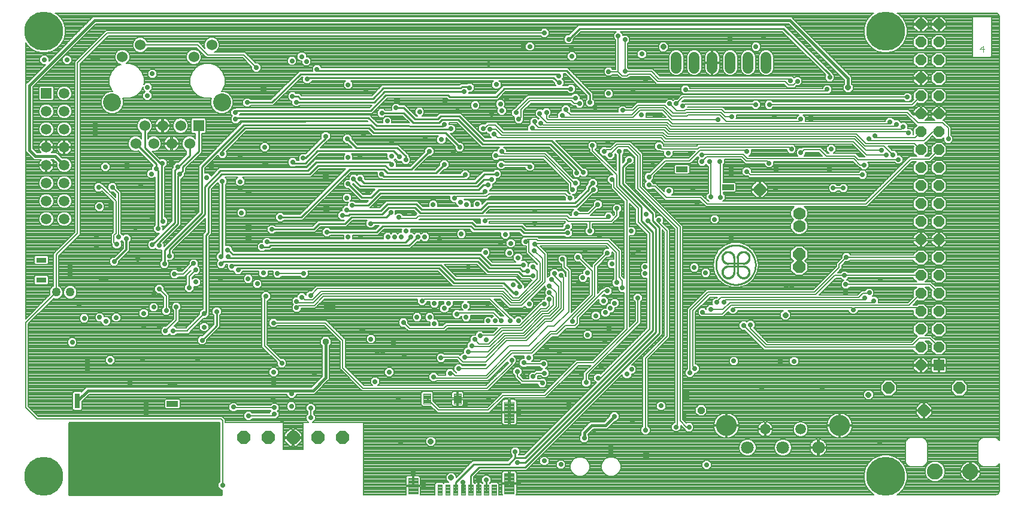
<source format=gbl>
G75*
%MOIN*%
%OFA0B0*%
%FSLAX25Y25*%
%IPPOS*%
%LPD*%
%AMOC8*
5,1,8,0,0,1.08239X$1,22.5*
%
%ADD10C,0.00400*%
%ADD11C,0.01000*%
%ADD12C,0.00100*%
%ADD13OC8,0.06496*%
%ADD14R,0.05906X0.05906*%
%ADD15OC8,0.05906*%
%ADD16C,0.05906*%
%ADD17OC8,0.07087*%
%ADD18C,0.07087*%
%ADD19C,0.11661*%
%ADD20C,0.00413*%
%ADD21C,0.00400*%
%ADD22C,0.00390*%
%ADD23C,0.06000*%
%ADD24R,0.06000X0.06000*%
%ADD25C,0.10000*%
%ADD26C,0.08858*%
%ADD27C,0.05906*%
%ADD28C,0.05000*%
%ADD29C,0.07000*%
%ADD30OC8,0.07000*%
%ADD31C,0.21654*%
%ADD32OC8,0.02781*%
%ADD33R,0.02781X0.02781*%
%ADD34R,0.03175X0.03175*%
%ADD35OC8,0.03175*%
%ADD36C,0.00800*%
%ADD37C,0.01600*%
%ADD38C,0.00600*%
%ADD39OC8,0.03962*%
%ADD40OC8,0.03569*%
%ADD41C,0.01200*%
D10*
X0588749Y0390735D02*
X0591151Y0390735D01*
X0590550Y0388934D02*
X0590550Y0392537D01*
X0588749Y0390735D01*
D11*
X0081628Y0182354D02*
X0081628Y0142551D01*
X0166628Y0142551D01*
X0166628Y0144964D01*
X0166081Y0144964D01*
X0164388Y0146657D01*
X0164388Y0149052D01*
X0165478Y0150142D01*
X0165478Y0182854D01*
X0082128Y0182854D01*
X0081628Y0182354D01*
X0081628Y0181790D02*
X0165478Y0181790D01*
X0165478Y0180792D02*
X0081628Y0180792D01*
X0081628Y0179793D02*
X0165478Y0179793D01*
X0165478Y0178795D02*
X0081628Y0178795D01*
X0081628Y0177796D02*
X0165478Y0177796D01*
X0165478Y0176798D02*
X0081628Y0176798D01*
X0081628Y0175799D02*
X0165478Y0175799D01*
X0165478Y0174801D02*
X0081628Y0174801D01*
X0081628Y0173802D02*
X0165478Y0173802D01*
X0165478Y0172804D02*
X0081628Y0172804D01*
X0081628Y0171805D02*
X0165478Y0171805D01*
X0165478Y0170807D02*
X0081628Y0170807D01*
X0081628Y0169808D02*
X0165478Y0169808D01*
X0165478Y0168810D02*
X0081628Y0168810D01*
X0081628Y0167811D02*
X0165478Y0167811D01*
X0165478Y0166813D02*
X0081628Y0166813D01*
X0081628Y0165814D02*
X0165478Y0165814D01*
X0165478Y0164816D02*
X0081628Y0164816D01*
X0081628Y0163817D02*
X0165478Y0163817D01*
X0165478Y0162819D02*
X0081628Y0162819D01*
X0081628Y0161820D02*
X0165478Y0161820D01*
X0165478Y0160822D02*
X0081628Y0160822D01*
X0081628Y0159823D02*
X0165478Y0159823D01*
X0165478Y0158825D02*
X0081628Y0158825D01*
X0081628Y0157826D02*
X0165478Y0157826D01*
X0165478Y0156828D02*
X0081628Y0156828D01*
X0081628Y0155829D02*
X0165478Y0155829D01*
X0165478Y0154831D02*
X0081628Y0154831D01*
X0081628Y0153832D02*
X0165478Y0153832D01*
X0165478Y0152833D02*
X0081628Y0152833D01*
X0081628Y0151835D02*
X0165478Y0151835D01*
X0165478Y0150836D02*
X0081628Y0150836D01*
X0081628Y0149838D02*
X0165174Y0149838D01*
X0164388Y0148839D02*
X0081628Y0148839D01*
X0081628Y0147841D02*
X0164388Y0147841D01*
X0164388Y0146842D02*
X0081628Y0146842D01*
X0081628Y0145844D02*
X0165201Y0145844D01*
X0166628Y0144845D02*
X0081628Y0144845D01*
X0081628Y0143847D02*
X0166628Y0143847D01*
X0166628Y0142848D02*
X0081628Y0142848D01*
X0082063Y0182789D02*
X0165478Y0182789D01*
X0155828Y0228504D02*
X0164028Y0236704D01*
X0164028Y0244504D01*
X0157878Y0244204D02*
X0157878Y0286954D01*
X0159228Y0288304D01*
X0159228Y0313454D01*
X0166778Y0321004D01*
X0215578Y0321004D01*
X0220278Y0325704D01*
X0257778Y0325704D01*
X0259828Y0323654D01*
X0272278Y0323654D01*
X0282328Y0333704D01*
X0290728Y0326404D02*
X0286078Y0321754D01*
X0259028Y0321754D01*
X0256978Y0323804D01*
X0237828Y0323804D01*
X0211078Y0297054D01*
X0199228Y0297054D01*
X0194728Y0290304D02*
X0217878Y0290304D01*
X0221078Y0293504D01*
X0235428Y0293504D01*
X0238878Y0296954D01*
X0258178Y0296954D01*
X0260878Y0299654D01*
X0259678Y0302454D02*
X0274228Y0302454D01*
X0277228Y0299454D01*
X0311678Y0299454D01*
X0315278Y0303054D01*
X0364128Y0303054D01*
X0373578Y0312504D01*
X0370878Y0312404D02*
X0370878Y0313654D01*
X0373328Y0316104D01*
X0370878Y0312404D02*
X0363378Y0304904D01*
X0314578Y0304904D01*
X0311028Y0301354D01*
X0278028Y0301354D01*
X0275028Y0304354D01*
X0258878Y0304354D01*
X0255278Y0300754D01*
X0236728Y0300754D01*
X0236378Y0301104D01*
X0238078Y0298854D02*
X0256078Y0298854D01*
X0259678Y0302454D01*
X0255078Y0310504D02*
X0248178Y0303604D01*
X0239378Y0303604D01*
X0238078Y0298854D02*
X0237328Y0298104D01*
X0233978Y0298104D01*
X0225278Y0288804D02*
X0252978Y0288804D01*
X0256378Y0292204D01*
X0305228Y0292204D01*
X0307178Y0290254D01*
X0333028Y0290254D01*
X0335028Y0288254D01*
X0359278Y0288254D01*
X0357078Y0290104D02*
X0358828Y0291854D01*
X0359278Y0291854D01*
X0357078Y0290104D02*
X0335778Y0290104D01*
X0333728Y0292154D01*
X0307978Y0292154D01*
X0306028Y0294104D01*
X0250328Y0294104D01*
X0249732Y0293508D01*
X0249878Y0308004D02*
X0244728Y0308004D01*
X0237128Y0315604D01*
X0240128Y0318104D02*
X0240128Y0318404D01*
X0240128Y0318104D02*
X0243928Y0314304D01*
X0308878Y0314304D01*
X0312728Y0318154D01*
X0317078Y0318154D01*
X0315128Y0314954D02*
X0312228Y0314954D01*
X0309678Y0312404D01*
X0254278Y0312404D01*
X0249878Y0308004D01*
X0255078Y0310504D02*
X0312228Y0310504D01*
X0313278Y0311554D01*
X0308028Y0316204D02*
X0246028Y0316204D01*
X0243778Y0318454D01*
X0255778Y0321004D02*
X0256928Y0319854D01*
X0301328Y0319854D01*
X0302228Y0320754D01*
X0308028Y0316204D02*
X0312978Y0321154D01*
X0319878Y0321154D01*
X0299178Y0336104D02*
X0291228Y0344054D01*
X0251328Y0344054D01*
X0248728Y0346654D01*
X0179728Y0346604D01*
X0167078Y0333954D01*
X0167078Y0332304D01*
X0166128Y0322904D02*
X0157378Y0314154D01*
X0157378Y0298754D01*
X0137778Y0279154D01*
X0137778Y0275554D01*
X0134878Y0278804D02*
X0155578Y0299504D01*
X0155578Y0325154D01*
X0178928Y0348504D01*
X0249528Y0348554D01*
X0252078Y0346004D01*
X0293928Y0345954D01*
X0294278Y0346304D01*
X0290628Y0348704D02*
X0289778Y0347854D01*
X0252878Y0347904D01*
X0248378Y0352404D01*
X0175228Y0352354D01*
X0174478Y0351604D01*
X0174278Y0355304D02*
X0175428Y0356454D01*
X0249628Y0356454D01*
X0258128Y0364954D01*
X0292728Y0364954D01*
X0292978Y0364704D01*
X0293028Y0364704D01*
X0293528Y0364204D01*
X0319528Y0364204D01*
X0323928Y0368604D01*
X0360978Y0368604D01*
X0361078Y0368504D01*
X0354678Y0372004D02*
X0354228Y0372004D01*
X0351478Y0374754D01*
X0215228Y0374754D01*
X0214378Y0373904D01*
X0210528Y0376754D02*
X0194728Y0360954D01*
X0181028Y0360954D01*
X0206128Y0364354D02*
X0209178Y0364354D01*
X0210428Y0363104D01*
X0250878Y0363104D01*
X0256728Y0368954D01*
X0299678Y0368954D01*
X0300528Y0369804D01*
X0304178Y0369804D01*
X0304778Y0369204D01*
X0301678Y0367004D02*
X0257478Y0367004D01*
X0251678Y0361204D01*
X0208378Y0361204D01*
X0210528Y0376754D02*
X0353428Y0376754D01*
X0354428Y0375754D01*
X0358528Y0378654D02*
X0371778Y0365404D01*
X0371778Y0360904D01*
X0358528Y0378654D02*
X0220628Y0378654D01*
X0219778Y0379504D01*
X0255828Y0355104D02*
X0268078Y0355104D01*
X0273428Y0349754D01*
X0287728Y0349754D01*
X0289478Y0351504D01*
X0298228Y0351504D01*
X0311928Y0337804D01*
X0349628Y0337804D01*
X0364478Y0322954D01*
X0364478Y0321654D01*
X0368078Y0321904D02*
X0350278Y0339704D01*
X0312578Y0339704D01*
X0301028Y0351254D01*
X0301028Y0351304D01*
X0298928Y0353404D01*
X0288678Y0353404D01*
X0286928Y0351654D01*
X0274228Y0351654D01*
X0267978Y0357904D01*
X0263778Y0357904D01*
X0241628Y0335804D02*
X0236628Y0340804D01*
X0241628Y0335804D02*
X0264428Y0335804D01*
X0269178Y0331054D01*
X0269178Y0329054D01*
X0265628Y0330754D02*
X0262428Y0333954D01*
X0220128Y0333954D01*
X0213328Y0327154D01*
X0206725Y0327154D01*
X0206177Y0327703D01*
X0212078Y0329904D02*
X0213378Y0329904D01*
X0224678Y0341204D01*
X0224678Y0342204D01*
X0219428Y0327604D02*
X0214728Y0322904D01*
X0166128Y0322904D01*
X0167128Y0317154D02*
X0167128Y0275754D01*
X0166378Y0275004D01*
X0167778Y0272454D02*
X0166428Y0271104D01*
X0167778Y0272454D02*
X0309228Y0272454D01*
X0314928Y0266754D01*
X0331878Y0266754D01*
X0334328Y0264304D01*
X0339728Y0264304D01*
X0336878Y0267204D02*
X0334028Y0267204D01*
X0332628Y0268604D01*
X0315678Y0268604D01*
X0309928Y0274354D01*
X0171028Y0274354D01*
X0170228Y0275154D01*
X0173028Y0276254D02*
X0170428Y0278854D01*
X0169978Y0278854D01*
X0173028Y0276254D02*
X0310778Y0276254D01*
X0316628Y0270404D01*
X0334628Y0270404D01*
X0330028Y0262404D02*
X0332628Y0259804D01*
X0332628Y0258254D01*
X0330778Y0254754D02*
X0329428Y0254754D01*
X0323678Y0260504D01*
X0295928Y0260504D01*
X0287778Y0268654D01*
X0176728Y0268654D01*
X0175878Y0267804D01*
X0173278Y0270554D02*
X0172478Y0269754D01*
X0173278Y0270554D02*
X0288578Y0270554D01*
X0296728Y0262404D01*
X0330028Y0262404D01*
X0275828Y0286054D02*
X0271078Y0281304D01*
X0193878Y0281304D01*
X0192928Y0280354D01*
X0189328Y0280354D01*
X0189078Y0280604D01*
X0191928Y0283304D02*
X0192028Y0283204D01*
X0268978Y0283204D01*
X0271828Y0286054D01*
X0261378Y0326454D02*
X0260228Y0327604D01*
X0219428Y0327604D01*
X0153819Y0333894D02*
X0145078Y0325154D01*
X0145078Y0322904D01*
X0143310Y0321136D01*
X0142328Y0320154D01*
X0142328Y0293454D01*
X0131928Y0283054D01*
X0131928Y0281254D01*
X0134878Y0278804D02*
X0134878Y0271054D01*
X0128078Y0281754D02*
X0140528Y0294204D01*
X0140528Y0323204D01*
X0142378Y0325054D01*
X0148819Y0331494D01*
X0148819Y0338037D01*
X0153819Y0333894D02*
X0153819Y0348037D01*
X0133678Y0327204D02*
X0133178Y0326704D01*
X0133178Y0326304D01*
X0133178Y0295654D01*
X0134078Y0294754D01*
X0131328Y0290654D02*
X0131328Y0322854D01*
X0130178Y0324004D01*
X0130178Y0326704D01*
X0118846Y0338037D01*
X0118819Y0338037D01*
X0123828Y0335654D02*
X0123828Y0348027D01*
X0123819Y0348037D01*
X0123828Y0335654D02*
X0133178Y0326304D01*
X0157878Y0244204D02*
X0157028Y0243354D01*
X0273228Y0154154D02*
X0273235Y0154161D01*
X0273235Y0147358D01*
X0296660Y0145154D02*
X0296978Y0145472D01*
X0296978Y0149454D01*
X0307078Y0159554D01*
X0326578Y0159554D01*
X0330128Y0163104D01*
X0330128Y0166504D01*
X0330128Y0163104D02*
X0335728Y0163104D01*
X0406578Y0233954D01*
X0406578Y0288654D01*
X0400228Y0295004D01*
X0400228Y0302854D01*
X0388128Y0314954D01*
X0388128Y0333704D01*
X0393728Y0328854D02*
X0389928Y0325054D01*
X0389928Y0315704D01*
X0406578Y0299054D01*
X0406578Y0295054D01*
X0410278Y0291354D01*
X0410278Y0232454D01*
X0335528Y0157704D01*
X0309828Y0157704D01*
X0305321Y0153197D01*
X0305321Y0145154D01*
X0309652Y0145154D02*
X0309652Y0150478D01*
X0309678Y0150504D01*
X0313928Y0150654D02*
X0313928Y0146389D01*
X0313983Y0145154D01*
X0331228Y0160404D02*
X0335628Y0160404D01*
X0408378Y0233154D01*
X0408378Y0290704D01*
X0403878Y0295204D01*
X0448722Y0271281D02*
X0456990Y0271281D01*
X0456990Y0269706D02*
X0448722Y0269706D01*
X0441856Y0270494D02*
X0441859Y0270764D01*
X0441869Y0271034D01*
X0441886Y0271303D01*
X0441909Y0271572D01*
X0441939Y0271841D01*
X0441975Y0272108D01*
X0442018Y0272375D01*
X0442067Y0272640D01*
X0442123Y0272904D01*
X0442186Y0273167D01*
X0442254Y0273428D01*
X0442330Y0273687D01*
X0442411Y0273944D01*
X0442499Y0274200D01*
X0442593Y0274453D01*
X0442693Y0274704D01*
X0442800Y0274952D01*
X0442912Y0275197D01*
X0443031Y0275440D01*
X0443155Y0275679D01*
X0443285Y0275916D01*
X0443421Y0276149D01*
X0443563Y0276379D01*
X0443710Y0276605D01*
X0443863Y0276828D01*
X0444021Y0277047D01*
X0444184Y0277262D01*
X0444353Y0277472D01*
X0444527Y0277679D01*
X0444706Y0277881D01*
X0444889Y0278079D01*
X0445078Y0278272D01*
X0445271Y0278461D01*
X0445469Y0278644D01*
X0445671Y0278823D01*
X0445878Y0278997D01*
X0446088Y0279166D01*
X0446303Y0279329D01*
X0446522Y0279487D01*
X0446745Y0279640D01*
X0446971Y0279787D01*
X0447201Y0279929D01*
X0447434Y0280065D01*
X0447671Y0280195D01*
X0447910Y0280319D01*
X0448153Y0280438D01*
X0448398Y0280550D01*
X0448646Y0280657D01*
X0448897Y0280757D01*
X0449150Y0280851D01*
X0449406Y0280939D01*
X0449663Y0281020D01*
X0449922Y0281096D01*
X0450183Y0281164D01*
X0450446Y0281227D01*
X0450710Y0281283D01*
X0450975Y0281332D01*
X0451242Y0281375D01*
X0451509Y0281411D01*
X0451778Y0281441D01*
X0452047Y0281464D01*
X0452316Y0281481D01*
X0452586Y0281491D01*
X0452856Y0281494D01*
X0453126Y0281491D01*
X0453396Y0281481D01*
X0453665Y0281464D01*
X0453934Y0281441D01*
X0454203Y0281411D01*
X0454470Y0281375D01*
X0454737Y0281332D01*
X0455002Y0281283D01*
X0455266Y0281227D01*
X0455529Y0281164D01*
X0455790Y0281096D01*
X0456049Y0281020D01*
X0456306Y0280939D01*
X0456562Y0280851D01*
X0456815Y0280757D01*
X0457066Y0280657D01*
X0457314Y0280550D01*
X0457559Y0280438D01*
X0457802Y0280319D01*
X0458041Y0280195D01*
X0458278Y0280065D01*
X0458511Y0279929D01*
X0458741Y0279787D01*
X0458967Y0279640D01*
X0459190Y0279487D01*
X0459409Y0279329D01*
X0459624Y0279166D01*
X0459834Y0278997D01*
X0460041Y0278823D01*
X0460243Y0278644D01*
X0460441Y0278461D01*
X0460634Y0278272D01*
X0460823Y0278079D01*
X0461006Y0277881D01*
X0461185Y0277679D01*
X0461359Y0277472D01*
X0461528Y0277262D01*
X0461691Y0277047D01*
X0461849Y0276828D01*
X0462002Y0276605D01*
X0462149Y0276379D01*
X0462291Y0276149D01*
X0462427Y0275916D01*
X0462557Y0275679D01*
X0462681Y0275440D01*
X0462800Y0275197D01*
X0462912Y0274952D01*
X0463019Y0274704D01*
X0463119Y0274453D01*
X0463213Y0274200D01*
X0463301Y0273944D01*
X0463382Y0273687D01*
X0463458Y0273428D01*
X0463526Y0273167D01*
X0463589Y0272904D01*
X0463645Y0272640D01*
X0463694Y0272375D01*
X0463737Y0272108D01*
X0463773Y0271841D01*
X0463803Y0271572D01*
X0463826Y0271303D01*
X0463843Y0271034D01*
X0463853Y0270764D01*
X0463856Y0270494D01*
X0463853Y0270224D01*
X0463843Y0269954D01*
X0463826Y0269685D01*
X0463803Y0269416D01*
X0463773Y0269147D01*
X0463737Y0268880D01*
X0463694Y0268613D01*
X0463645Y0268348D01*
X0463589Y0268084D01*
X0463526Y0267821D01*
X0463458Y0267560D01*
X0463382Y0267301D01*
X0463301Y0267044D01*
X0463213Y0266788D01*
X0463119Y0266535D01*
X0463019Y0266284D01*
X0462912Y0266036D01*
X0462800Y0265791D01*
X0462681Y0265548D01*
X0462557Y0265309D01*
X0462427Y0265072D01*
X0462291Y0264839D01*
X0462149Y0264609D01*
X0462002Y0264383D01*
X0461849Y0264160D01*
X0461691Y0263941D01*
X0461528Y0263726D01*
X0461359Y0263516D01*
X0461185Y0263309D01*
X0461006Y0263107D01*
X0460823Y0262909D01*
X0460634Y0262716D01*
X0460441Y0262527D01*
X0460243Y0262344D01*
X0460041Y0262165D01*
X0459834Y0261991D01*
X0459624Y0261822D01*
X0459409Y0261659D01*
X0459190Y0261501D01*
X0458967Y0261348D01*
X0458741Y0261201D01*
X0458511Y0261059D01*
X0458278Y0260923D01*
X0458041Y0260793D01*
X0457802Y0260669D01*
X0457559Y0260550D01*
X0457314Y0260438D01*
X0457066Y0260331D01*
X0456815Y0260231D01*
X0456562Y0260137D01*
X0456306Y0260049D01*
X0456049Y0259968D01*
X0455790Y0259892D01*
X0455529Y0259824D01*
X0455266Y0259761D01*
X0455002Y0259705D01*
X0454737Y0259656D01*
X0454470Y0259613D01*
X0454203Y0259577D01*
X0453934Y0259547D01*
X0453665Y0259524D01*
X0453396Y0259507D01*
X0453126Y0259497D01*
X0452856Y0259494D01*
X0452586Y0259497D01*
X0452316Y0259507D01*
X0452047Y0259524D01*
X0451778Y0259547D01*
X0451509Y0259577D01*
X0451242Y0259613D01*
X0450975Y0259656D01*
X0450710Y0259705D01*
X0450446Y0259761D01*
X0450183Y0259824D01*
X0449922Y0259892D01*
X0449663Y0259968D01*
X0449406Y0260049D01*
X0449150Y0260137D01*
X0448897Y0260231D01*
X0448646Y0260331D01*
X0448398Y0260438D01*
X0448153Y0260550D01*
X0447910Y0260669D01*
X0447671Y0260793D01*
X0447434Y0260923D01*
X0447201Y0261059D01*
X0446971Y0261201D01*
X0446745Y0261348D01*
X0446522Y0261501D01*
X0446303Y0261659D01*
X0446088Y0261822D01*
X0445878Y0261991D01*
X0445671Y0262165D01*
X0445469Y0262344D01*
X0445271Y0262527D01*
X0445078Y0262716D01*
X0444889Y0262909D01*
X0444706Y0263107D01*
X0444527Y0263309D01*
X0444353Y0263516D01*
X0444184Y0263726D01*
X0444021Y0263941D01*
X0443863Y0264160D01*
X0443710Y0264383D01*
X0443563Y0264609D01*
X0443421Y0264839D01*
X0443285Y0265072D01*
X0443155Y0265309D01*
X0443031Y0265548D01*
X0442912Y0265791D01*
X0442800Y0266036D01*
X0442693Y0266284D01*
X0442593Y0266535D01*
X0442499Y0266788D01*
X0442411Y0267044D01*
X0442330Y0267301D01*
X0442254Y0267560D01*
X0442186Y0267821D01*
X0442123Y0268084D01*
X0442067Y0268348D01*
X0442018Y0268613D01*
X0441975Y0268880D01*
X0441939Y0269147D01*
X0441909Y0269416D01*
X0441886Y0269685D01*
X0441869Y0269954D01*
X0441859Y0270224D01*
X0441856Y0270494D01*
X0451872Y0266557D02*
X0451872Y0274431D01*
X0453840Y0274431D02*
X0453840Y0266557D01*
X0505178Y0375054D02*
X0505178Y0376454D01*
X0479428Y0402204D01*
X0365878Y0402204D01*
X0359828Y0396154D01*
X0362028Y0398354D01*
D12*
X0452323Y0274467D02*
X0451423Y0274495D01*
X0451424Y0274494D02*
X0451423Y0274599D01*
X0451418Y0274705D01*
X0451410Y0274810D01*
X0451397Y0274914D01*
X0451381Y0275018D01*
X0451361Y0275121D01*
X0451336Y0275224D01*
X0451308Y0275325D01*
X0451277Y0275426D01*
X0451241Y0275525D01*
X0451202Y0275622D01*
X0451159Y0275718D01*
X0451112Y0275813D01*
X0451062Y0275905D01*
X0451009Y0275996D01*
X0450952Y0276085D01*
X0450892Y0276171D01*
X0450829Y0276255D01*
X0450762Y0276337D01*
X0450693Y0276416D01*
X0450620Y0276492D01*
X0450545Y0276566D01*
X0450467Y0276637D01*
X0450387Y0276705D01*
X0450304Y0276769D01*
X0450218Y0276831D01*
X0450130Y0276889D01*
X0450041Y0276944D01*
X0449949Y0276996D01*
X0449855Y0277044D01*
X0449760Y0277088D01*
X0449663Y0277129D01*
X0449564Y0277166D01*
X0449465Y0277200D01*
X0449364Y0277230D01*
X0449262Y0277255D01*
X0449159Y0277277D01*
X0449055Y0277296D01*
X0448951Y0277310D01*
X0448846Y0277320D01*
X0448741Y0277327D01*
X0448636Y0277329D01*
X0448530Y0277327D01*
X0448425Y0277322D01*
X0448320Y0277312D01*
X0448216Y0277299D01*
X0448112Y0277282D01*
X0448009Y0277261D01*
X0447907Y0277236D01*
X0447806Y0277207D01*
X0447705Y0277174D01*
X0447607Y0277138D01*
X0447509Y0277098D01*
X0447414Y0277054D01*
X0447320Y0277007D01*
X0447227Y0276956D01*
X0447137Y0276902D01*
X0447049Y0276844D01*
X0446963Y0276783D01*
X0446880Y0276719D01*
X0446798Y0276652D01*
X0446720Y0276582D01*
X0446644Y0276509D01*
X0446571Y0276433D01*
X0446501Y0276355D01*
X0446434Y0276273D01*
X0446370Y0276190D01*
X0446309Y0276104D01*
X0446251Y0276016D01*
X0446197Y0275926D01*
X0446146Y0275833D01*
X0446099Y0275739D01*
X0446055Y0275644D01*
X0446015Y0275546D01*
X0445979Y0275448D01*
X0445946Y0275347D01*
X0445917Y0275246D01*
X0445892Y0275144D01*
X0445871Y0275041D01*
X0445854Y0274937D01*
X0445841Y0274833D01*
X0445831Y0274728D01*
X0445826Y0274623D01*
X0445824Y0274517D01*
X0445826Y0274412D01*
X0445833Y0274307D01*
X0445843Y0274202D01*
X0445857Y0274098D01*
X0445876Y0273994D01*
X0445898Y0273891D01*
X0445923Y0273789D01*
X0445953Y0273688D01*
X0445987Y0273589D01*
X0446024Y0273490D01*
X0446065Y0273393D01*
X0446109Y0273298D01*
X0446157Y0273204D01*
X0446209Y0273112D01*
X0446264Y0273023D01*
X0446322Y0272935D01*
X0446384Y0272849D01*
X0446448Y0272766D01*
X0446516Y0272686D01*
X0446587Y0272608D01*
X0446661Y0272533D01*
X0446737Y0272460D01*
X0446816Y0272391D01*
X0446898Y0272324D01*
X0446982Y0272261D01*
X0447068Y0272201D01*
X0447157Y0272144D01*
X0447248Y0272091D01*
X0447340Y0272041D01*
X0447435Y0271994D01*
X0447531Y0271951D01*
X0447628Y0271912D01*
X0447727Y0271876D01*
X0447828Y0271845D01*
X0447929Y0271817D01*
X0448032Y0271792D01*
X0448135Y0271772D01*
X0448239Y0271756D01*
X0448343Y0271743D01*
X0448448Y0271735D01*
X0448554Y0271730D01*
X0448659Y0271729D01*
X0448686Y0270830D01*
X0448566Y0270829D01*
X0448446Y0270833D01*
X0448326Y0270841D01*
X0448206Y0270853D01*
X0448087Y0270868D01*
X0447968Y0270888D01*
X0447850Y0270911D01*
X0447733Y0270938D01*
X0447616Y0270969D01*
X0447501Y0271003D01*
X0447387Y0271042D01*
X0447275Y0271084D01*
X0447163Y0271129D01*
X0447054Y0271179D01*
X0446946Y0271232D01*
X0446839Y0271288D01*
X0446735Y0271348D01*
X0446633Y0271411D01*
X0446532Y0271477D01*
X0446434Y0271547D01*
X0446338Y0271619D01*
X0446245Y0271695D01*
X0446154Y0271774D01*
X0446066Y0271856D01*
X0445980Y0271940D01*
X0445898Y0272028D01*
X0445818Y0272117D01*
X0445741Y0272210D01*
X0445667Y0272305D01*
X0445596Y0272402D01*
X0445529Y0272502D01*
X0445465Y0272603D01*
X0445404Y0272707D01*
X0445346Y0272813D01*
X0445292Y0272920D01*
X0445242Y0273029D01*
X0445195Y0273140D01*
X0445151Y0273252D01*
X0445112Y0273366D01*
X0445076Y0273481D01*
X0445043Y0273596D01*
X0445015Y0273713D01*
X0444990Y0273831D01*
X0444970Y0273949D01*
X0444953Y0274069D01*
X0444940Y0274188D01*
X0444931Y0274308D01*
X0444925Y0274428D01*
X0444924Y0274548D01*
X0444927Y0274669D01*
X0444933Y0274789D01*
X0444944Y0274909D01*
X0444958Y0275028D01*
X0444976Y0275147D01*
X0444998Y0275265D01*
X0445024Y0275383D01*
X0445053Y0275499D01*
X0445087Y0275615D01*
X0445124Y0275729D01*
X0445165Y0275842D01*
X0445209Y0275954D01*
X0445257Y0276064D01*
X0445309Y0276173D01*
X0445364Y0276280D01*
X0445423Y0276385D01*
X0445485Y0276488D01*
X0445550Y0276589D01*
X0445619Y0276687D01*
X0445691Y0276784D01*
X0445765Y0276878D01*
X0445843Y0276970D01*
X0445924Y0277059D01*
X0446008Y0277145D01*
X0446094Y0277229D01*
X0446183Y0277310D01*
X0446275Y0277388D01*
X0446369Y0277462D01*
X0446466Y0277534D01*
X0446564Y0277603D01*
X0446665Y0277668D01*
X0446768Y0277730D01*
X0446873Y0277789D01*
X0446980Y0277844D01*
X0447089Y0277896D01*
X0447199Y0277944D01*
X0447311Y0277988D01*
X0447424Y0278029D01*
X0447538Y0278066D01*
X0447654Y0278100D01*
X0447770Y0278129D01*
X0447888Y0278155D01*
X0448006Y0278177D01*
X0448125Y0278195D01*
X0448244Y0278209D01*
X0448364Y0278220D01*
X0448484Y0278226D01*
X0448605Y0278229D01*
X0448725Y0278228D01*
X0448845Y0278222D01*
X0448965Y0278213D01*
X0449084Y0278200D01*
X0449204Y0278183D01*
X0449322Y0278163D01*
X0449440Y0278138D01*
X0449557Y0278110D01*
X0449672Y0278077D01*
X0449787Y0278041D01*
X0449901Y0278002D01*
X0450013Y0277958D01*
X0450124Y0277911D01*
X0450233Y0277861D01*
X0450340Y0277807D01*
X0450446Y0277749D01*
X0450550Y0277688D01*
X0450651Y0277624D01*
X0450751Y0277557D01*
X0450848Y0277486D01*
X0450943Y0277412D01*
X0451036Y0277335D01*
X0451125Y0277255D01*
X0451213Y0277173D01*
X0451297Y0277087D01*
X0451379Y0276999D01*
X0451458Y0276908D01*
X0451534Y0276815D01*
X0451606Y0276719D01*
X0451676Y0276621D01*
X0451742Y0276520D01*
X0451805Y0276418D01*
X0451865Y0276314D01*
X0451921Y0276207D01*
X0451974Y0276099D01*
X0452024Y0275990D01*
X0452069Y0275878D01*
X0452111Y0275766D01*
X0452150Y0275652D01*
X0452184Y0275537D01*
X0452215Y0275420D01*
X0452242Y0275303D01*
X0452265Y0275185D01*
X0452285Y0275066D01*
X0452300Y0274947D01*
X0452312Y0274827D01*
X0452320Y0274707D01*
X0452324Y0274587D01*
X0452323Y0274467D01*
X0452230Y0274470D01*
X0452229Y0274589D01*
X0452226Y0274709D01*
X0452218Y0274828D01*
X0452206Y0274947D01*
X0452190Y0275066D01*
X0452170Y0275184D01*
X0452146Y0275301D01*
X0452119Y0275418D01*
X0452087Y0275533D01*
X0452052Y0275648D01*
X0452013Y0275761D01*
X0451970Y0275872D01*
X0451924Y0275983D01*
X0451874Y0276091D01*
X0451820Y0276198D01*
X0451763Y0276304D01*
X0451703Y0276407D01*
X0451639Y0276508D01*
X0451571Y0276607D01*
X0451501Y0276703D01*
X0451427Y0276798D01*
X0451350Y0276889D01*
X0451270Y0276979D01*
X0451188Y0277065D01*
X0451102Y0277149D01*
X0451014Y0277229D01*
X0450923Y0277307D01*
X0450829Y0277382D01*
X0450734Y0277454D01*
X0450635Y0277522D01*
X0450535Y0277587D01*
X0450432Y0277649D01*
X0450328Y0277707D01*
X0450222Y0277762D01*
X0450113Y0277813D01*
X0450004Y0277861D01*
X0449892Y0277905D01*
X0449780Y0277945D01*
X0449666Y0277981D01*
X0449551Y0278014D01*
X0449434Y0278043D01*
X0449317Y0278068D01*
X0449200Y0278089D01*
X0449081Y0278106D01*
X0448962Y0278119D01*
X0448843Y0278128D01*
X0448724Y0278134D01*
X0448604Y0278135D01*
X0448484Y0278132D01*
X0448365Y0278126D01*
X0448246Y0278115D01*
X0448127Y0278101D01*
X0448009Y0278082D01*
X0447891Y0278060D01*
X0447774Y0278033D01*
X0447659Y0278003D01*
X0447544Y0277969D01*
X0447430Y0277932D01*
X0447318Y0277890D01*
X0447207Y0277845D01*
X0447098Y0277796D01*
X0446990Y0277744D01*
X0446885Y0277688D01*
X0446781Y0277628D01*
X0446679Y0277565D01*
X0446579Y0277499D01*
X0446482Y0277430D01*
X0446387Y0277357D01*
X0446294Y0277281D01*
X0446204Y0277203D01*
X0446117Y0277121D01*
X0446032Y0277036D01*
X0445950Y0276949D01*
X0445872Y0276859D01*
X0445796Y0276766D01*
X0445723Y0276671D01*
X0445654Y0276574D01*
X0445588Y0276474D01*
X0445525Y0276372D01*
X0445465Y0276268D01*
X0445409Y0276163D01*
X0445357Y0276055D01*
X0445308Y0275946D01*
X0445263Y0275835D01*
X0445221Y0275723D01*
X0445184Y0275609D01*
X0445150Y0275494D01*
X0445120Y0275379D01*
X0445093Y0275262D01*
X0445071Y0275144D01*
X0445052Y0275026D01*
X0445038Y0274907D01*
X0445027Y0274788D01*
X0445021Y0274669D01*
X0445018Y0274549D01*
X0445019Y0274429D01*
X0445025Y0274310D01*
X0445034Y0274191D01*
X0445047Y0274072D01*
X0445064Y0273953D01*
X0445085Y0273836D01*
X0445110Y0273719D01*
X0445139Y0273602D01*
X0445172Y0273487D01*
X0445208Y0273373D01*
X0445248Y0273261D01*
X0445292Y0273149D01*
X0445340Y0273040D01*
X0445391Y0272931D01*
X0445446Y0272825D01*
X0445504Y0272721D01*
X0445566Y0272618D01*
X0445631Y0272518D01*
X0445699Y0272419D01*
X0445771Y0272324D01*
X0445846Y0272230D01*
X0445924Y0272139D01*
X0446004Y0272051D01*
X0446088Y0271965D01*
X0446174Y0271883D01*
X0446264Y0271803D01*
X0446355Y0271726D01*
X0446450Y0271652D01*
X0446546Y0271582D01*
X0446645Y0271514D01*
X0446746Y0271450D01*
X0446849Y0271390D01*
X0446955Y0271333D01*
X0447062Y0271279D01*
X0447170Y0271229D01*
X0447281Y0271183D01*
X0447392Y0271140D01*
X0447505Y0271101D01*
X0447620Y0271066D01*
X0447735Y0271034D01*
X0447852Y0271007D01*
X0447969Y0270983D01*
X0448087Y0270963D01*
X0448206Y0270947D01*
X0448325Y0270935D01*
X0448444Y0270927D01*
X0448564Y0270924D01*
X0448683Y0270923D01*
X0448680Y0271017D01*
X0448563Y0271018D01*
X0448446Y0271022D01*
X0448329Y0271029D01*
X0448212Y0271041D01*
X0448096Y0271057D01*
X0447980Y0271077D01*
X0447865Y0271100D01*
X0447751Y0271127D01*
X0447638Y0271158D01*
X0447526Y0271193D01*
X0447415Y0271232D01*
X0447305Y0271274D01*
X0447197Y0271320D01*
X0447091Y0271369D01*
X0446986Y0271422D01*
X0446883Y0271479D01*
X0446782Y0271539D01*
X0446684Y0271602D01*
X0446587Y0271668D01*
X0446492Y0271738D01*
X0446400Y0271811D01*
X0446311Y0271886D01*
X0446224Y0271965D01*
X0446140Y0272047D01*
X0446058Y0272131D01*
X0445979Y0272218D01*
X0445904Y0272308D01*
X0445831Y0272400D01*
X0445761Y0272494D01*
X0445695Y0272591D01*
X0445632Y0272690D01*
X0445572Y0272791D01*
X0445516Y0272894D01*
X0445463Y0272999D01*
X0445414Y0273105D01*
X0445368Y0273213D01*
X0445326Y0273323D01*
X0445287Y0273434D01*
X0445252Y0273546D01*
X0445222Y0273659D01*
X0445194Y0273773D01*
X0445171Y0273888D01*
X0445152Y0274004D01*
X0445136Y0274120D01*
X0445124Y0274237D01*
X0445116Y0274354D01*
X0445112Y0274471D01*
X0445113Y0274588D01*
X0445116Y0274706D01*
X0445124Y0274823D01*
X0445136Y0274940D01*
X0445152Y0275056D01*
X0445171Y0275172D01*
X0445195Y0275286D01*
X0445222Y0275401D01*
X0445253Y0275514D01*
X0445288Y0275626D01*
X0445326Y0275737D01*
X0445368Y0275846D01*
X0445414Y0275954D01*
X0445464Y0276061D01*
X0445517Y0276165D01*
X0445573Y0276268D01*
X0445633Y0276369D01*
X0445696Y0276468D01*
X0445762Y0276565D01*
X0445832Y0276659D01*
X0445905Y0276751D01*
X0445980Y0276841D01*
X0446059Y0276928D01*
X0446141Y0277012D01*
X0446225Y0277094D01*
X0446312Y0277173D01*
X0446402Y0277248D01*
X0446494Y0277321D01*
X0446588Y0277391D01*
X0446685Y0277457D01*
X0446784Y0277520D01*
X0446885Y0277580D01*
X0446988Y0277636D01*
X0447092Y0277689D01*
X0447199Y0277739D01*
X0447307Y0277785D01*
X0447416Y0277827D01*
X0447527Y0277865D01*
X0447639Y0277900D01*
X0447752Y0277931D01*
X0447867Y0277958D01*
X0447981Y0277982D01*
X0448097Y0278001D01*
X0448213Y0278017D01*
X0448330Y0278029D01*
X0448447Y0278037D01*
X0448565Y0278040D01*
X0448682Y0278041D01*
X0448799Y0278037D01*
X0448916Y0278029D01*
X0449033Y0278017D01*
X0449149Y0278001D01*
X0449265Y0277982D01*
X0449380Y0277959D01*
X0449494Y0277931D01*
X0449607Y0277901D01*
X0449719Y0277866D01*
X0449830Y0277827D01*
X0449940Y0277785D01*
X0450048Y0277739D01*
X0450154Y0277690D01*
X0450259Y0277637D01*
X0450362Y0277581D01*
X0450463Y0277521D01*
X0450562Y0277458D01*
X0450659Y0277392D01*
X0450753Y0277322D01*
X0450845Y0277249D01*
X0450935Y0277174D01*
X0451022Y0277095D01*
X0451106Y0277013D01*
X0451188Y0276929D01*
X0451267Y0276842D01*
X0451342Y0276753D01*
X0451415Y0276661D01*
X0451485Y0276566D01*
X0451551Y0276469D01*
X0451614Y0276371D01*
X0451674Y0276270D01*
X0451731Y0276167D01*
X0451784Y0276062D01*
X0451833Y0275956D01*
X0451879Y0275848D01*
X0451921Y0275738D01*
X0451960Y0275627D01*
X0451995Y0275515D01*
X0452026Y0275402D01*
X0452053Y0275288D01*
X0452076Y0275173D01*
X0452096Y0275057D01*
X0452112Y0274941D01*
X0452124Y0274824D01*
X0452131Y0274707D01*
X0452135Y0274590D01*
X0452136Y0274473D01*
X0452042Y0274475D01*
X0452041Y0274592D01*
X0452037Y0274709D01*
X0452029Y0274825D01*
X0452017Y0274941D01*
X0452001Y0275057D01*
X0451981Y0275172D01*
X0451957Y0275286D01*
X0451929Y0275399D01*
X0451898Y0275511D01*
X0451862Y0275622D01*
X0451823Y0275732D01*
X0451780Y0275841D01*
X0451734Y0275948D01*
X0451683Y0276053D01*
X0451630Y0276156D01*
X0451572Y0276258D01*
X0451512Y0276358D01*
X0451448Y0276455D01*
X0451380Y0276550D01*
X0451310Y0276643D01*
X0451236Y0276734D01*
X0451159Y0276821D01*
X0451080Y0276907D01*
X0450997Y0276989D01*
X0450912Y0277069D01*
X0450824Y0277145D01*
X0450733Y0277219D01*
X0450640Y0277289D01*
X0450545Y0277356D01*
X0450447Y0277420D01*
X0450348Y0277481D01*
X0450246Y0277538D01*
X0450142Y0277591D01*
X0450037Y0277641D01*
X0449930Y0277688D01*
X0449821Y0277730D01*
X0449711Y0277769D01*
X0449600Y0277805D01*
X0449488Y0277836D01*
X0449374Y0277864D01*
X0449260Y0277887D01*
X0449145Y0277907D01*
X0449030Y0277923D01*
X0448914Y0277935D01*
X0448797Y0277943D01*
X0448681Y0277947D01*
X0448564Y0277946D01*
X0448448Y0277942D01*
X0448331Y0277934D01*
X0448215Y0277922D01*
X0448100Y0277907D01*
X0447985Y0277887D01*
X0447870Y0277863D01*
X0447757Y0277835D01*
X0447645Y0277804D01*
X0447534Y0277768D01*
X0447424Y0277729D01*
X0447315Y0277687D01*
X0447208Y0277640D01*
X0447103Y0277590D01*
X0446999Y0277536D01*
X0446898Y0277479D01*
X0446798Y0277418D01*
X0446701Y0277354D01*
X0446605Y0277287D01*
X0446512Y0277217D01*
X0446422Y0277143D01*
X0446334Y0277066D01*
X0446249Y0276987D01*
X0446166Y0276904D01*
X0446087Y0276819D01*
X0446010Y0276731D01*
X0445936Y0276641D01*
X0445866Y0276548D01*
X0445799Y0276452D01*
X0445735Y0276355D01*
X0445674Y0276255D01*
X0445617Y0276154D01*
X0445563Y0276050D01*
X0445513Y0275945D01*
X0445466Y0275838D01*
X0445424Y0275729D01*
X0445385Y0275619D01*
X0445349Y0275508D01*
X0445318Y0275396D01*
X0445290Y0275283D01*
X0445266Y0275168D01*
X0445246Y0275053D01*
X0445231Y0274938D01*
X0445219Y0274822D01*
X0445211Y0274705D01*
X0445207Y0274589D01*
X0445206Y0274472D01*
X0445210Y0274356D01*
X0445218Y0274239D01*
X0445230Y0274123D01*
X0445246Y0274008D01*
X0445266Y0273893D01*
X0445289Y0273779D01*
X0445317Y0273665D01*
X0445348Y0273553D01*
X0445384Y0273442D01*
X0445423Y0273332D01*
X0445465Y0273223D01*
X0445512Y0273116D01*
X0445562Y0273011D01*
X0445615Y0272907D01*
X0445672Y0272805D01*
X0445733Y0272706D01*
X0445797Y0272608D01*
X0445864Y0272513D01*
X0445934Y0272420D01*
X0446008Y0272329D01*
X0446084Y0272241D01*
X0446164Y0272156D01*
X0446246Y0272073D01*
X0446332Y0271994D01*
X0446419Y0271917D01*
X0446510Y0271843D01*
X0446603Y0271773D01*
X0446698Y0271705D01*
X0446795Y0271641D01*
X0446895Y0271581D01*
X0446997Y0271523D01*
X0447100Y0271470D01*
X0447205Y0271419D01*
X0447312Y0271373D01*
X0447421Y0271330D01*
X0447531Y0271291D01*
X0447642Y0271255D01*
X0447754Y0271224D01*
X0447867Y0271196D01*
X0447981Y0271172D01*
X0448096Y0271152D01*
X0448212Y0271136D01*
X0448328Y0271124D01*
X0448444Y0271116D01*
X0448561Y0271112D01*
X0448678Y0271111D01*
X0448675Y0271205D01*
X0448560Y0271206D01*
X0448446Y0271210D01*
X0448332Y0271218D01*
X0448219Y0271230D01*
X0448106Y0271246D01*
X0447993Y0271265D01*
X0447881Y0271289D01*
X0447770Y0271316D01*
X0447661Y0271348D01*
X0447552Y0271383D01*
X0447444Y0271421D01*
X0447338Y0271464D01*
X0447234Y0271510D01*
X0447131Y0271559D01*
X0447030Y0271612D01*
X0446930Y0271669D01*
X0446833Y0271729D01*
X0446738Y0271792D01*
X0446645Y0271858D01*
X0446554Y0271928D01*
X0446466Y0272001D01*
X0446381Y0272076D01*
X0446298Y0272155D01*
X0446217Y0272236D01*
X0446140Y0272320D01*
X0446066Y0272407D01*
X0445994Y0272496D01*
X0445926Y0272588D01*
X0445861Y0272681D01*
X0445799Y0272777D01*
X0445740Y0272876D01*
X0445685Y0272976D01*
X0445634Y0273078D01*
X0445586Y0273181D01*
X0445541Y0273286D01*
X0445500Y0273393D01*
X0445463Y0273501D01*
X0445429Y0273610D01*
X0445400Y0273721D01*
X0445374Y0273832D01*
X0445352Y0273944D01*
X0445334Y0274057D01*
X0445319Y0274170D01*
X0445309Y0274284D01*
X0445303Y0274398D01*
X0445300Y0274512D01*
X0445301Y0274626D01*
X0445307Y0274740D01*
X0445316Y0274854D01*
X0445329Y0274968D01*
X0445346Y0275081D01*
X0445367Y0275193D01*
X0445392Y0275305D01*
X0445420Y0275415D01*
X0445453Y0275525D01*
X0445489Y0275633D01*
X0445529Y0275740D01*
X0445572Y0275846D01*
X0445619Y0275950D01*
X0445670Y0276052D01*
X0445724Y0276153D01*
X0445781Y0276252D01*
X0445842Y0276348D01*
X0445906Y0276443D01*
X0445974Y0276535D01*
X0446044Y0276625D01*
X0446118Y0276712D01*
X0446194Y0276797D01*
X0446274Y0276879D01*
X0446356Y0276959D01*
X0446441Y0277035D01*
X0446528Y0277109D01*
X0446618Y0277179D01*
X0446710Y0277247D01*
X0446805Y0277311D01*
X0446901Y0277372D01*
X0447000Y0277429D01*
X0447101Y0277483D01*
X0447203Y0277534D01*
X0447307Y0277581D01*
X0447413Y0277624D01*
X0447520Y0277664D01*
X0447628Y0277700D01*
X0447738Y0277733D01*
X0447848Y0277761D01*
X0447960Y0277786D01*
X0448072Y0277807D01*
X0448185Y0277824D01*
X0448299Y0277837D01*
X0448413Y0277846D01*
X0448527Y0277852D01*
X0448641Y0277853D01*
X0448755Y0277850D01*
X0448869Y0277844D01*
X0448983Y0277834D01*
X0449096Y0277819D01*
X0449209Y0277801D01*
X0449321Y0277779D01*
X0449432Y0277753D01*
X0449543Y0277724D01*
X0449652Y0277690D01*
X0449760Y0277653D01*
X0449867Y0277612D01*
X0449972Y0277567D01*
X0450075Y0277519D01*
X0450177Y0277468D01*
X0450277Y0277413D01*
X0450376Y0277354D01*
X0450472Y0277292D01*
X0450565Y0277227D01*
X0450657Y0277159D01*
X0450746Y0277087D01*
X0450833Y0277013D01*
X0450917Y0276936D01*
X0450998Y0276855D01*
X0451077Y0276772D01*
X0451152Y0276687D01*
X0451225Y0276599D01*
X0451295Y0276508D01*
X0451361Y0276415D01*
X0451424Y0276320D01*
X0451484Y0276223D01*
X0451541Y0276123D01*
X0451594Y0276022D01*
X0451643Y0275919D01*
X0451689Y0275815D01*
X0451732Y0275709D01*
X0451770Y0275601D01*
X0451805Y0275492D01*
X0451837Y0275383D01*
X0451864Y0275272D01*
X0451888Y0275160D01*
X0451907Y0275047D01*
X0451923Y0274934D01*
X0451935Y0274821D01*
X0451943Y0274707D01*
X0451947Y0274593D01*
X0451948Y0274478D01*
X0451854Y0274481D01*
X0451853Y0274594D01*
X0451849Y0274706D01*
X0451841Y0274819D01*
X0451829Y0274931D01*
X0451813Y0275042D01*
X0451793Y0275153D01*
X0451769Y0275263D01*
X0451742Y0275372D01*
X0451711Y0275480D01*
X0451676Y0275587D01*
X0451637Y0275693D01*
X0451594Y0275798D01*
X0451548Y0275900D01*
X0451499Y0276001D01*
X0451446Y0276101D01*
X0451389Y0276198D01*
X0451329Y0276294D01*
X0451266Y0276387D01*
X0451200Y0276478D01*
X0451130Y0276566D01*
X0451058Y0276653D01*
X0450982Y0276736D01*
X0450904Y0276817D01*
X0450823Y0276895D01*
X0450739Y0276970D01*
X0450653Y0277042D01*
X0450564Y0277112D01*
X0450473Y0277178D01*
X0450379Y0277241D01*
X0450283Y0277300D01*
X0450186Y0277356D01*
X0450086Y0277409D01*
X0449985Y0277458D01*
X0449882Y0277504D01*
X0449778Y0277546D01*
X0449672Y0277584D01*
X0449565Y0277619D01*
X0449456Y0277650D01*
X0449347Y0277677D01*
X0449237Y0277700D01*
X0449126Y0277720D01*
X0449014Y0277735D01*
X0448902Y0277747D01*
X0448790Y0277755D01*
X0448677Y0277759D01*
X0448565Y0277758D01*
X0448452Y0277754D01*
X0448340Y0277746D01*
X0448228Y0277735D01*
X0448116Y0277719D01*
X0448006Y0277699D01*
X0447895Y0277676D01*
X0447786Y0277648D01*
X0447678Y0277617D01*
X0447571Y0277582D01*
X0447465Y0277544D01*
X0447361Y0277502D01*
X0447258Y0277456D01*
X0447157Y0277406D01*
X0447057Y0277354D01*
X0446960Y0277297D01*
X0446864Y0277237D01*
X0446771Y0277175D01*
X0446680Y0277108D01*
X0446591Y0277039D01*
X0446505Y0276967D01*
X0446421Y0276891D01*
X0446340Y0276813D01*
X0446262Y0276732D01*
X0446186Y0276648D01*
X0446114Y0276562D01*
X0446045Y0276473D01*
X0445978Y0276382D01*
X0445916Y0276289D01*
X0445856Y0276193D01*
X0445799Y0276096D01*
X0445747Y0275996D01*
X0445697Y0275895D01*
X0445651Y0275792D01*
X0445609Y0275688D01*
X0445571Y0275582D01*
X0445536Y0275475D01*
X0445505Y0275367D01*
X0445477Y0275258D01*
X0445454Y0275147D01*
X0445434Y0275037D01*
X0445418Y0274925D01*
X0445407Y0274813D01*
X0445399Y0274701D01*
X0445395Y0274588D01*
X0445394Y0274476D01*
X0445398Y0274363D01*
X0445406Y0274251D01*
X0445418Y0274139D01*
X0445433Y0274027D01*
X0445453Y0273916D01*
X0445476Y0273806D01*
X0445503Y0273697D01*
X0445534Y0273588D01*
X0445569Y0273481D01*
X0445607Y0273375D01*
X0445649Y0273271D01*
X0445695Y0273168D01*
X0445744Y0273067D01*
X0445797Y0272967D01*
X0445853Y0272870D01*
X0445912Y0272774D01*
X0445975Y0272680D01*
X0446041Y0272589D01*
X0446111Y0272500D01*
X0446183Y0272414D01*
X0446258Y0272330D01*
X0446336Y0272249D01*
X0446417Y0272171D01*
X0446500Y0272095D01*
X0446587Y0272023D01*
X0446675Y0271953D01*
X0446766Y0271887D01*
X0446859Y0271824D01*
X0446955Y0271764D01*
X0447052Y0271707D01*
X0447152Y0271654D01*
X0447253Y0271605D01*
X0447355Y0271559D01*
X0447460Y0271516D01*
X0447566Y0271477D01*
X0447673Y0271442D01*
X0447781Y0271411D01*
X0447890Y0271384D01*
X0448000Y0271360D01*
X0448111Y0271340D01*
X0448222Y0271324D01*
X0448334Y0271312D01*
X0448447Y0271304D01*
X0448559Y0271300D01*
X0448672Y0271299D01*
X0448669Y0271393D01*
X0448557Y0271394D01*
X0448446Y0271398D01*
X0448334Y0271406D01*
X0448223Y0271419D01*
X0448112Y0271435D01*
X0448002Y0271455D01*
X0447893Y0271479D01*
X0447785Y0271507D01*
X0447678Y0271539D01*
X0447572Y0271575D01*
X0447467Y0271614D01*
X0447364Y0271657D01*
X0447263Y0271704D01*
X0447163Y0271754D01*
X0447065Y0271808D01*
X0446969Y0271865D01*
X0446875Y0271926D01*
X0446783Y0271990D01*
X0446694Y0272057D01*
X0446607Y0272128D01*
X0446523Y0272201D01*
X0446441Y0272277D01*
X0446362Y0272357D01*
X0446286Y0272439D01*
X0446213Y0272523D01*
X0446143Y0272610D01*
X0446077Y0272700D01*
X0446013Y0272792D01*
X0445953Y0272886D01*
X0445896Y0272982D01*
X0445842Y0273081D01*
X0445793Y0273181D01*
X0445746Y0273282D01*
X0445704Y0273386D01*
X0445665Y0273491D01*
X0445630Y0273597D01*
X0445598Y0273704D01*
X0445571Y0273812D01*
X0445547Y0273922D01*
X0445528Y0274032D01*
X0445512Y0274142D01*
X0445500Y0274254D01*
X0445492Y0274365D01*
X0445488Y0274477D01*
X0445489Y0274589D01*
X0445493Y0274700D01*
X0445501Y0274812D01*
X0445513Y0274923D01*
X0445529Y0275033D01*
X0445549Y0275143D01*
X0445573Y0275253D01*
X0445600Y0275361D01*
X0445632Y0275468D01*
X0445667Y0275574D01*
X0445706Y0275679D01*
X0445749Y0275782D01*
X0445796Y0275884D01*
X0445846Y0275984D01*
X0445899Y0276082D01*
X0445957Y0276178D01*
X0446017Y0276272D01*
X0446081Y0276364D01*
X0446148Y0276453D01*
X0446218Y0276540D01*
X0446291Y0276625D01*
X0446367Y0276707D01*
X0446446Y0276786D01*
X0446528Y0276862D01*
X0446613Y0276935D01*
X0446700Y0277005D01*
X0446789Y0277072D01*
X0446881Y0277136D01*
X0446975Y0277196D01*
X0447071Y0277254D01*
X0447169Y0277307D01*
X0447269Y0277357D01*
X0447371Y0277404D01*
X0447474Y0277447D01*
X0447579Y0277486D01*
X0447685Y0277521D01*
X0447792Y0277553D01*
X0447900Y0277580D01*
X0448010Y0277604D01*
X0448120Y0277624D01*
X0448230Y0277640D01*
X0448341Y0277652D01*
X0448453Y0277660D01*
X0448564Y0277664D01*
X0448676Y0277665D01*
X0448788Y0277661D01*
X0448899Y0277653D01*
X0449011Y0277641D01*
X0449121Y0277625D01*
X0449231Y0277606D01*
X0449341Y0277582D01*
X0449449Y0277555D01*
X0449556Y0277523D01*
X0449662Y0277488D01*
X0449767Y0277449D01*
X0449871Y0277407D01*
X0449972Y0277360D01*
X0450072Y0277311D01*
X0450171Y0277257D01*
X0450267Y0277200D01*
X0450361Y0277140D01*
X0450453Y0277076D01*
X0450543Y0277010D01*
X0450630Y0276940D01*
X0450714Y0276867D01*
X0450796Y0276791D01*
X0450876Y0276712D01*
X0450952Y0276630D01*
X0451025Y0276546D01*
X0451096Y0276459D01*
X0451163Y0276370D01*
X0451227Y0276278D01*
X0451288Y0276184D01*
X0451345Y0276088D01*
X0451399Y0275990D01*
X0451449Y0275890D01*
X0451496Y0275789D01*
X0451539Y0275686D01*
X0451578Y0275581D01*
X0451614Y0275475D01*
X0451646Y0275368D01*
X0451674Y0275260D01*
X0451698Y0275151D01*
X0451718Y0275041D01*
X0451734Y0274930D01*
X0451747Y0274819D01*
X0451755Y0274707D01*
X0451759Y0274596D01*
X0451760Y0274484D01*
X0451666Y0274487D01*
X0451665Y0274596D01*
X0451661Y0274705D01*
X0451653Y0274814D01*
X0451640Y0274923D01*
X0451624Y0275031D01*
X0451604Y0275138D01*
X0451581Y0275245D01*
X0451553Y0275350D01*
X0451522Y0275455D01*
X0451486Y0275558D01*
X0451448Y0275661D01*
X0451405Y0275761D01*
X0451359Y0275860D01*
X0451310Y0275958D01*
X0451257Y0276053D01*
X0451200Y0276147D01*
X0451140Y0276238D01*
X0451077Y0276327D01*
X0451011Y0276414D01*
X0450942Y0276499D01*
X0450870Y0276581D01*
X0450795Y0276660D01*
X0450717Y0276737D01*
X0450636Y0276810D01*
X0450553Y0276881D01*
X0450467Y0276949D01*
X0450379Y0277013D01*
X0450289Y0277075D01*
X0450197Y0277133D01*
X0450102Y0277188D01*
X0450006Y0277239D01*
X0449907Y0277287D01*
X0449808Y0277331D01*
X0449706Y0277372D01*
X0449603Y0277409D01*
X0449499Y0277442D01*
X0449394Y0277472D01*
X0449288Y0277498D01*
X0449181Y0277520D01*
X0449073Y0277538D01*
X0448965Y0277552D01*
X0448856Y0277562D01*
X0448747Y0277569D01*
X0448638Y0277571D01*
X0448529Y0277570D01*
X0448420Y0277564D01*
X0448311Y0277555D01*
X0448202Y0277542D01*
X0448095Y0277525D01*
X0447987Y0277504D01*
X0447881Y0277479D01*
X0447776Y0277450D01*
X0447671Y0277418D01*
X0447568Y0277382D01*
X0447466Y0277342D01*
X0447366Y0277299D01*
X0447267Y0277252D01*
X0447171Y0277201D01*
X0447076Y0277147D01*
X0446983Y0277090D01*
X0446892Y0277030D01*
X0446803Y0276966D01*
X0446717Y0276899D01*
X0446633Y0276829D01*
X0446552Y0276756D01*
X0446473Y0276680D01*
X0446397Y0276601D01*
X0446324Y0276520D01*
X0446254Y0276436D01*
X0446187Y0276350D01*
X0446123Y0276261D01*
X0446063Y0276170D01*
X0446006Y0276077D01*
X0445952Y0275982D01*
X0445901Y0275886D01*
X0445854Y0275787D01*
X0445811Y0275687D01*
X0445771Y0275585D01*
X0445735Y0275482D01*
X0445703Y0275377D01*
X0445674Y0275272D01*
X0445649Y0275166D01*
X0445628Y0275058D01*
X0445611Y0274951D01*
X0445598Y0274842D01*
X0445589Y0274733D01*
X0445583Y0274624D01*
X0445582Y0274515D01*
X0445584Y0274406D01*
X0445591Y0274297D01*
X0445601Y0274188D01*
X0445615Y0274080D01*
X0445633Y0273972D01*
X0445655Y0273865D01*
X0445681Y0273759D01*
X0445711Y0273654D01*
X0445744Y0273550D01*
X0445781Y0273447D01*
X0445822Y0273345D01*
X0445866Y0273246D01*
X0445914Y0273147D01*
X0445965Y0273051D01*
X0446020Y0272956D01*
X0446078Y0272864D01*
X0446140Y0272774D01*
X0446204Y0272686D01*
X0446272Y0272600D01*
X0446343Y0272517D01*
X0446416Y0272436D01*
X0446493Y0272358D01*
X0446572Y0272283D01*
X0446654Y0272211D01*
X0446739Y0272142D01*
X0446826Y0272076D01*
X0446915Y0272013D01*
X0447006Y0271953D01*
X0447100Y0271896D01*
X0447195Y0271843D01*
X0447293Y0271794D01*
X0447392Y0271748D01*
X0447492Y0271705D01*
X0447595Y0271667D01*
X0447698Y0271631D01*
X0447803Y0271600D01*
X0447908Y0271572D01*
X0448015Y0271549D01*
X0448122Y0271529D01*
X0448230Y0271513D01*
X0448339Y0271500D01*
X0448448Y0271492D01*
X0448557Y0271488D01*
X0448666Y0271487D01*
X0448663Y0271581D01*
X0448555Y0271582D01*
X0448447Y0271586D01*
X0448339Y0271595D01*
X0448231Y0271607D01*
X0448124Y0271624D01*
X0448018Y0271644D01*
X0447912Y0271668D01*
X0447808Y0271696D01*
X0447704Y0271728D01*
X0447602Y0271764D01*
X0447501Y0271803D01*
X0447402Y0271846D01*
X0447304Y0271893D01*
X0447208Y0271943D01*
X0447114Y0271997D01*
X0447022Y0272054D01*
X0446932Y0272115D01*
X0446845Y0272178D01*
X0446760Y0272245D01*
X0446677Y0272315D01*
X0446597Y0272388D01*
X0446520Y0272464D01*
X0446445Y0272543D01*
X0446374Y0272624D01*
X0446305Y0272708D01*
X0446240Y0272795D01*
X0446178Y0272883D01*
X0446119Y0272974D01*
X0446064Y0273067D01*
X0446012Y0273162D01*
X0445963Y0273259D01*
X0445919Y0273358D01*
X0445877Y0273458D01*
X0445840Y0273560D01*
X0445806Y0273662D01*
X0445776Y0273767D01*
X0445750Y0273872D01*
X0445728Y0273978D01*
X0445710Y0274084D01*
X0445695Y0274192D01*
X0445685Y0274300D01*
X0445678Y0274408D01*
X0445676Y0274516D01*
X0445678Y0274624D01*
X0445683Y0274732D01*
X0445692Y0274840D01*
X0445706Y0274948D01*
X0445723Y0275055D01*
X0445744Y0275161D01*
X0445770Y0275266D01*
X0445799Y0275370D01*
X0445831Y0275474D01*
X0445868Y0275576D01*
X0445908Y0275676D01*
X0445952Y0275775D01*
X0446000Y0275872D01*
X0446051Y0275968D01*
X0446106Y0276061D01*
X0446164Y0276153D01*
X0446225Y0276242D01*
X0446289Y0276329D01*
X0446357Y0276414D01*
X0446428Y0276496D01*
X0446502Y0276575D01*
X0446578Y0276651D01*
X0446657Y0276725D01*
X0446739Y0276796D01*
X0446824Y0276864D01*
X0446911Y0276928D01*
X0447000Y0276989D01*
X0447092Y0277047D01*
X0447185Y0277102D01*
X0447281Y0277153D01*
X0447378Y0277201D01*
X0447477Y0277245D01*
X0447577Y0277285D01*
X0447679Y0277322D01*
X0447783Y0277354D01*
X0447887Y0277383D01*
X0447992Y0277409D01*
X0448098Y0277430D01*
X0448205Y0277447D01*
X0448313Y0277461D01*
X0448421Y0277470D01*
X0448529Y0277475D01*
X0448637Y0277477D01*
X0448745Y0277475D01*
X0448853Y0277468D01*
X0448961Y0277458D01*
X0449069Y0277443D01*
X0449175Y0277425D01*
X0449281Y0277403D01*
X0449386Y0277377D01*
X0449491Y0277347D01*
X0449593Y0277313D01*
X0449695Y0277276D01*
X0449795Y0277234D01*
X0449894Y0277190D01*
X0449991Y0277141D01*
X0450086Y0277089D01*
X0450179Y0277034D01*
X0450270Y0276975D01*
X0450358Y0276913D01*
X0450445Y0276848D01*
X0450529Y0276779D01*
X0450610Y0276708D01*
X0450689Y0276633D01*
X0450765Y0276556D01*
X0450838Y0276476D01*
X0450908Y0276393D01*
X0450975Y0276308D01*
X0451038Y0276221D01*
X0451099Y0276131D01*
X0451156Y0276039D01*
X0451210Y0275945D01*
X0451260Y0275849D01*
X0451307Y0275751D01*
X0451350Y0275652D01*
X0451389Y0275551D01*
X0451425Y0275449D01*
X0451457Y0275345D01*
X0451485Y0275241D01*
X0451509Y0275135D01*
X0451529Y0275029D01*
X0451546Y0274922D01*
X0451558Y0274814D01*
X0451567Y0274706D01*
X0451571Y0274598D01*
X0451572Y0274490D01*
X0451478Y0274493D01*
X0451477Y0274599D01*
X0451473Y0274705D01*
X0451464Y0274812D01*
X0451451Y0274917D01*
X0451435Y0275022D01*
X0451415Y0275127D01*
X0451390Y0275231D01*
X0451362Y0275333D01*
X0451330Y0275435D01*
X0451295Y0275535D01*
X0451255Y0275634D01*
X0451212Y0275731D01*
X0451166Y0275827D01*
X0451115Y0275921D01*
X0451062Y0276013D01*
X0451005Y0276103D01*
X0450944Y0276191D01*
X0450881Y0276276D01*
X0450814Y0276359D01*
X0450744Y0276439D01*
X0450672Y0276517D01*
X0450596Y0276592D01*
X0450518Y0276664D01*
X0450437Y0276733D01*
X0450353Y0276799D01*
X0450267Y0276862D01*
X0450179Y0276922D01*
X0450089Y0276978D01*
X0449996Y0277031D01*
X0449902Y0277081D01*
X0449806Y0277127D01*
X0449708Y0277169D01*
X0449609Y0277208D01*
X0449509Y0277242D01*
X0449407Y0277274D01*
X0449304Y0277301D01*
X0449200Y0277324D01*
X0449095Y0277344D01*
X0448990Y0277359D01*
X0448884Y0277371D01*
X0448778Y0277379D01*
X0448672Y0277383D01*
X0448565Y0277382D01*
X0448459Y0277378D01*
X0448353Y0277370D01*
X0448247Y0277358D01*
X0448142Y0277342D01*
X0448037Y0277322D01*
X0447933Y0277298D01*
X0447830Y0277270D01*
X0447729Y0277239D01*
X0447628Y0277204D01*
X0447529Y0277165D01*
X0447432Y0277122D01*
X0447336Y0277076D01*
X0447242Y0277026D01*
X0447150Y0276973D01*
X0447059Y0276916D01*
X0446971Y0276856D01*
X0446886Y0276793D01*
X0446803Y0276726D01*
X0446722Y0276657D01*
X0446644Y0276584D01*
X0446569Y0276509D01*
X0446496Y0276431D01*
X0446427Y0276350D01*
X0446360Y0276267D01*
X0446297Y0276182D01*
X0446237Y0276094D01*
X0446180Y0276003D01*
X0446127Y0275911D01*
X0446077Y0275817D01*
X0446031Y0275721D01*
X0445988Y0275624D01*
X0445949Y0275525D01*
X0445914Y0275424D01*
X0445883Y0275323D01*
X0445855Y0275220D01*
X0445831Y0275116D01*
X0445811Y0275011D01*
X0445795Y0274906D01*
X0445783Y0274800D01*
X0445775Y0274694D01*
X0445771Y0274588D01*
X0445770Y0274481D01*
X0445774Y0274375D01*
X0445782Y0274269D01*
X0445794Y0274163D01*
X0445809Y0274058D01*
X0445829Y0273953D01*
X0445852Y0273849D01*
X0445879Y0273746D01*
X0445911Y0273644D01*
X0445945Y0273544D01*
X0445984Y0273445D01*
X0446026Y0273347D01*
X0446072Y0273251D01*
X0446122Y0273157D01*
X0446175Y0273064D01*
X0446231Y0272974D01*
X0446291Y0272886D01*
X0446354Y0272800D01*
X0446420Y0272716D01*
X0446489Y0272635D01*
X0446561Y0272557D01*
X0446636Y0272481D01*
X0446714Y0272409D01*
X0446794Y0272339D01*
X0446877Y0272272D01*
X0446962Y0272209D01*
X0447050Y0272148D01*
X0447140Y0272091D01*
X0447232Y0272038D01*
X0447326Y0271987D01*
X0447422Y0271941D01*
X0447519Y0271898D01*
X0447618Y0271858D01*
X0447718Y0271823D01*
X0447820Y0271791D01*
X0447922Y0271763D01*
X0448026Y0271738D01*
X0448131Y0271718D01*
X0448236Y0271702D01*
X0448341Y0271689D01*
X0448448Y0271680D01*
X0448554Y0271676D01*
X0448660Y0271675D01*
X0448686Y0270157D02*
X0448658Y0269257D01*
X0448659Y0269258D02*
X0448554Y0269257D01*
X0448448Y0269252D01*
X0448343Y0269244D01*
X0448239Y0269231D01*
X0448135Y0269215D01*
X0448032Y0269195D01*
X0447929Y0269170D01*
X0447828Y0269142D01*
X0447727Y0269111D01*
X0447628Y0269075D01*
X0447531Y0269036D01*
X0447435Y0268993D01*
X0447340Y0268946D01*
X0447248Y0268896D01*
X0447157Y0268843D01*
X0447068Y0268786D01*
X0446982Y0268726D01*
X0446898Y0268663D01*
X0446816Y0268596D01*
X0446737Y0268527D01*
X0446661Y0268454D01*
X0446587Y0268379D01*
X0446516Y0268301D01*
X0446448Y0268221D01*
X0446384Y0268138D01*
X0446322Y0268052D01*
X0446264Y0267964D01*
X0446209Y0267875D01*
X0446157Y0267783D01*
X0446109Y0267689D01*
X0446065Y0267594D01*
X0446024Y0267497D01*
X0445987Y0267398D01*
X0445953Y0267299D01*
X0445923Y0267198D01*
X0445898Y0267096D01*
X0445876Y0266993D01*
X0445857Y0266889D01*
X0445843Y0266785D01*
X0445833Y0266680D01*
X0445826Y0266575D01*
X0445824Y0266470D01*
X0445826Y0266364D01*
X0445831Y0266259D01*
X0445841Y0266154D01*
X0445854Y0266050D01*
X0445871Y0265946D01*
X0445892Y0265843D01*
X0445917Y0265741D01*
X0445946Y0265640D01*
X0445979Y0265539D01*
X0446015Y0265441D01*
X0446055Y0265343D01*
X0446099Y0265248D01*
X0446146Y0265154D01*
X0446197Y0265061D01*
X0446251Y0264971D01*
X0446309Y0264883D01*
X0446370Y0264797D01*
X0446434Y0264714D01*
X0446501Y0264632D01*
X0446571Y0264554D01*
X0446644Y0264478D01*
X0446720Y0264405D01*
X0446798Y0264335D01*
X0446880Y0264268D01*
X0446963Y0264204D01*
X0447049Y0264143D01*
X0447137Y0264085D01*
X0447227Y0264031D01*
X0447320Y0263980D01*
X0447414Y0263933D01*
X0447509Y0263889D01*
X0447607Y0263849D01*
X0447705Y0263813D01*
X0447806Y0263780D01*
X0447907Y0263751D01*
X0448009Y0263726D01*
X0448112Y0263705D01*
X0448216Y0263688D01*
X0448320Y0263675D01*
X0448425Y0263665D01*
X0448530Y0263660D01*
X0448636Y0263658D01*
X0448741Y0263660D01*
X0448846Y0263667D01*
X0448951Y0263677D01*
X0449055Y0263691D01*
X0449159Y0263710D01*
X0449262Y0263732D01*
X0449364Y0263757D01*
X0449465Y0263787D01*
X0449564Y0263821D01*
X0449663Y0263858D01*
X0449760Y0263899D01*
X0449855Y0263943D01*
X0449949Y0263991D01*
X0450041Y0264043D01*
X0450130Y0264098D01*
X0450218Y0264156D01*
X0450304Y0264218D01*
X0450387Y0264282D01*
X0450467Y0264350D01*
X0450545Y0264421D01*
X0450620Y0264495D01*
X0450693Y0264571D01*
X0450762Y0264650D01*
X0450829Y0264732D01*
X0450892Y0264816D01*
X0450952Y0264902D01*
X0451009Y0264991D01*
X0451062Y0265082D01*
X0451112Y0265174D01*
X0451159Y0265269D01*
X0451202Y0265365D01*
X0451241Y0265462D01*
X0451277Y0265561D01*
X0451308Y0265662D01*
X0451336Y0265763D01*
X0451361Y0265866D01*
X0451381Y0265969D01*
X0451397Y0266073D01*
X0451410Y0266177D01*
X0451418Y0266282D01*
X0451423Y0266388D01*
X0451424Y0266493D01*
X0452323Y0266520D01*
X0452324Y0266400D01*
X0452320Y0266280D01*
X0452312Y0266160D01*
X0452300Y0266040D01*
X0452285Y0265921D01*
X0452265Y0265802D01*
X0452242Y0265684D01*
X0452215Y0265567D01*
X0452184Y0265450D01*
X0452150Y0265335D01*
X0452111Y0265221D01*
X0452069Y0265109D01*
X0452024Y0264997D01*
X0451974Y0264888D01*
X0451921Y0264780D01*
X0451865Y0264673D01*
X0451805Y0264569D01*
X0451742Y0264467D01*
X0451676Y0264366D01*
X0451606Y0264268D01*
X0451534Y0264172D01*
X0451458Y0264079D01*
X0451379Y0263988D01*
X0451297Y0263900D01*
X0451213Y0263814D01*
X0451125Y0263732D01*
X0451036Y0263652D01*
X0450943Y0263575D01*
X0450848Y0263501D01*
X0450751Y0263430D01*
X0450651Y0263363D01*
X0450550Y0263299D01*
X0450446Y0263238D01*
X0450340Y0263180D01*
X0450233Y0263126D01*
X0450124Y0263076D01*
X0450013Y0263029D01*
X0449901Y0262985D01*
X0449787Y0262946D01*
X0449672Y0262910D01*
X0449557Y0262877D01*
X0449440Y0262849D01*
X0449322Y0262824D01*
X0449204Y0262804D01*
X0449084Y0262787D01*
X0448965Y0262774D01*
X0448845Y0262765D01*
X0448725Y0262759D01*
X0448605Y0262758D01*
X0448484Y0262761D01*
X0448364Y0262767D01*
X0448244Y0262778D01*
X0448125Y0262792D01*
X0448006Y0262810D01*
X0447888Y0262832D01*
X0447770Y0262858D01*
X0447654Y0262887D01*
X0447538Y0262921D01*
X0447424Y0262958D01*
X0447311Y0262999D01*
X0447199Y0263043D01*
X0447089Y0263091D01*
X0446980Y0263143D01*
X0446873Y0263198D01*
X0446768Y0263257D01*
X0446665Y0263319D01*
X0446564Y0263384D01*
X0446466Y0263453D01*
X0446369Y0263525D01*
X0446275Y0263599D01*
X0446183Y0263677D01*
X0446094Y0263758D01*
X0446008Y0263842D01*
X0445924Y0263928D01*
X0445843Y0264017D01*
X0445765Y0264109D01*
X0445691Y0264203D01*
X0445619Y0264300D01*
X0445550Y0264398D01*
X0445485Y0264499D01*
X0445423Y0264602D01*
X0445364Y0264707D01*
X0445309Y0264814D01*
X0445257Y0264923D01*
X0445209Y0265033D01*
X0445165Y0265145D01*
X0445124Y0265258D01*
X0445087Y0265372D01*
X0445053Y0265488D01*
X0445024Y0265604D01*
X0444998Y0265722D01*
X0444976Y0265840D01*
X0444958Y0265959D01*
X0444944Y0266078D01*
X0444933Y0266198D01*
X0444927Y0266318D01*
X0444924Y0266439D01*
X0444925Y0266559D01*
X0444931Y0266679D01*
X0444940Y0266799D01*
X0444953Y0266918D01*
X0444970Y0267038D01*
X0444990Y0267156D01*
X0445015Y0267274D01*
X0445043Y0267391D01*
X0445076Y0267506D01*
X0445112Y0267621D01*
X0445151Y0267735D01*
X0445195Y0267847D01*
X0445242Y0267958D01*
X0445292Y0268067D01*
X0445346Y0268174D01*
X0445404Y0268280D01*
X0445465Y0268384D01*
X0445529Y0268485D01*
X0445596Y0268585D01*
X0445667Y0268682D01*
X0445741Y0268777D01*
X0445818Y0268870D01*
X0445898Y0268959D01*
X0445980Y0269047D01*
X0446066Y0269131D01*
X0446154Y0269213D01*
X0446245Y0269292D01*
X0446338Y0269368D01*
X0446434Y0269440D01*
X0446532Y0269510D01*
X0446633Y0269576D01*
X0446735Y0269639D01*
X0446839Y0269699D01*
X0446946Y0269755D01*
X0447054Y0269808D01*
X0447163Y0269858D01*
X0447275Y0269903D01*
X0447387Y0269945D01*
X0447501Y0269984D01*
X0447616Y0270018D01*
X0447733Y0270049D01*
X0447850Y0270076D01*
X0447968Y0270099D01*
X0448087Y0270119D01*
X0448206Y0270134D01*
X0448326Y0270146D01*
X0448446Y0270154D01*
X0448566Y0270158D01*
X0448686Y0270157D01*
X0448683Y0270064D01*
X0448564Y0270063D01*
X0448444Y0270060D01*
X0448325Y0270052D01*
X0448206Y0270040D01*
X0448087Y0270024D01*
X0447969Y0270004D01*
X0447852Y0269980D01*
X0447735Y0269953D01*
X0447620Y0269921D01*
X0447505Y0269886D01*
X0447392Y0269847D01*
X0447281Y0269804D01*
X0447170Y0269758D01*
X0447062Y0269708D01*
X0446955Y0269654D01*
X0446849Y0269597D01*
X0446746Y0269537D01*
X0446645Y0269473D01*
X0446546Y0269405D01*
X0446450Y0269335D01*
X0446355Y0269261D01*
X0446264Y0269184D01*
X0446174Y0269104D01*
X0446088Y0269022D01*
X0446004Y0268936D01*
X0445924Y0268848D01*
X0445846Y0268757D01*
X0445771Y0268663D01*
X0445699Y0268568D01*
X0445631Y0268469D01*
X0445566Y0268369D01*
X0445504Y0268266D01*
X0445446Y0268162D01*
X0445391Y0268056D01*
X0445340Y0267947D01*
X0445292Y0267838D01*
X0445248Y0267726D01*
X0445208Y0267614D01*
X0445172Y0267500D01*
X0445139Y0267385D01*
X0445110Y0267268D01*
X0445085Y0267151D01*
X0445064Y0267034D01*
X0445047Y0266915D01*
X0445034Y0266796D01*
X0445025Y0266677D01*
X0445019Y0266558D01*
X0445018Y0266438D01*
X0445021Y0266318D01*
X0445027Y0266199D01*
X0445038Y0266080D01*
X0445052Y0265961D01*
X0445071Y0265843D01*
X0445093Y0265725D01*
X0445120Y0265608D01*
X0445150Y0265493D01*
X0445184Y0265378D01*
X0445221Y0265264D01*
X0445263Y0265152D01*
X0445308Y0265041D01*
X0445357Y0264932D01*
X0445409Y0264824D01*
X0445465Y0264719D01*
X0445525Y0264615D01*
X0445588Y0264513D01*
X0445654Y0264413D01*
X0445723Y0264316D01*
X0445796Y0264221D01*
X0445872Y0264128D01*
X0445950Y0264038D01*
X0446032Y0263951D01*
X0446117Y0263866D01*
X0446204Y0263784D01*
X0446294Y0263706D01*
X0446387Y0263630D01*
X0446482Y0263557D01*
X0446579Y0263488D01*
X0446679Y0263422D01*
X0446781Y0263359D01*
X0446885Y0263299D01*
X0446990Y0263243D01*
X0447098Y0263191D01*
X0447207Y0263142D01*
X0447318Y0263097D01*
X0447430Y0263055D01*
X0447544Y0263018D01*
X0447659Y0262984D01*
X0447774Y0262954D01*
X0447891Y0262927D01*
X0448009Y0262905D01*
X0448127Y0262886D01*
X0448246Y0262872D01*
X0448365Y0262861D01*
X0448484Y0262855D01*
X0448604Y0262852D01*
X0448724Y0262853D01*
X0448843Y0262859D01*
X0448962Y0262868D01*
X0449081Y0262881D01*
X0449200Y0262898D01*
X0449317Y0262919D01*
X0449434Y0262944D01*
X0449551Y0262973D01*
X0449666Y0263006D01*
X0449780Y0263042D01*
X0449892Y0263082D01*
X0450004Y0263126D01*
X0450113Y0263174D01*
X0450222Y0263225D01*
X0450328Y0263280D01*
X0450432Y0263338D01*
X0450535Y0263400D01*
X0450635Y0263465D01*
X0450734Y0263533D01*
X0450829Y0263605D01*
X0450923Y0263680D01*
X0451014Y0263758D01*
X0451102Y0263838D01*
X0451188Y0263922D01*
X0451270Y0264008D01*
X0451350Y0264098D01*
X0451427Y0264189D01*
X0451501Y0264284D01*
X0451571Y0264380D01*
X0451639Y0264479D01*
X0451703Y0264580D01*
X0451763Y0264683D01*
X0451820Y0264789D01*
X0451874Y0264896D01*
X0451924Y0265004D01*
X0451970Y0265115D01*
X0452013Y0265226D01*
X0452052Y0265339D01*
X0452087Y0265454D01*
X0452119Y0265569D01*
X0452146Y0265686D01*
X0452170Y0265803D01*
X0452190Y0265921D01*
X0452206Y0266040D01*
X0452218Y0266159D01*
X0452226Y0266278D01*
X0452229Y0266398D01*
X0452230Y0266517D01*
X0452136Y0266514D01*
X0452135Y0266397D01*
X0452131Y0266280D01*
X0452124Y0266163D01*
X0452112Y0266046D01*
X0452096Y0265930D01*
X0452076Y0265814D01*
X0452053Y0265699D01*
X0452026Y0265585D01*
X0451995Y0265472D01*
X0451960Y0265360D01*
X0451921Y0265249D01*
X0451879Y0265139D01*
X0451833Y0265031D01*
X0451784Y0264925D01*
X0451731Y0264820D01*
X0451674Y0264717D01*
X0451614Y0264616D01*
X0451551Y0264518D01*
X0451485Y0264421D01*
X0451415Y0264326D01*
X0451342Y0264234D01*
X0451267Y0264145D01*
X0451188Y0264058D01*
X0451106Y0263974D01*
X0451022Y0263892D01*
X0450935Y0263813D01*
X0450845Y0263738D01*
X0450753Y0263665D01*
X0450659Y0263595D01*
X0450562Y0263529D01*
X0450463Y0263466D01*
X0450362Y0263406D01*
X0450259Y0263350D01*
X0450154Y0263297D01*
X0450048Y0263248D01*
X0449940Y0263202D01*
X0449830Y0263160D01*
X0449719Y0263121D01*
X0449607Y0263086D01*
X0449494Y0263056D01*
X0449380Y0263028D01*
X0449265Y0263005D01*
X0449149Y0262986D01*
X0449033Y0262970D01*
X0448916Y0262958D01*
X0448799Y0262950D01*
X0448682Y0262946D01*
X0448565Y0262947D01*
X0448447Y0262950D01*
X0448330Y0262958D01*
X0448213Y0262970D01*
X0448097Y0262986D01*
X0447981Y0263005D01*
X0447867Y0263029D01*
X0447752Y0263056D01*
X0447639Y0263087D01*
X0447527Y0263122D01*
X0447416Y0263160D01*
X0447307Y0263202D01*
X0447199Y0263248D01*
X0447092Y0263298D01*
X0446988Y0263351D01*
X0446885Y0263407D01*
X0446784Y0263467D01*
X0446685Y0263530D01*
X0446588Y0263596D01*
X0446494Y0263666D01*
X0446402Y0263739D01*
X0446312Y0263814D01*
X0446225Y0263893D01*
X0446141Y0263975D01*
X0446059Y0264059D01*
X0445980Y0264146D01*
X0445905Y0264236D01*
X0445832Y0264328D01*
X0445762Y0264422D01*
X0445696Y0264519D01*
X0445633Y0264618D01*
X0445573Y0264719D01*
X0445517Y0264822D01*
X0445464Y0264926D01*
X0445414Y0265033D01*
X0445368Y0265141D01*
X0445326Y0265250D01*
X0445288Y0265361D01*
X0445253Y0265473D01*
X0445222Y0265586D01*
X0445195Y0265701D01*
X0445171Y0265815D01*
X0445152Y0265931D01*
X0445136Y0266047D01*
X0445124Y0266164D01*
X0445116Y0266281D01*
X0445113Y0266399D01*
X0445112Y0266516D01*
X0445116Y0266633D01*
X0445124Y0266750D01*
X0445136Y0266867D01*
X0445152Y0266983D01*
X0445171Y0267099D01*
X0445194Y0267214D01*
X0445222Y0267328D01*
X0445252Y0267441D01*
X0445287Y0267553D01*
X0445326Y0267664D01*
X0445368Y0267774D01*
X0445414Y0267882D01*
X0445463Y0267988D01*
X0445516Y0268093D01*
X0445572Y0268196D01*
X0445632Y0268297D01*
X0445695Y0268396D01*
X0445761Y0268493D01*
X0445831Y0268587D01*
X0445904Y0268679D01*
X0445979Y0268769D01*
X0446058Y0268856D01*
X0446140Y0268940D01*
X0446224Y0269022D01*
X0446311Y0269101D01*
X0446400Y0269176D01*
X0446492Y0269249D01*
X0446587Y0269319D01*
X0446684Y0269385D01*
X0446782Y0269448D01*
X0446883Y0269508D01*
X0446986Y0269565D01*
X0447091Y0269618D01*
X0447197Y0269667D01*
X0447305Y0269713D01*
X0447415Y0269755D01*
X0447526Y0269794D01*
X0447638Y0269829D01*
X0447751Y0269860D01*
X0447865Y0269887D01*
X0447980Y0269910D01*
X0448096Y0269930D01*
X0448212Y0269946D01*
X0448329Y0269958D01*
X0448446Y0269965D01*
X0448563Y0269969D01*
X0448680Y0269970D01*
X0448678Y0269876D01*
X0448561Y0269875D01*
X0448444Y0269871D01*
X0448328Y0269863D01*
X0448212Y0269851D01*
X0448096Y0269835D01*
X0447981Y0269815D01*
X0447867Y0269791D01*
X0447754Y0269763D01*
X0447642Y0269732D01*
X0447531Y0269696D01*
X0447421Y0269657D01*
X0447312Y0269614D01*
X0447205Y0269568D01*
X0447100Y0269517D01*
X0446997Y0269464D01*
X0446895Y0269406D01*
X0446795Y0269346D01*
X0446698Y0269282D01*
X0446603Y0269214D01*
X0446510Y0269144D01*
X0446419Y0269070D01*
X0446332Y0268993D01*
X0446246Y0268914D01*
X0446164Y0268831D01*
X0446084Y0268746D01*
X0446008Y0268658D01*
X0445934Y0268567D01*
X0445864Y0268474D01*
X0445797Y0268379D01*
X0445733Y0268281D01*
X0445672Y0268182D01*
X0445615Y0268080D01*
X0445562Y0267976D01*
X0445512Y0267871D01*
X0445465Y0267764D01*
X0445423Y0267655D01*
X0445384Y0267545D01*
X0445348Y0267434D01*
X0445317Y0267322D01*
X0445289Y0267208D01*
X0445266Y0267094D01*
X0445246Y0266979D01*
X0445230Y0266864D01*
X0445218Y0266748D01*
X0445210Y0266631D01*
X0445206Y0266515D01*
X0445207Y0266398D01*
X0445211Y0266282D01*
X0445219Y0266165D01*
X0445231Y0266049D01*
X0445246Y0265934D01*
X0445266Y0265819D01*
X0445290Y0265704D01*
X0445318Y0265591D01*
X0445349Y0265479D01*
X0445385Y0265368D01*
X0445424Y0265258D01*
X0445466Y0265149D01*
X0445513Y0265042D01*
X0445563Y0264937D01*
X0445617Y0264833D01*
X0445674Y0264732D01*
X0445735Y0264632D01*
X0445799Y0264535D01*
X0445866Y0264439D01*
X0445936Y0264346D01*
X0446010Y0264256D01*
X0446087Y0264168D01*
X0446166Y0264083D01*
X0446249Y0264000D01*
X0446334Y0263921D01*
X0446422Y0263844D01*
X0446512Y0263770D01*
X0446605Y0263700D01*
X0446701Y0263633D01*
X0446798Y0263569D01*
X0446898Y0263508D01*
X0446999Y0263451D01*
X0447103Y0263397D01*
X0447208Y0263347D01*
X0447315Y0263300D01*
X0447424Y0263258D01*
X0447534Y0263219D01*
X0447645Y0263183D01*
X0447757Y0263152D01*
X0447870Y0263124D01*
X0447985Y0263100D01*
X0448100Y0263080D01*
X0448215Y0263065D01*
X0448331Y0263053D01*
X0448448Y0263045D01*
X0448564Y0263041D01*
X0448681Y0263040D01*
X0448797Y0263044D01*
X0448914Y0263052D01*
X0449030Y0263064D01*
X0449145Y0263080D01*
X0449260Y0263100D01*
X0449374Y0263123D01*
X0449488Y0263151D01*
X0449600Y0263182D01*
X0449711Y0263218D01*
X0449821Y0263257D01*
X0449930Y0263299D01*
X0450037Y0263346D01*
X0450142Y0263396D01*
X0450246Y0263449D01*
X0450348Y0263506D01*
X0450447Y0263567D01*
X0450545Y0263631D01*
X0450640Y0263698D01*
X0450733Y0263768D01*
X0450824Y0263842D01*
X0450912Y0263918D01*
X0450997Y0263998D01*
X0451080Y0264080D01*
X0451159Y0264166D01*
X0451236Y0264253D01*
X0451310Y0264344D01*
X0451380Y0264437D01*
X0451448Y0264532D01*
X0451512Y0264629D01*
X0451572Y0264729D01*
X0451630Y0264831D01*
X0451683Y0264934D01*
X0451734Y0265039D01*
X0451780Y0265146D01*
X0451823Y0265255D01*
X0451862Y0265365D01*
X0451898Y0265476D01*
X0451929Y0265588D01*
X0451957Y0265701D01*
X0451981Y0265815D01*
X0452001Y0265930D01*
X0452017Y0266046D01*
X0452029Y0266162D01*
X0452037Y0266278D01*
X0452041Y0266395D01*
X0452042Y0266512D01*
X0451948Y0266509D01*
X0451947Y0266394D01*
X0451943Y0266280D01*
X0451935Y0266166D01*
X0451923Y0266053D01*
X0451907Y0265940D01*
X0451888Y0265827D01*
X0451864Y0265715D01*
X0451837Y0265604D01*
X0451805Y0265495D01*
X0451770Y0265386D01*
X0451732Y0265278D01*
X0451689Y0265172D01*
X0451643Y0265068D01*
X0451594Y0264965D01*
X0451541Y0264864D01*
X0451484Y0264764D01*
X0451424Y0264667D01*
X0451361Y0264572D01*
X0451295Y0264479D01*
X0451225Y0264388D01*
X0451152Y0264300D01*
X0451077Y0264215D01*
X0450998Y0264132D01*
X0450917Y0264051D01*
X0450833Y0263974D01*
X0450746Y0263900D01*
X0450657Y0263828D01*
X0450565Y0263760D01*
X0450472Y0263695D01*
X0450376Y0263633D01*
X0450277Y0263574D01*
X0450177Y0263519D01*
X0450075Y0263468D01*
X0449972Y0263420D01*
X0449867Y0263375D01*
X0449760Y0263334D01*
X0449652Y0263297D01*
X0449543Y0263263D01*
X0449432Y0263234D01*
X0449321Y0263208D01*
X0449209Y0263186D01*
X0449096Y0263168D01*
X0448983Y0263153D01*
X0448869Y0263143D01*
X0448755Y0263137D01*
X0448641Y0263134D01*
X0448527Y0263135D01*
X0448413Y0263141D01*
X0448299Y0263150D01*
X0448185Y0263163D01*
X0448072Y0263180D01*
X0447960Y0263201D01*
X0447848Y0263226D01*
X0447738Y0263254D01*
X0447628Y0263287D01*
X0447520Y0263323D01*
X0447413Y0263363D01*
X0447307Y0263406D01*
X0447203Y0263453D01*
X0447101Y0263504D01*
X0447000Y0263558D01*
X0446901Y0263615D01*
X0446805Y0263676D01*
X0446710Y0263740D01*
X0446618Y0263808D01*
X0446528Y0263878D01*
X0446441Y0263952D01*
X0446356Y0264028D01*
X0446274Y0264108D01*
X0446194Y0264190D01*
X0446118Y0264275D01*
X0446044Y0264362D01*
X0445974Y0264452D01*
X0445906Y0264544D01*
X0445842Y0264639D01*
X0445781Y0264735D01*
X0445724Y0264834D01*
X0445670Y0264935D01*
X0445619Y0265037D01*
X0445572Y0265141D01*
X0445529Y0265247D01*
X0445489Y0265354D01*
X0445453Y0265462D01*
X0445420Y0265572D01*
X0445392Y0265682D01*
X0445367Y0265794D01*
X0445346Y0265906D01*
X0445329Y0266019D01*
X0445316Y0266133D01*
X0445307Y0266247D01*
X0445301Y0266361D01*
X0445300Y0266475D01*
X0445303Y0266589D01*
X0445309Y0266703D01*
X0445319Y0266817D01*
X0445334Y0266930D01*
X0445352Y0267043D01*
X0445374Y0267155D01*
X0445400Y0267266D01*
X0445429Y0267377D01*
X0445463Y0267486D01*
X0445500Y0267594D01*
X0445541Y0267701D01*
X0445586Y0267806D01*
X0445634Y0267909D01*
X0445685Y0268011D01*
X0445740Y0268111D01*
X0445799Y0268210D01*
X0445861Y0268306D01*
X0445926Y0268399D01*
X0445994Y0268491D01*
X0446066Y0268580D01*
X0446140Y0268667D01*
X0446217Y0268751D01*
X0446298Y0268832D01*
X0446381Y0268911D01*
X0446466Y0268986D01*
X0446554Y0269059D01*
X0446645Y0269129D01*
X0446738Y0269195D01*
X0446833Y0269258D01*
X0446930Y0269318D01*
X0447030Y0269375D01*
X0447131Y0269428D01*
X0447234Y0269477D01*
X0447338Y0269523D01*
X0447444Y0269566D01*
X0447552Y0269604D01*
X0447661Y0269639D01*
X0447770Y0269671D01*
X0447881Y0269698D01*
X0447993Y0269722D01*
X0448106Y0269741D01*
X0448219Y0269757D01*
X0448332Y0269769D01*
X0448446Y0269777D01*
X0448560Y0269781D01*
X0448675Y0269782D01*
X0448672Y0269688D01*
X0448559Y0269687D01*
X0448447Y0269683D01*
X0448334Y0269675D01*
X0448222Y0269663D01*
X0448111Y0269647D01*
X0448000Y0269627D01*
X0447890Y0269603D01*
X0447781Y0269576D01*
X0447673Y0269545D01*
X0447566Y0269510D01*
X0447460Y0269471D01*
X0447355Y0269428D01*
X0447253Y0269382D01*
X0447152Y0269333D01*
X0447052Y0269280D01*
X0446955Y0269223D01*
X0446859Y0269163D01*
X0446766Y0269100D01*
X0446675Y0269034D01*
X0446587Y0268964D01*
X0446500Y0268892D01*
X0446417Y0268816D01*
X0446336Y0268738D01*
X0446258Y0268657D01*
X0446183Y0268573D01*
X0446111Y0268487D01*
X0446041Y0268398D01*
X0445975Y0268307D01*
X0445912Y0268213D01*
X0445853Y0268117D01*
X0445797Y0268020D01*
X0445744Y0267920D01*
X0445695Y0267819D01*
X0445649Y0267716D01*
X0445607Y0267612D01*
X0445569Y0267506D01*
X0445534Y0267399D01*
X0445503Y0267290D01*
X0445476Y0267181D01*
X0445453Y0267071D01*
X0445433Y0266960D01*
X0445418Y0266848D01*
X0445406Y0266736D01*
X0445398Y0266624D01*
X0445394Y0266511D01*
X0445395Y0266399D01*
X0445399Y0266286D01*
X0445407Y0266174D01*
X0445418Y0266062D01*
X0445434Y0265950D01*
X0445454Y0265840D01*
X0445477Y0265729D01*
X0445505Y0265620D01*
X0445536Y0265512D01*
X0445571Y0265405D01*
X0445609Y0265299D01*
X0445651Y0265195D01*
X0445697Y0265092D01*
X0445747Y0264991D01*
X0445799Y0264891D01*
X0445856Y0264794D01*
X0445916Y0264698D01*
X0445978Y0264605D01*
X0446045Y0264514D01*
X0446114Y0264425D01*
X0446186Y0264339D01*
X0446262Y0264255D01*
X0446340Y0264174D01*
X0446421Y0264096D01*
X0446505Y0264020D01*
X0446591Y0263948D01*
X0446680Y0263879D01*
X0446771Y0263812D01*
X0446864Y0263750D01*
X0446960Y0263690D01*
X0447057Y0263633D01*
X0447157Y0263581D01*
X0447258Y0263531D01*
X0447361Y0263485D01*
X0447465Y0263443D01*
X0447571Y0263405D01*
X0447678Y0263370D01*
X0447786Y0263339D01*
X0447895Y0263311D01*
X0448006Y0263288D01*
X0448116Y0263268D01*
X0448228Y0263252D01*
X0448340Y0263241D01*
X0448452Y0263233D01*
X0448565Y0263229D01*
X0448677Y0263228D01*
X0448790Y0263232D01*
X0448902Y0263240D01*
X0449014Y0263252D01*
X0449126Y0263267D01*
X0449237Y0263287D01*
X0449347Y0263310D01*
X0449456Y0263337D01*
X0449565Y0263368D01*
X0449672Y0263403D01*
X0449778Y0263441D01*
X0449882Y0263483D01*
X0449985Y0263529D01*
X0450086Y0263578D01*
X0450186Y0263631D01*
X0450283Y0263687D01*
X0450379Y0263746D01*
X0450473Y0263809D01*
X0450564Y0263875D01*
X0450653Y0263945D01*
X0450739Y0264017D01*
X0450823Y0264092D01*
X0450904Y0264170D01*
X0450982Y0264251D01*
X0451058Y0264334D01*
X0451130Y0264421D01*
X0451200Y0264509D01*
X0451266Y0264600D01*
X0451329Y0264693D01*
X0451389Y0264789D01*
X0451446Y0264886D01*
X0451499Y0264986D01*
X0451548Y0265087D01*
X0451594Y0265189D01*
X0451637Y0265294D01*
X0451676Y0265400D01*
X0451711Y0265507D01*
X0451742Y0265615D01*
X0451769Y0265724D01*
X0451793Y0265834D01*
X0451813Y0265945D01*
X0451829Y0266056D01*
X0451841Y0266168D01*
X0451849Y0266281D01*
X0451853Y0266393D01*
X0451854Y0266506D01*
X0451760Y0266503D01*
X0451759Y0266391D01*
X0451755Y0266280D01*
X0451747Y0266168D01*
X0451734Y0266057D01*
X0451718Y0265946D01*
X0451698Y0265836D01*
X0451674Y0265727D01*
X0451646Y0265619D01*
X0451614Y0265512D01*
X0451578Y0265406D01*
X0451539Y0265301D01*
X0451496Y0265198D01*
X0451449Y0265097D01*
X0451399Y0264997D01*
X0451345Y0264899D01*
X0451288Y0264803D01*
X0451227Y0264709D01*
X0451163Y0264617D01*
X0451096Y0264528D01*
X0451025Y0264441D01*
X0450952Y0264357D01*
X0450876Y0264275D01*
X0450796Y0264196D01*
X0450714Y0264120D01*
X0450630Y0264047D01*
X0450543Y0263977D01*
X0450453Y0263911D01*
X0450361Y0263847D01*
X0450267Y0263787D01*
X0450171Y0263730D01*
X0450072Y0263676D01*
X0449972Y0263627D01*
X0449871Y0263580D01*
X0449767Y0263538D01*
X0449662Y0263499D01*
X0449556Y0263464D01*
X0449449Y0263432D01*
X0449341Y0263405D01*
X0449231Y0263381D01*
X0449121Y0263362D01*
X0449011Y0263346D01*
X0448899Y0263334D01*
X0448788Y0263326D01*
X0448676Y0263322D01*
X0448564Y0263323D01*
X0448453Y0263327D01*
X0448341Y0263335D01*
X0448230Y0263347D01*
X0448120Y0263363D01*
X0448010Y0263383D01*
X0447900Y0263407D01*
X0447792Y0263434D01*
X0447685Y0263466D01*
X0447579Y0263501D01*
X0447474Y0263540D01*
X0447371Y0263583D01*
X0447269Y0263630D01*
X0447169Y0263680D01*
X0447071Y0263733D01*
X0446975Y0263791D01*
X0446881Y0263851D01*
X0446789Y0263915D01*
X0446700Y0263982D01*
X0446613Y0264052D01*
X0446528Y0264125D01*
X0446446Y0264201D01*
X0446367Y0264280D01*
X0446291Y0264362D01*
X0446218Y0264447D01*
X0446148Y0264534D01*
X0446081Y0264623D01*
X0446017Y0264715D01*
X0445957Y0264809D01*
X0445899Y0264905D01*
X0445846Y0265003D01*
X0445796Y0265103D01*
X0445749Y0265205D01*
X0445706Y0265308D01*
X0445667Y0265413D01*
X0445632Y0265519D01*
X0445600Y0265626D01*
X0445573Y0265734D01*
X0445549Y0265844D01*
X0445529Y0265954D01*
X0445513Y0266064D01*
X0445501Y0266175D01*
X0445493Y0266287D01*
X0445489Y0266398D01*
X0445488Y0266510D01*
X0445492Y0266622D01*
X0445500Y0266733D01*
X0445512Y0266845D01*
X0445528Y0266955D01*
X0445547Y0267065D01*
X0445571Y0267175D01*
X0445598Y0267283D01*
X0445630Y0267390D01*
X0445665Y0267496D01*
X0445704Y0267601D01*
X0445746Y0267705D01*
X0445793Y0267806D01*
X0445842Y0267906D01*
X0445896Y0268005D01*
X0445953Y0268101D01*
X0446013Y0268195D01*
X0446077Y0268287D01*
X0446143Y0268377D01*
X0446213Y0268464D01*
X0446286Y0268548D01*
X0446362Y0268630D01*
X0446441Y0268710D01*
X0446523Y0268786D01*
X0446607Y0268859D01*
X0446694Y0268930D01*
X0446783Y0268997D01*
X0446875Y0269061D01*
X0446969Y0269122D01*
X0447065Y0269179D01*
X0447163Y0269233D01*
X0447263Y0269283D01*
X0447364Y0269330D01*
X0447467Y0269373D01*
X0447572Y0269412D01*
X0447678Y0269448D01*
X0447785Y0269480D01*
X0447893Y0269508D01*
X0448002Y0269532D01*
X0448112Y0269552D01*
X0448223Y0269568D01*
X0448334Y0269581D01*
X0448446Y0269589D01*
X0448557Y0269593D01*
X0448669Y0269594D01*
X0448666Y0269500D01*
X0448557Y0269499D01*
X0448448Y0269495D01*
X0448339Y0269487D01*
X0448230Y0269474D01*
X0448122Y0269458D01*
X0448015Y0269438D01*
X0447908Y0269415D01*
X0447803Y0269387D01*
X0447698Y0269356D01*
X0447595Y0269320D01*
X0447492Y0269282D01*
X0447392Y0269239D01*
X0447293Y0269193D01*
X0447195Y0269144D01*
X0447100Y0269091D01*
X0447006Y0269034D01*
X0446915Y0268974D01*
X0446826Y0268911D01*
X0446739Y0268845D01*
X0446654Y0268776D01*
X0446572Y0268704D01*
X0446493Y0268629D01*
X0446416Y0268551D01*
X0446343Y0268470D01*
X0446272Y0268387D01*
X0446204Y0268301D01*
X0446140Y0268213D01*
X0446078Y0268123D01*
X0446020Y0268031D01*
X0445965Y0267936D01*
X0445914Y0267840D01*
X0445866Y0267741D01*
X0445822Y0267642D01*
X0445781Y0267540D01*
X0445744Y0267437D01*
X0445711Y0267333D01*
X0445681Y0267228D01*
X0445655Y0267122D01*
X0445633Y0267015D01*
X0445615Y0266907D01*
X0445601Y0266799D01*
X0445591Y0266690D01*
X0445584Y0266581D01*
X0445582Y0266472D01*
X0445583Y0266363D01*
X0445589Y0266254D01*
X0445598Y0266145D01*
X0445611Y0266036D01*
X0445628Y0265929D01*
X0445649Y0265821D01*
X0445674Y0265715D01*
X0445703Y0265610D01*
X0445735Y0265505D01*
X0445771Y0265402D01*
X0445811Y0265300D01*
X0445854Y0265200D01*
X0445901Y0265101D01*
X0445952Y0265005D01*
X0446006Y0264910D01*
X0446063Y0264817D01*
X0446123Y0264726D01*
X0446187Y0264637D01*
X0446254Y0264551D01*
X0446324Y0264467D01*
X0446397Y0264386D01*
X0446473Y0264307D01*
X0446552Y0264231D01*
X0446633Y0264158D01*
X0446717Y0264088D01*
X0446803Y0264021D01*
X0446892Y0263957D01*
X0446983Y0263897D01*
X0447076Y0263840D01*
X0447171Y0263786D01*
X0447267Y0263735D01*
X0447366Y0263688D01*
X0447466Y0263645D01*
X0447568Y0263605D01*
X0447671Y0263569D01*
X0447776Y0263537D01*
X0447881Y0263508D01*
X0447987Y0263483D01*
X0448095Y0263462D01*
X0448202Y0263445D01*
X0448311Y0263432D01*
X0448420Y0263423D01*
X0448529Y0263417D01*
X0448638Y0263416D01*
X0448747Y0263418D01*
X0448856Y0263425D01*
X0448965Y0263435D01*
X0449073Y0263449D01*
X0449181Y0263467D01*
X0449288Y0263489D01*
X0449394Y0263515D01*
X0449499Y0263545D01*
X0449603Y0263578D01*
X0449706Y0263615D01*
X0449808Y0263656D01*
X0449907Y0263700D01*
X0450006Y0263748D01*
X0450102Y0263799D01*
X0450197Y0263854D01*
X0450289Y0263912D01*
X0450379Y0263974D01*
X0450467Y0264038D01*
X0450553Y0264106D01*
X0450636Y0264177D01*
X0450717Y0264250D01*
X0450795Y0264327D01*
X0450870Y0264406D01*
X0450942Y0264488D01*
X0451011Y0264573D01*
X0451077Y0264660D01*
X0451140Y0264749D01*
X0451200Y0264840D01*
X0451257Y0264934D01*
X0451310Y0265029D01*
X0451359Y0265127D01*
X0451405Y0265226D01*
X0451448Y0265326D01*
X0451486Y0265429D01*
X0451522Y0265532D01*
X0451553Y0265637D01*
X0451581Y0265742D01*
X0451604Y0265849D01*
X0451624Y0265956D01*
X0451640Y0266064D01*
X0451653Y0266173D01*
X0451661Y0266282D01*
X0451665Y0266391D01*
X0451666Y0266500D01*
X0451572Y0266497D01*
X0451571Y0266389D01*
X0451567Y0266281D01*
X0451558Y0266173D01*
X0451546Y0266065D01*
X0451529Y0265958D01*
X0451509Y0265852D01*
X0451485Y0265746D01*
X0451457Y0265642D01*
X0451425Y0265538D01*
X0451389Y0265436D01*
X0451350Y0265335D01*
X0451307Y0265236D01*
X0451260Y0265138D01*
X0451210Y0265042D01*
X0451156Y0264948D01*
X0451099Y0264856D01*
X0451038Y0264766D01*
X0450975Y0264679D01*
X0450908Y0264594D01*
X0450838Y0264511D01*
X0450765Y0264431D01*
X0450689Y0264354D01*
X0450610Y0264279D01*
X0450529Y0264208D01*
X0450445Y0264139D01*
X0450358Y0264074D01*
X0450270Y0264012D01*
X0450179Y0263953D01*
X0450086Y0263898D01*
X0449991Y0263846D01*
X0449894Y0263797D01*
X0449795Y0263753D01*
X0449695Y0263711D01*
X0449593Y0263674D01*
X0449491Y0263640D01*
X0449386Y0263610D01*
X0449281Y0263584D01*
X0449175Y0263562D01*
X0449069Y0263544D01*
X0448961Y0263529D01*
X0448853Y0263519D01*
X0448745Y0263512D01*
X0448637Y0263510D01*
X0448529Y0263512D01*
X0448421Y0263517D01*
X0448313Y0263526D01*
X0448205Y0263540D01*
X0448098Y0263557D01*
X0447992Y0263578D01*
X0447887Y0263604D01*
X0447783Y0263633D01*
X0447679Y0263665D01*
X0447577Y0263702D01*
X0447477Y0263742D01*
X0447378Y0263786D01*
X0447281Y0263834D01*
X0447185Y0263885D01*
X0447092Y0263940D01*
X0447000Y0263998D01*
X0446911Y0264059D01*
X0446824Y0264123D01*
X0446739Y0264191D01*
X0446657Y0264262D01*
X0446578Y0264336D01*
X0446502Y0264412D01*
X0446428Y0264491D01*
X0446357Y0264573D01*
X0446289Y0264658D01*
X0446225Y0264745D01*
X0446164Y0264834D01*
X0446106Y0264926D01*
X0446051Y0265019D01*
X0446000Y0265115D01*
X0445952Y0265212D01*
X0445908Y0265311D01*
X0445868Y0265411D01*
X0445831Y0265513D01*
X0445799Y0265617D01*
X0445770Y0265721D01*
X0445744Y0265826D01*
X0445723Y0265932D01*
X0445706Y0266039D01*
X0445692Y0266147D01*
X0445683Y0266255D01*
X0445678Y0266363D01*
X0445676Y0266471D01*
X0445678Y0266579D01*
X0445685Y0266687D01*
X0445695Y0266795D01*
X0445710Y0266903D01*
X0445728Y0267009D01*
X0445750Y0267115D01*
X0445776Y0267220D01*
X0445806Y0267325D01*
X0445840Y0267427D01*
X0445877Y0267529D01*
X0445919Y0267629D01*
X0445963Y0267728D01*
X0446012Y0267825D01*
X0446064Y0267920D01*
X0446119Y0268013D01*
X0446178Y0268104D01*
X0446240Y0268192D01*
X0446305Y0268279D01*
X0446374Y0268363D01*
X0446445Y0268444D01*
X0446520Y0268523D01*
X0446597Y0268599D01*
X0446677Y0268672D01*
X0446760Y0268742D01*
X0446845Y0268809D01*
X0446932Y0268872D01*
X0447022Y0268933D01*
X0447114Y0268990D01*
X0447208Y0269044D01*
X0447304Y0269094D01*
X0447402Y0269141D01*
X0447501Y0269184D01*
X0447602Y0269223D01*
X0447704Y0269259D01*
X0447808Y0269291D01*
X0447912Y0269319D01*
X0448018Y0269343D01*
X0448124Y0269363D01*
X0448231Y0269380D01*
X0448339Y0269392D01*
X0448447Y0269401D01*
X0448555Y0269405D01*
X0448663Y0269406D01*
X0448660Y0269312D01*
X0448554Y0269311D01*
X0448448Y0269307D01*
X0448341Y0269298D01*
X0448236Y0269285D01*
X0448131Y0269269D01*
X0448026Y0269249D01*
X0447922Y0269224D01*
X0447820Y0269196D01*
X0447718Y0269164D01*
X0447618Y0269129D01*
X0447519Y0269089D01*
X0447422Y0269046D01*
X0447326Y0269000D01*
X0447232Y0268949D01*
X0447140Y0268896D01*
X0447050Y0268839D01*
X0446962Y0268778D01*
X0446877Y0268715D01*
X0446794Y0268648D01*
X0446714Y0268578D01*
X0446636Y0268506D01*
X0446561Y0268430D01*
X0446489Y0268352D01*
X0446420Y0268271D01*
X0446354Y0268187D01*
X0446291Y0268101D01*
X0446231Y0268013D01*
X0446175Y0267923D01*
X0446122Y0267830D01*
X0446072Y0267736D01*
X0446026Y0267640D01*
X0445984Y0267542D01*
X0445945Y0267443D01*
X0445911Y0267343D01*
X0445879Y0267241D01*
X0445852Y0267138D01*
X0445829Y0267034D01*
X0445809Y0266929D01*
X0445794Y0266824D01*
X0445782Y0266718D01*
X0445774Y0266612D01*
X0445770Y0266506D01*
X0445771Y0266399D01*
X0445775Y0266293D01*
X0445783Y0266187D01*
X0445795Y0266081D01*
X0445811Y0265976D01*
X0445831Y0265871D01*
X0445855Y0265767D01*
X0445883Y0265664D01*
X0445914Y0265563D01*
X0445949Y0265462D01*
X0445988Y0265363D01*
X0446031Y0265266D01*
X0446077Y0265170D01*
X0446127Y0265076D01*
X0446180Y0264984D01*
X0446237Y0264893D01*
X0446297Y0264805D01*
X0446360Y0264720D01*
X0446427Y0264637D01*
X0446496Y0264556D01*
X0446569Y0264478D01*
X0446644Y0264403D01*
X0446722Y0264330D01*
X0446803Y0264261D01*
X0446886Y0264194D01*
X0446971Y0264131D01*
X0447059Y0264071D01*
X0447150Y0264014D01*
X0447242Y0263961D01*
X0447336Y0263911D01*
X0447432Y0263865D01*
X0447529Y0263822D01*
X0447628Y0263783D01*
X0447729Y0263748D01*
X0447830Y0263717D01*
X0447933Y0263689D01*
X0448037Y0263665D01*
X0448142Y0263645D01*
X0448247Y0263629D01*
X0448353Y0263617D01*
X0448459Y0263609D01*
X0448565Y0263605D01*
X0448672Y0263604D01*
X0448778Y0263608D01*
X0448884Y0263616D01*
X0448990Y0263628D01*
X0449095Y0263643D01*
X0449200Y0263663D01*
X0449304Y0263686D01*
X0449407Y0263713D01*
X0449509Y0263745D01*
X0449609Y0263779D01*
X0449708Y0263818D01*
X0449806Y0263860D01*
X0449902Y0263906D01*
X0449996Y0263956D01*
X0450089Y0264009D01*
X0450179Y0264065D01*
X0450267Y0264125D01*
X0450353Y0264188D01*
X0450437Y0264254D01*
X0450518Y0264323D01*
X0450596Y0264395D01*
X0450672Y0264470D01*
X0450744Y0264548D01*
X0450814Y0264628D01*
X0450881Y0264711D01*
X0450944Y0264796D01*
X0451005Y0264884D01*
X0451062Y0264974D01*
X0451115Y0265066D01*
X0451166Y0265160D01*
X0451212Y0265256D01*
X0451255Y0265353D01*
X0451295Y0265452D01*
X0451330Y0265552D01*
X0451362Y0265654D01*
X0451390Y0265756D01*
X0451415Y0265860D01*
X0451435Y0265965D01*
X0451451Y0266070D01*
X0451464Y0266175D01*
X0451473Y0266282D01*
X0451477Y0266388D01*
X0451478Y0266494D01*
X0453389Y0266520D02*
X0454289Y0266492D01*
X0454288Y0266493D02*
X0454289Y0266388D01*
X0454294Y0266282D01*
X0454302Y0266177D01*
X0454315Y0266073D01*
X0454331Y0265969D01*
X0454351Y0265866D01*
X0454376Y0265763D01*
X0454404Y0265662D01*
X0454435Y0265561D01*
X0454471Y0265462D01*
X0454510Y0265365D01*
X0454553Y0265269D01*
X0454600Y0265174D01*
X0454650Y0265082D01*
X0454703Y0264991D01*
X0454760Y0264902D01*
X0454820Y0264816D01*
X0454883Y0264732D01*
X0454950Y0264650D01*
X0455019Y0264571D01*
X0455092Y0264495D01*
X0455167Y0264421D01*
X0455245Y0264350D01*
X0455325Y0264282D01*
X0455408Y0264218D01*
X0455494Y0264156D01*
X0455582Y0264098D01*
X0455671Y0264043D01*
X0455763Y0263991D01*
X0455857Y0263943D01*
X0455952Y0263899D01*
X0456049Y0263858D01*
X0456148Y0263821D01*
X0456247Y0263787D01*
X0456348Y0263757D01*
X0456450Y0263732D01*
X0456553Y0263710D01*
X0456657Y0263691D01*
X0456761Y0263677D01*
X0456866Y0263667D01*
X0456971Y0263660D01*
X0457076Y0263658D01*
X0457182Y0263660D01*
X0457287Y0263665D01*
X0457392Y0263675D01*
X0457496Y0263688D01*
X0457600Y0263705D01*
X0457703Y0263726D01*
X0457805Y0263751D01*
X0457906Y0263780D01*
X0458007Y0263813D01*
X0458105Y0263849D01*
X0458203Y0263889D01*
X0458298Y0263933D01*
X0458392Y0263980D01*
X0458485Y0264031D01*
X0458575Y0264085D01*
X0458663Y0264143D01*
X0458749Y0264204D01*
X0458832Y0264268D01*
X0458914Y0264335D01*
X0458992Y0264405D01*
X0459068Y0264478D01*
X0459141Y0264554D01*
X0459211Y0264632D01*
X0459278Y0264714D01*
X0459342Y0264797D01*
X0459403Y0264883D01*
X0459461Y0264971D01*
X0459515Y0265061D01*
X0459566Y0265154D01*
X0459613Y0265248D01*
X0459657Y0265343D01*
X0459697Y0265441D01*
X0459733Y0265539D01*
X0459766Y0265640D01*
X0459795Y0265741D01*
X0459820Y0265843D01*
X0459841Y0265946D01*
X0459858Y0266050D01*
X0459871Y0266154D01*
X0459881Y0266259D01*
X0459886Y0266364D01*
X0459888Y0266470D01*
X0459886Y0266575D01*
X0459879Y0266680D01*
X0459869Y0266785D01*
X0459855Y0266889D01*
X0459836Y0266993D01*
X0459814Y0267096D01*
X0459789Y0267198D01*
X0459759Y0267299D01*
X0459725Y0267398D01*
X0459688Y0267497D01*
X0459647Y0267594D01*
X0459603Y0267689D01*
X0459555Y0267783D01*
X0459503Y0267875D01*
X0459448Y0267964D01*
X0459390Y0268052D01*
X0459328Y0268138D01*
X0459264Y0268221D01*
X0459196Y0268301D01*
X0459125Y0268379D01*
X0459051Y0268454D01*
X0458975Y0268527D01*
X0458896Y0268596D01*
X0458814Y0268663D01*
X0458730Y0268726D01*
X0458644Y0268786D01*
X0458555Y0268843D01*
X0458464Y0268896D01*
X0458372Y0268946D01*
X0458277Y0268993D01*
X0458181Y0269036D01*
X0458084Y0269075D01*
X0457985Y0269111D01*
X0457884Y0269142D01*
X0457783Y0269170D01*
X0457680Y0269195D01*
X0457577Y0269215D01*
X0457473Y0269231D01*
X0457369Y0269244D01*
X0457264Y0269252D01*
X0457158Y0269257D01*
X0457053Y0269258D01*
X0457026Y0270157D01*
X0457146Y0270158D01*
X0457266Y0270154D01*
X0457386Y0270146D01*
X0457506Y0270134D01*
X0457625Y0270119D01*
X0457744Y0270099D01*
X0457862Y0270076D01*
X0457979Y0270049D01*
X0458096Y0270018D01*
X0458211Y0269984D01*
X0458325Y0269945D01*
X0458437Y0269903D01*
X0458549Y0269858D01*
X0458658Y0269808D01*
X0458766Y0269755D01*
X0458873Y0269699D01*
X0458977Y0269639D01*
X0459079Y0269576D01*
X0459180Y0269510D01*
X0459278Y0269440D01*
X0459374Y0269368D01*
X0459467Y0269292D01*
X0459558Y0269213D01*
X0459646Y0269131D01*
X0459732Y0269047D01*
X0459814Y0268959D01*
X0459894Y0268870D01*
X0459971Y0268777D01*
X0460045Y0268682D01*
X0460116Y0268585D01*
X0460183Y0268485D01*
X0460247Y0268384D01*
X0460308Y0268280D01*
X0460366Y0268174D01*
X0460420Y0268067D01*
X0460470Y0267958D01*
X0460517Y0267847D01*
X0460561Y0267735D01*
X0460600Y0267621D01*
X0460636Y0267506D01*
X0460669Y0267391D01*
X0460697Y0267274D01*
X0460722Y0267156D01*
X0460742Y0267038D01*
X0460759Y0266918D01*
X0460772Y0266799D01*
X0460781Y0266679D01*
X0460787Y0266559D01*
X0460788Y0266439D01*
X0460785Y0266318D01*
X0460779Y0266198D01*
X0460768Y0266078D01*
X0460754Y0265959D01*
X0460736Y0265840D01*
X0460714Y0265722D01*
X0460688Y0265604D01*
X0460659Y0265488D01*
X0460625Y0265372D01*
X0460588Y0265258D01*
X0460547Y0265145D01*
X0460503Y0265033D01*
X0460455Y0264923D01*
X0460403Y0264814D01*
X0460348Y0264707D01*
X0460289Y0264602D01*
X0460227Y0264499D01*
X0460162Y0264398D01*
X0460093Y0264300D01*
X0460021Y0264203D01*
X0459947Y0264109D01*
X0459869Y0264017D01*
X0459788Y0263928D01*
X0459704Y0263842D01*
X0459618Y0263758D01*
X0459529Y0263677D01*
X0459437Y0263599D01*
X0459343Y0263525D01*
X0459246Y0263453D01*
X0459148Y0263384D01*
X0459047Y0263319D01*
X0458944Y0263257D01*
X0458839Y0263198D01*
X0458732Y0263143D01*
X0458623Y0263091D01*
X0458513Y0263043D01*
X0458401Y0262999D01*
X0458288Y0262958D01*
X0458174Y0262921D01*
X0458058Y0262887D01*
X0457942Y0262858D01*
X0457824Y0262832D01*
X0457706Y0262810D01*
X0457587Y0262792D01*
X0457468Y0262778D01*
X0457348Y0262767D01*
X0457228Y0262761D01*
X0457107Y0262758D01*
X0456987Y0262759D01*
X0456867Y0262765D01*
X0456747Y0262774D01*
X0456628Y0262787D01*
X0456508Y0262804D01*
X0456390Y0262824D01*
X0456272Y0262849D01*
X0456155Y0262877D01*
X0456040Y0262910D01*
X0455925Y0262946D01*
X0455811Y0262985D01*
X0455699Y0263029D01*
X0455588Y0263076D01*
X0455479Y0263126D01*
X0455372Y0263180D01*
X0455266Y0263238D01*
X0455162Y0263299D01*
X0455061Y0263363D01*
X0454961Y0263430D01*
X0454864Y0263501D01*
X0454769Y0263575D01*
X0454676Y0263652D01*
X0454587Y0263732D01*
X0454499Y0263814D01*
X0454415Y0263900D01*
X0454333Y0263988D01*
X0454254Y0264079D01*
X0454178Y0264172D01*
X0454106Y0264268D01*
X0454036Y0264366D01*
X0453970Y0264467D01*
X0453907Y0264569D01*
X0453847Y0264673D01*
X0453791Y0264780D01*
X0453738Y0264888D01*
X0453688Y0264997D01*
X0453643Y0265109D01*
X0453601Y0265221D01*
X0453562Y0265335D01*
X0453528Y0265450D01*
X0453497Y0265567D01*
X0453470Y0265684D01*
X0453447Y0265802D01*
X0453427Y0265921D01*
X0453412Y0266040D01*
X0453400Y0266160D01*
X0453392Y0266280D01*
X0453388Y0266400D01*
X0453389Y0266520D01*
X0453482Y0266517D01*
X0453483Y0266398D01*
X0453486Y0266278D01*
X0453494Y0266159D01*
X0453506Y0266040D01*
X0453522Y0265921D01*
X0453542Y0265803D01*
X0453566Y0265686D01*
X0453593Y0265569D01*
X0453625Y0265454D01*
X0453660Y0265339D01*
X0453699Y0265226D01*
X0453742Y0265115D01*
X0453788Y0265004D01*
X0453838Y0264896D01*
X0453892Y0264789D01*
X0453949Y0264683D01*
X0454009Y0264580D01*
X0454073Y0264479D01*
X0454141Y0264380D01*
X0454211Y0264284D01*
X0454285Y0264189D01*
X0454362Y0264098D01*
X0454442Y0264008D01*
X0454524Y0263922D01*
X0454610Y0263838D01*
X0454698Y0263758D01*
X0454789Y0263680D01*
X0454883Y0263605D01*
X0454978Y0263533D01*
X0455077Y0263465D01*
X0455177Y0263400D01*
X0455280Y0263338D01*
X0455384Y0263280D01*
X0455490Y0263225D01*
X0455599Y0263174D01*
X0455708Y0263126D01*
X0455820Y0263082D01*
X0455932Y0263042D01*
X0456046Y0263006D01*
X0456161Y0262973D01*
X0456278Y0262944D01*
X0456395Y0262919D01*
X0456512Y0262898D01*
X0456631Y0262881D01*
X0456750Y0262868D01*
X0456869Y0262859D01*
X0456988Y0262853D01*
X0457108Y0262852D01*
X0457228Y0262855D01*
X0457347Y0262861D01*
X0457466Y0262872D01*
X0457585Y0262886D01*
X0457703Y0262905D01*
X0457821Y0262927D01*
X0457938Y0262954D01*
X0458053Y0262984D01*
X0458168Y0263018D01*
X0458282Y0263055D01*
X0458394Y0263097D01*
X0458505Y0263142D01*
X0458614Y0263191D01*
X0458722Y0263243D01*
X0458827Y0263299D01*
X0458931Y0263359D01*
X0459033Y0263422D01*
X0459133Y0263488D01*
X0459230Y0263557D01*
X0459325Y0263630D01*
X0459418Y0263706D01*
X0459508Y0263784D01*
X0459595Y0263866D01*
X0459680Y0263951D01*
X0459762Y0264038D01*
X0459840Y0264128D01*
X0459916Y0264221D01*
X0459989Y0264316D01*
X0460058Y0264413D01*
X0460124Y0264513D01*
X0460187Y0264615D01*
X0460247Y0264719D01*
X0460303Y0264824D01*
X0460355Y0264932D01*
X0460404Y0265041D01*
X0460449Y0265152D01*
X0460491Y0265264D01*
X0460528Y0265378D01*
X0460562Y0265493D01*
X0460592Y0265608D01*
X0460619Y0265725D01*
X0460641Y0265843D01*
X0460660Y0265961D01*
X0460674Y0266080D01*
X0460685Y0266199D01*
X0460691Y0266318D01*
X0460694Y0266438D01*
X0460693Y0266558D01*
X0460687Y0266677D01*
X0460678Y0266796D01*
X0460665Y0266915D01*
X0460648Y0267034D01*
X0460627Y0267151D01*
X0460602Y0267268D01*
X0460573Y0267385D01*
X0460540Y0267500D01*
X0460504Y0267614D01*
X0460464Y0267726D01*
X0460420Y0267838D01*
X0460372Y0267947D01*
X0460321Y0268056D01*
X0460266Y0268162D01*
X0460208Y0268266D01*
X0460146Y0268369D01*
X0460081Y0268469D01*
X0460013Y0268568D01*
X0459941Y0268663D01*
X0459866Y0268757D01*
X0459788Y0268848D01*
X0459708Y0268936D01*
X0459624Y0269022D01*
X0459538Y0269104D01*
X0459448Y0269184D01*
X0459357Y0269261D01*
X0459262Y0269335D01*
X0459166Y0269405D01*
X0459067Y0269473D01*
X0458966Y0269537D01*
X0458863Y0269597D01*
X0458757Y0269654D01*
X0458650Y0269708D01*
X0458542Y0269758D01*
X0458431Y0269804D01*
X0458320Y0269847D01*
X0458207Y0269886D01*
X0458092Y0269921D01*
X0457977Y0269953D01*
X0457860Y0269980D01*
X0457743Y0270004D01*
X0457625Y0270024D01*
X0457506Y0270040D01*
X0457387Y0270052D01*
X0457268Y0270060D01*
X0457148Y0270063D01*
X0457029Y0270064D01*
X0457032Y0269970D01*
X0457149Y0269969D01*
X0457266Y0269965D01*
X0457383Y0269958D01*
X0457500Y0269946D01*
X0457616Y0269930D01*
X0457732Y0269910D01*
X0457847Y0269887D01*
X0457961Y0269860D01*
X0458074Y0269829D01*
X0458186Y0269794D01*
X0458297Y0269755D01*
X0458407Y0269713D01*
X0458515Y0269667D01*
X0458621Y0269618D01*
X0458726Y0269565D01*
X0458829Y0269508D01*
X0458930Y0269448D01*
X0459028Y0269385D01*
X0459125Y0269319D01*
X0459220Y0269249D01*
X0459312Y0269176D01*
X0459401Y0269101D01*
X0459488Y0269022D01*
X0459572Y0268940D01*
X0459654Y0268856D01*
X0459733Y0268769D01*
X0459808Y0268679D01*
X0459881Y0268587D01*
X0459951Y0268493D01*
X0460017Y0268396D01*
X0460080Y0268297D01*
X0460140Y0268196D01*
X0460196Y0268093D01*
X0460249Y0267988D01*
X0460298Y0267882D01*
X0460344Y0267774D01*
X0460386Y0267664D01*
X0460425Y0267553D01*
X0460460Y0267441D01*
X0460490Y0267328D01*
X0460518Y0267214D01*
X0460541Y0267099D01*
X0460560Y0266983D01*
X0460576Y0266867D01*
X0460588Y0266750D01*
X0460596Y0266633D01*
X0460600Y0266516D01*
X0460599Y0266399D01*
X0460596Y0266281D01*
X0460588Y0266164D01*
X0460576Y0266047D01*
X0460560Y0265931D01*
X0460541Y0265815D01*
X0460517Y0265701D01*
X0460490Y0265586D01*
X0460459Y0265473D01*
X0460424Y0265361D01*
X0460386Y0265250D01*
X0460344Y0265141D01*
X0460298Y0265033D01*
X0460248Y0264926D01*
X0460195Y0264822D01*
X0460139Y0264719D01*
X0460079Y0264618D01*
X0460016Y0264519D01*
X0459950Y0264422D01*
X0459880Y0264328D01*
X0459807Y0264236D01*
X0459732Y0264146D01*
X0459653Y0264059D01*
X0459571Y0263975D01*
X0459487Y0263893D01*
X0459400Y0263814D01*
X0459310Y0263739D01*
X0459218Y0263666D01*
X0459124Y0263596D01*
X0459027Y0263530D01*
X0458928Y0263467D01*
X0458827Y0263407D01*
X0458724Y0263351D01*
X0458620Y0263298D01*
X0458513Y0263248D01*
X0458405Y0263202D01*
X0458296Y0263160D01*
X0458185Y0263122D01*
X0458073Y0263087D01*
X0457960Y0263056D01*
X0457845Y0263029D01*
X0457731Y0263005D01*
X0457615Y0262986D01*
X0457499Y0262970D01*
X0457382Y0262958D01*
X0457265Y0262950D01*
X0457147Y0262947D01*
X0457030Y0262946D01*
X0456913Y0262950D01*
X0456796Y0262958D01*
X0456679Y0262970D01*
X0456563Y0262986D01*
X0456447Y0263005D01*
X0456332Y0263028D01*
X0456218Y0263056D01*
X0456105Y0263086D01*
X0455993Y0263121D01*
X0455882Y0263160D01*
X0455772Y0263202D01*
X0455664Y0263248D01*
X0455558Y0263297D01*
X0455453Y0263350D01*
X0455350Y0263406D01*
X0455249Y0263466D01*
X0455150Y0263529D01*
X0455053Y0263595D01*
X0454959Y0263665D01*
X0454867Y0263738D01*
X0454777Y0263813D01*
X0454690Y0263892D01*
X0454606Y0263974D01*
X0454524Y0264058D01*
X0454445Y0264145D01*
X0454370Y0264234D01*
X0454297Y0264326D01*
X0454227Y0264421D01*
X0454161Y0264518D01*
X0454098Y0264616D01*
X0454038Y0264717D01*
X0453981Y0264820D01*
X0453928Y0264925D01*
X0453879Y0265031D01*
X0453833Y0265139D01*
X0453791Y0265249D01*
X0453752Y0265360D01*
X0453717Y0265472D01*
X0453686Y0265585D01*
X0453659Y0265699D01*
X0453636Y0265814D01*
X0453616Y0265930D01*
X0453600Y0266046D01*
X0453588Y0266163D01*
X0453581Y0266280D01*
X0453577Y0266397D01*
X0453576Y0266514D01*
X0453670Y0266512D01*
X0453671Y0266395D01*
X0453675Y0266278D01*
X0453683Y0266162D01*
X0453695Y0266046D01*
X0453711Y0265930D01*
X0453731Y0265815D01*
X0453755Y0265701D01*
X0453783Y0265588D01*
X0453814Y0265476D01*
X0453850Y0265365D01*
X0453889Y0265255D01*
X0453932Y0265146D01*
X0453978Y0265039D01*
X0454029Y0264934D01*
X0454082Y0264831D01*
X0454140Y0264729D01*
X0454200Y0264629D01*
X0454264Y0264532D01*
X0454332Y0264437D01*
X0454402Y0264344D01*
X0454476Y0264253D01*
X0454553Y0264166D01*
X0454632Y0264080D01*
X0454715Y0263998D01*
X0454800Y0263918D01*
X0454888Y0263842D01*
X0454979Y0263768D01*
X0455072Y0263698D01*
X0455167Y0263631D01*
X0455265Y0263567D01*
X0455364Y0263506D01*
X0455466Y0263449D01*
X0455570Y0263396D01*
X0455675Y0263346D01*
X0455782Y0263299D01*
X0455891Y0263257D01*
X0456001Y0263218D01*
X0456112Y0263182D01*
X0456224Y0263151D01*
X0456338Y0263123D01*
X0456452Y0263100D01*
X0456567Y0263080D01*
X0456682Y0263064D01*
X0456798Y0263052D01*
X0456915Y0263044D01*
X0457031Y0263040D01*
X0457148Y0263041D01*
X0457264Y0263045D01*
X0457381Y0263053D01*
X0457497Y0263065D01*
X0457612Y0263080D01*
X0457727Y0263100D01*
X0457842Y0263124D01*
X0457955Y0263152D01*
X0458067Y0263183D01*
X0458178Y0263219D01*
X0458288Y0263258D01*
X0458397Y0263300D01*
X0458504Y0263347D01*
X0458609Y0263397D01*
X0458713Y0263451D01*
X0458814Y0263508D01*
X0458914Y0263569D01*
X0459011Y0263633D01*
X0459107Y0263700D01*
X0459200Y0263770D01*
X0459290Y0263844D01*
X0459378Y0263921D01*
X0459463Y0264000D01*
X0459546Y0264083D01*
X0459625Y0264168D01*
X0459702Y0264256D01*
X0459776Y0264346D01*
X0459846Y0264439D01*
X0459913Y0264535D01*
X0459977Y0264632D01*
X0460038Y0264732D01*
X0460095Y0264833D01*
X0460149Y0264937D01*
X0460199Y0265042D01*
X0460246Y0265149D01*
X0460288Y0265258D01*
X0460327Y0265368D01*
X0460363Y0265479D01*
X0460394Y0265591D01*
X0460422Y0265704D01*
X0460446Y0265819D01*
X0460466Y0265934D01*
X0460481Y0266049D01*
X0460493Y0266165D01*
X0460501Y0266282D01*
X0460505Y0266398D01*
X0460506Y0266515D01*
X0460502Y0266631D01*
X0460494Y0266748D01*
X0460482Y0266864D01*
X0460466Y0266979D01*
X0460446Y0267094D01*
X0460423Y0267208D01*
X0460395Y0267322D01*
X0460364Y0267434D01*
X0460328Y0267545D01*
X0460289Y0267655D01*
X0460247Y0267764D01*
X0460200Y0267871D01*
X0460150Y0267976D01*
X0460097Y0268080D01*
X0460040Y0268182D01*
X0459979Y0268281D01*
X0459915Y0268379D01*
X0459848Y0268474D01*
X0459778Y0268567D01*
X0459704Y0268658D01*
X0459628Y0268746D01*
X0459548Y0268831D01*
X0459466Y0268914D01*
X0459380Y0268993D01*
X0459293Y0269070D01*
X0459202Y0269144D01*
X0459109Y0269214D01*
X0459014Y0269282D01*
X0458917Y0269346D01*
X0458817Y0269406D01*
X0458715Y0269464D01*
X0458612Y0269517D01*
X0458507Y0269568D01*
X0458400Y0269614D01*
X0458291Y0269657D01*
X0458181Y0269696D01*
X0458070Y0269732D01*
X0457958Y0269763D01*
X0457845Y0269791D01*
X0457731Y0269815D01*
X0457616Y0269835D01*
X0457500Y0269851D01*
X0457384Y0269863D01*
X0457268Y0269871D01*
X0457151Y0269875D01*
X0457034Y0269876D01*
X0457037Y0269782D01*
X0457152Y0269781D01*
X0457266Y0269777D01*
X0457380Y0269769D01*
X0457493Y0269757D01*
X0457606Y0269741D01*
X0457719Y0269722D01*
X0457831Y0269698D01*
X0457942Y0269671D01*
X0458051Y0269639D01*
X0458160Y0269604D01*
X0458268Y0269566D01*
X0458374Y0269523D01*
X0458478Y0269477D01*
X0458581Y0269428D01*
X0458682Y0269375D01*
X0458782Y0269318D01*
X0458879Y0269258D01*
X0458974Y0269195D01*
X0459067Y0269129D01*
X0459158Y0269059D01*
X0459246Y0268986D01*
X0459331Y0268911D01*
X0459414Y0268832D01*
X0459495Y0268751D01*
X0459572Y0268667D01*
X0459646Y0268580D01*
X0459718Y0268491D01*
X0459786Y0268399D01*
X0459851Y0268306D01*
X0459913Y0268210D01*
X0459972Y0268111D01*
X0460027Y0268011D01*
X0460078Y0267909D01*
X0460126Y0267806D01*
X0460171Y0267701D01*
X0460212Y0267594D01*
X0460249Y0267486D01*
X0460283Y0267377D01*
X0460312Y0267266D01*
X0460338Y0267155D01*
X0460360Y0267043D01*
X0460378Y0266930D01*
X0460393Y0266817D01*
X0460403Y0266703D01*
X0460409Y0266589D01*
X0460412Y0266475D01*
X0460411Y0266361D01*
X0460405Y0266247D01*
X0460396Y0266133D01*
X0460383Y0266019D01*
X0460366Y0265906D01*
X0460345Y0265794D01*
X0460320Y0265682D01*
X0460292Y0265572D01*
X0460259Y0265462D01*
X0460223Y0265354D01*
X0460183Y0265247D01*
X0460140Y0265141D01*
X0460093Y0265037D01*
X0460042Y0264935D01*
X0459988Y0264834D01*
X0459931Y0264735D01*
X0459870Y0264639D01*
X0459806Y0264544D01*
X0459738Y0264452D01*
X0459668Y0264362D01*
X0459594Y0264275D01*
X0459518Y0264190D01*
X0459438Y0264108D01*
X0459356Y0264028D01*
X0459271Y0263952D01*
X0459184Y0263878D01*
X0459094Y0263808D01*
X0459002Y0263740D01*
X0458907Y0263676D01*
X0458811Y0263615D01*
X0458712Y0263558D01*
X0458611Y0263504D01*
X0458509Y0263453D01*
X0458405Y0263406D01*
X0458299Y0263363D01*
X0458192Y0263323D01*
X0458084Y0263287D01*
X0457974Y0263254D01*
X0457864Y0263226D01*
X0457752Y0263201D01*
X0457640Y0263180D01*
X0457527Y0263163D01*
X0457413Y0263150D01*
X0457299Y0263141D01*
X0457185Y0263135D01*
X0457071Y0263134D01*
X0456957Y0263137D01*
X0456843Y0263143D01*
X0456729Y0263153D01*
X0456616Y0263168D01*
X0456503Y0263186D01*
X0456391Y0263208D01*
X0456280Y0263234D01*
X0456169Y0263263D01*
X0456060Y0263297D01*
X0455952Y0263334D01*
X0455845Y0263375D01*
X0455740Y0263420D01*
X0455637Y0263468D01*
X0455535Y0263519D01*
X0455435Y0263574D01*
X0455336Y0263633D01*
X0455240Y0263695D01*
X0455147Y0263760D01*
X0455055Y0263828D01*
X0454966Y0263900D01*
X0454879Y0263974D01*
X0454795Y0264051D01*
X0454714Y0264132D01*
X0454635Y0264215D01*
X0454560Y0264300D01*
X0454487Y0264388D01*
X0454417Y0264479D01*
X0454351Y0264572D01*
X0454288Y0264667D01*
X0454228Y0264764D01*
X0454171Y0264864D01*
X0454118Y0264965D01*
X0454069Y0265068D01*
X0454023Y0265172D01*
X0453980Y0265278D01*
X0453942Y0265386D01*
X0453907Y0265495D01*
X0453875Y0265604D01*
X0453848Y0265715D01*
X0453824Y0265827D01*
X0453805Y0265940D01*
X0453789Y0266053D01*
X0453777Y0266166D01*
X0453769Y0266280D01*
X0453765Y0266394D01*
X0453764Y0266509D01*
X0453858Y0266506D01*
X0453859Y0266393D01*
X0453863Y0266281D01*
X0453871Y0266168D01*
X0453883Y0266056D01*
X0453899Y0265945D01*
X0453919Y0265834D01*
X0453943Y0265724D01*
X0453970Y0265615D01*
X0454001Y0265507D01*
X0454036Y0265400D01*
X0454075Y0265294D01*
X0454118Y0265189D01*
X0454164Y0265087D01*
X0454213Y0264986D01*
X0454266Y0264886D01*
X0454323Y0264789D01*
X0454383Y0264693D01*
X0454446Y0264600D01*
X0454512Y0264509D01*
X0454582Y0264421D01*
X0454654Y0264334D01*
X0454730Y0264251D01*
X0454808Y0264170D01*
X0454889Y0264092D01*
X0454973Y0264017D01*
X0455059Y0263945D01*
X0455148Y0263875D01*
X0455239Y0263809D01*
X0455333Y0263746D01*
X0455429Y0263687D01*
X0455526Y0263631D01*
X0455626Y0263578D01*
X0455727Y0263529D01*
X0455830Y0263483D01*
X0455934Y0263441D01*
X0456040Y0263403D01*
X0456147Y0263368D01*
X0456256Y0263337D01*
X0456365Y0263310D01*
X0456475Y0263287D01*
X0456586Y0263267D01*
X0456698Y0263252D01*
X0456810Y0263240D01*
X0456922Y0263232D01*
X0457035Y0263228D01*
X0457147Y0263229D01*
X0457260Y0263233D01*
X0457372Y0263241D01*
X0457484Y0263252D01*
X0457596Y0263268D01*
X0457706Y0263288D01*
X0457817Y0263311D01*
X0457926Y0263339D01*
X0458034Y0263370D01*
X0458141Y0263405D01*
X0458247Y0263443D01*
X0458351Y0263485D01*
X0458454Y0263531D01*
X0458555Y0263581D01*
X0458655Y0263633D01*
X0458752Y0263690D01*
X0458848Y0263750D01*
X0458941Y0263812D01*
X0459032Y0263879D01*
X0459121Y0263948D01*
X0459207Y0264020D01*
X0459291Y0264096D01*
X0459372Y0264174D01*
X0459450Y0264255D01*
X0459526Y0264339D01*
X0459598Y0264425D01*
X0459667Y0264514D01*
X0459734Y0264605D01*
X0459796Y0264698D01*
X0459856Y0264794D01*
X0459913Y0264891D01*
X0459965Y0264991D01*
X0460015Y0265092D01*
X0460061Y0265195D01*
X0460103Y0265299D01*
X0460141Y0265405D01*
X0460176Y0265512D01*
X0460207Y0265620D01*
X0460235Y0265729D01*
X0460258Y0265840D01*
X0460278Y0265950D01*
X0460294Y0266062D01*
X0460305Y0266174D01*
X0460313Y0266286D01*
X0460317Y0266399D01*
X0460318Y0266511D01*
X0460314Y0266624D01*
X0460306Y0266736D01*
X0460294Y0266848D01*
X0460279Y0266960D01*
X0460259Y0267071D01*
X0460236Y0267181D01*
X0460209Y0267290D01*
X0460178Y0267399D01*
X0460143Y0267506D01*
X0460105Y0267612D01*
X0460063Y0267716D01*
X0460017Y0267819D01*
X0459968Y0267920D01*
X0459915Y0268020D01*
X0459859Y0268117D01*
X0459800Y0268213D01*
X0459737Y0268307D01*
X0459671Y0268398D01*
X0459601Y0268487D01*
X0459529Y0268573D01*
X0459454Y0268657D01*
X0459376Y0268738D01*
X0459295Y0268816D01*
X0459212Y0268892D01*
X0459125Y0268964D01*
X0459037Y0269034D01*
X0458946Y0269100D01*
X0458853Y0269163D01*
X0458757Y0269223D01*
X0458660Y0269280D01*
X0458560Y0269333D01*
X0458459Y0269382D01*
X0458357Y0269428D01*
X0458252Y0269471D01*
X0458146Y0269510D01*
X0458039Y0269545D01*
X0457931Y0269576D01*
X0457822Y0269603D01*
X0457712Y0269627D01*
X0457601Y0269647D01*
X0457490Y0269663D01*
X0457378Y0269675D01*
X0457265Y0269683D01*
X0457153Y0269687D01*
X0457040Y0269688D01*
X0457043Y0269594D01*
X0457155Y0269593D01*
X0457266Y0269589D01*
X0457378Y0269581D01*
X0457489Y0269568D01*
X0457600Y0269552D01*
X0457710Y0269532D01*
X0457819Y0269508D01*
X0457927Y0269480D01*
X0458034Y0269448D01*
X0458140Y0269412D01*
X0458245Y0269373D01*
X0458348Y0269330D01*
X0458449Y0269283D01*
X0458549Y0269233D01*
X0458647Y0269179D01*
X0458743Y0269122D01*
X0458837Y0269061D01*
X0458929Y0268997D01*
X0459018Y0268930D01*
X0459105Y0268859D01*
X0459189Y0268786D01*
X0459271Y0268710D01*
X0459350Y0268630D01*
X0459426Y0268548D01*
X0459499Y0268464D01*
X0459569Y0268377D01*
X0459635Y0268287D01*
X0459699Y0268195D01*
X0459759Y0268101D01*
X0459816Y0268005D01*
X0459870Y0267906D01*
X0459919Y0267806D01*
X0459966Y0267705D01*
X0460008Y0267601D01*
X0460047Y0267496D01*
X0460082Y0267390D01*
X0460114Y0267283D01*
X0460141Y0267175D01*
X0460165Y0267065D01*
X0460184Y0266955D01*
X0460200Y0266845D01*
X0460212Y0266733D01*
X0460220Y0266622D01*
X0460224Y0266510D01*
X0460223Y0266398D01*
X0460219Y0266287D01*
X0460211Y0266175D01*
X0460199Y0266064D01*
X0460183Y0265954D01*
X0460163Y0265844D01*
X0460139Y0265734D01*
X0460112Y0265626D01*
X0460080Y0265519D01*
X0460045Y0265413D01*
X0460006Y0265308D01*
X0459963Y0265205D01*
X0459916Y0265103D01*
X0459866Y0265003D01*
X0459813Y0264905D01*
X0459755Y0264809D01*
X0459695Y0264715D01*
X0459631Y0264623D01*
X0459564Y0264534D01*
X0459494Y0264447D01*
X0459421Y0264362D01*
X0459345Y0264280D01*
X0459266Y0264201D01*
X0459184Y0264125D01*
X0459099Y0264052D01*
X0459012Y0263982D01*
X0458923Y0263915D01*
X0458831Y0263851D01*
X0458737Y0263791D01*
X0458641Y0263733D01*
X0458543Y0263680D01*
X0458443Y0263630D01*
X0458341Y0263583D01*
X0458238Y0263540D01*
X0458133Y0263501D01*
X0458027Y0263466D01*
X0457920Y0263434D01*
X0457812Y0263407D01*
X0457702Y0263383D01*
X0457592Y0263363D01*
X0457482Y0263347D01*
X0457371Y0263335D01*
X0457259Y0263327D01*
X0457148Y0263323D01*
X0457036Y0263322D01*
X0456924Y0263326D01*
X0456813Y0263334D01*
X0456701Y0263346D01*
X0456591Y0263362D01*
X0456481Y0263381D01*
X0456371Y0263405D01*
X0456263Y0263432D01*
X0456156Y0263464D01*
X0456050Y0263499D01*
X0455945Y0263538D01*
X0455841Y0263580D01*
X0455740Y0263627D01*
X0455640Y0263676D01*
X0455541Y0263730D01*
X0455445Y0263787D01*
X0455351Y0263847D01*
X0455259Y0263911D01*
X0455169Y0263977D01*
X0455082Y0264047D01*
X0454998Y0264120D01*
X0454916Y0264196D01*
X0454836Y0264275D01*
X0454760Y0264357D01*
X0454687Y0264441D01*
X0454616Y0264528D01*
X0454549Y0264617D01*
X0454485Y0264709D01*
X0454424Y0264803D01*
X0454367Y0264899D01*
X0454313Y0264997D01*
X0454263Y0265097D01*
X0454216Y0265198D01*
X0454173Y0265301D01*
X0454134Y0265406D01*
X0454098Y0265512D01*
X0454066Y0265619D01*
X0454038Y0265727D01*
X0454014Y0265836D01*
X0453994Y0265946D01*
X0453978Y0266057D01*
X0453965Y0266168D01*
X0453957Y0266280D01*
X0453953Y0266391D01*
X0453952Y0266503D01*
X0454046Y0266500D01*
X0454047Y0266391D01*
X0454051Y0266282D01*
X0454059Y0266173D01*
X0454072Y0266064D01*
X0454088Y0265956D01*
X0454108Y0265849D01*
X0454131Y0265742D01*
X0454159Y0265637D01*
X0454190Y0265532D01*
X0454226Y0265429D01*
X0454264Y0265326D01*
X0454307Y0265226D01*
X0454353Y0265127D01*
X0454402Y0265029D01*
X0454455Y0264934D01*
X0454512Y0264840D01*
X0454572Y0264749D01*
X0454635Y0264660D01*
X0454701Y0264573D01*
X0454770Y0264488D01*
X0454842Y0264406D01*
X0454917Y0264327D01*
X0454995Y0264250D01*
X0455076Y0264177D01*
X0455159Y0264106D01*
X0455245Y0264038D01*
X0455333Y0263974D01*
X0455423Y0263912D01*
X0455515Y0263854D01*
X0455610Y0263799D01*
X0455706Y0263748D01*
X0455805Y0263700D01*
X0455904Y0263656D01*
X0456006Y0263615D01*
X0456109Y0263578D01*
X0456213Y0263545D01*
X0456318Y0263515D01*
X0456424Y0263489D01*
X0456531Y0263467D01*
X0456639Y0263449D01*
X0456747Y0263435D01*
X0456856Y0263425D01*
X0456965Y0263418D01*
X0457074Y0263416D01*
X0457183Y0263417D01*
X0457292Y0263423D01*
X0457401Y0263432D01*
X0457510Y0263445D01*
X0457617Y0263462D01*
X0457725Y0263483D01*
X0457831Y0263508D01*
X0457936Y0263537D01*
X0458041Y0263569D01*
X0458144Y0263605D01*
X0458246Y0263645D01*
X0458346Y0263688D01*
X0458445Y0263735D01*
X0458541Y0263786D01*
X0458636Y0263840D01*
X0458729Y0263897D01*
X0458820Y0263957D01*
X0458909Y0264021D01*
X0458995Y0264088D01*
X0459079Y0264158D01*
X0459160Y0264231D01*
X0459239Y0264307D01*
X0459315Y0264386D01*
X0459388Y0264467D01*
X0459458Y0264551D01*
X0459525Y0264637D01*
X0459589Y0264726D01*
X0459649Y0264817D01*
X0459706Y0264910D01*
X0459760Y0265005D01*
X0459811Y0265101D01*
X0459858Y0265200D01*
X0459901Y0265300D01*
X0459941Y0265402D01*
X0459977Y0265505D01*
X0460009Y0265610D01*
X0460038Y0265715D01*
X0460063Y0265821D01*
X0460084Y0265929D01*
X0460101Y0266036D01*
X0460114Y0266145D01*
X0460123Y0266254D01*
X0460129Y0266363D01*
X0460130Y0266472D01*
X0460128Y0266581D01*
X0460121Y0266690D01*
X0460111Y0266799D01*
X0460097Y0266907D01*
X0460079Y0267015D01*
X0460057Y0267122D01*
X0460031Y0267228D01*
X0460001Y0267333D01*
X0459968Y0267437D01*
X0459931Y0267540D01*
X0459890Y0267642D01*
X0459846Y0267741D01*
X0459798Y0267840D01*
X0459747Y0267936D01*
X0459692Y0268031D01*
X0459634Y0268123D01*
X0459572Y0268213D01*
X0459508Y0268301D01*
X0459440Y0268387D01*
X0459369Y0268470D01*
X0459296Y0268551D01*
X0459219Y0268629D01*
X0459140Y0268704D01*
X0459058Y0268776D01*
X0458973Y0268845D01*
X0458886Y0268911D01*
X0458797Y0268974D01*
X0458706Y0269034D01*
X0458612Y0269091D01*
X0458517Y0269144D01*
X0458419Y0269193D01*
X0458320Y0269239D01*
X0458220Y0269282D01*
X0458117Y0269320D01*
X0458014Y0269356D01*
X0457909Y0269387D01*
X0457804Y0269415D01*
X0457697Y0269438D01*
X0457590Y0269458D01*
X0457482Y0269474D01*
X0457373Y0269487D01*
X0457264Y0269495D01*
X0457155Y0269499D01*
X0457046Y0269500D01*
X0457049Y0269406D01*
X0457157Y0269405D01*
X0457265Y0269401D01*
X0457373Y0269392D01*
X0457481Y0269380D01*
X0457588Y0269363D01*
X0457694Y0269343D01*
X0457800Y0269319D01*
X0457904Y0269291D01*
X0458008Y0269259D01*
X0458110Y0269223D01*
X0458211Y0269184D01*
X0458310Y0269141D01*
X0458408Y0269094D01*
X0458504Y0269044D01*
X0458598Y0268990D01*
X0458690Y0268933D01*
X0458780Y0268872D01*
X0458867Y0268809D01*
X0458952Y0268742D01*
X0459035Y0268672D01*
X0459115Y0268599D01*
X0459192Y0268523D01*
X0459267Y0268444D01*
X0459338Y0268363D01*
X0459407Y0268279D01*
X0459472Y0268192D01*
X0459534Y0268104D01*
X0459593Y0268013D01*
X0459648Y0267920D01*
X0459700Y0267825D01*
X0459749Y0267728D01*
X0459793Y0267629D01*
X0459835Y0267529D01*
X0459872Y0267427D01*
X0459906Y0267325D01*
X0459936Y0267220D01*
X0459962Y0267115D01*
X0459984Y0267009D01*
X0460002Y0266903D01*
X0460017Y0266795D01*
X0460027Y0266687D01*
X0460034Y0266579D01*
X0460036Y0266471D01*
X0460034Y0266363D01*
X0460029Y0266255D01*
X0460020Y0266147D01*
X0460006Y0266039D01*
X0459989Y0265932D01*
X0459968Y0265826D01*
X0459942Y0265721D01*
X0459913Y0265617D01*
X0459881Y0265513D01*
X0459844Y0265411D01*
X0459804Y0265311D01*
X0459760Y0265212D01*
X0459712Y0265115D01*
X0459661Y0265019D01*
X0459606Y0264926D01*
X0459548Y0264834D01*
X0459487Y0264745D01*
X0459423Y0264658D01*
X0459355Y0264573D01*
X0459284Y0264491D01*
X0459210Y0264412D01*
X0459134Y0264336D01*
X0459055Y0264262D01*
X0458973Y0264191D01*
X0458888Y0264123D01*
X0458801Y0264059D01*
X0458712Y0263998D01*
X0458620Y0263940D01*
X0458527Y0263885D01*
X0458431Y0263834D01*
X0458334Y0263786D01*
X0458235Y0263742D01*
X0458135Y0263702D01*
X0458033Y0263665D01*
X0457929Y0263633D01*
X0457825Y0263604D01*
X0457720Y0263578D01*
X0457614Y0263557D01*
X0457507Y0263540D01*
X0457399Y0263526D01*
X0457291Y0263517D01*
X0457183Y0263512D01*
X0457075Y0263510D01*
X0456967Y0263512D01*
X0456859Y0263519D01*
X0456751Y0263529D01*
X0456643Y0263544D01*
X0456537Y0263562D01*
X0456431Y0263584D01*
X0456326Y0263610D01*
X0456221Y0263640D01*
X0456119Y0263674D01*
X0456017Y0263711D01*
X0455917Y0263753D01*
X0455818Y0263797D01*
X0455721Y0263846D01*
X0455626Y0263898D01*
X0455533Y0263953D01*
X0455442Y0264012D01*
X0455354Y0264074D01*
X0455267Y0264139D01*
X0455183Y0264208D01*
X0455102Y0264279D01*
X0455023Y0264354D01*
X0454947Y0264431D01*
X0454874Y0264511D01*
X0454804Y0264594D01*
X0454737Y0264679D01*
X0454674Y0264766D01*
X0454613Y0264856D01*
X0454556Y0264948D01*
X0454502Y0265042D01*
X0454452Y0265138D01*
X0454405Y0265236D01*
X0454362Y0265335D01*
X0454323Y0265436D01*
X0454287Y0265538D01*
X0454255Y0265642D01*
X0454227Y0265746D01*
X0454203Y0265852D01*
X0454183Y0265958D01*
X0454166Y0266065D01*
X0454154Y0266173D01*
X0454145Y0266281D01*
X0454141Y0266389D01*
X0454140Y0266497D01*
X0454234Y0266494D01*
X0454235Y0266388D01*
X0454239Y0266282D01*
X0454248Y0266175D01*
X0454261Y0266070D01*
X0454277Y0265965D01*
X0454297Y0265860D01*
X0454322Y0265756D01*
X0454350Y0265654D01*
X0454382Y0265552D01*
X0454417Y0265452D01*
X0454457Y0265353D01*
X0454500Y0265256D01*
X0454546Y0265160D01*
X0454597Y0265066D01*
X0454650Y0264974D01*
X0454707Y0264884D01*
X0454768Y0264796D01*
X0454831Y0264711D01*
X0454898Y0264628D01*
X0454968Y0264548D01*
X0455040Y0264470D01*
X0455116Y0264395D01*
X0455194Y0264323D01*
X0455275Y0264254D01*
X0455359Y0264188D01*
X0455445Y0264125D01*
X0455533Y0264065D01*
X0455623Y0264009D01*
X0455716Y0263956D01*
X0455810Y0263906D01*
X0455906Y0263860D01*
X0456004Y0263818D01*
X0456103Y0263779D01*
X0456203Y0263745D01*
X0456305Y0263713D01*
X0456408Y0263686D01*
X0456512Y0263663D01*
X0456617Y0263643D01*
X0456722Y0263628D01*
X0456828Y0263616D01*
X0456934Y0263608D01*
X0457040Y0263604D01*
X0457147Y0263605D01*
X0457253Y0263609D01*
X0457359Y0263617D01*
X0457465Y0263629D01*
X0457570Y0263645D01*
X0457675Y0263665D01*
X0457779Y0263689D01*
X0457882Y0263717D01*
X0457983Y0263748D01*
X0458084Y0263783D01*
X0458183Y0263822D01*
X0458280Y0263865D01*
X0458376Y0263911D01*
X0458470Y0263961D01*
X0458562Y0264014D01*
X0458653Y0264071D01*
X0458741Y0264131D01*
X0458826Y0264194D01*
X0458909Y0264261D01*
X0458990Y0264330D01*
X0459068Y0264403D01*
X0459143Y0264478D01*
X0459216Y0264556D01*
X0459285Y0264637D01*
X0459352Y0264720D01*
X0459415Y0264805D01*
X0459475Y0264893D01*
X0459532Y0264984D01*
X0459585Y0265076D01*
X0459635Y0265170D01*
X0459681Y0265266D01*
X0459724Y0265363D01*
X0459763Y0265462D01*
X0459798Y0265563D01*
X0459829Y0265664D01*
X0459857Y0265767D01*
X0459881Y0265871D01*
X0459901Y0265976D01*
X0459917Y0266081D01*
X0459929Y0266187D01*
X0459937Y0266293D01*
X0459941Y0266399D01*
X0459942Y0266506D01*
X0459938Y0266612D01*
X0459930Y0266718D01*
X0459918Y0266824D01*
X0459903Y0266929D01*
X0459883Y0267034D01*
X0459860Y0267138D01*
X0459833Y0267241D01*
X0459801Y0267343D01*
X0459767Y0267443D01*
X0459728Y0267542D01*
X0459686Y0267640D01*
X0459640Y0267736D01*
X0459590Y0267830D01*
X0459537Y0267923D01*
X0459481Y0268013D01*
X0459421Y0268101D01*
X0459358Y0268187D01*
X0459292Y0268271D01*
X0459223Y0268352D01*
X0459151Y0268430D01*
X0459076Y0268506D01*
X0458998Y0268578D01*
X0458918Y0268648D01*
X0458835Y0268715D01*
X0458750Y0268778D01*
X0458662Y0268839D01*
X0458572Y0268896D01*
X0458480Y0268949D01*
X0458386Y0269000D01*
X0458290Y0269046D01*
X0458193Y0269089D01*
X0458094Y0269129D01*
X0457994Y0269164D01*
X0457892Y0269196D01*
X0457790Y0269224D01*
X0457686Y0269249D01*
X0457581Y0269269D01*
X0457476Y0269285D01*
X0457371Y0269298D01*
X0457264Y0269307D01*
X0457158Y0269311D01*
X0457052Y0269312D01*
X0457026Y0270830D02*
X0457054Y0271730D01*
X0457053Y0271729D02*
X0457158Y0271730D01*
X0457264Y0271735D01*
X0457369Y0271743D01*
X0457473Y0271756D01*
X0457577Y0271772D01*
X0457680Y0271792D01*
X0457783Y0271817D01*
X0457884Y0271845D01*
X0457985Y0271876D01*
X0458084Y0271912D01*
X0458181Y0271951D01*
X0458277Y0271994D01*
X0458372Y0272041D01*
X0458464Y0272091D01*
X0458555Y0272144D01*
X0458644Y0272201D01*
X0458730Y0272261D01*
X0458814Y0272324D01*
X0458896Y0272391D01*
X0458975Y0272460D01*
X0459051Y0272533D01*
X0459125Y0272608D01*
X0459196Y0272686D01*
X0459264Y0272766D01*
X0459328Y0272849D01*
X0459390Y0272935D01*
X0459448Y0273023D01*
X0459503Y0273112D01*
X0459555Y0273204D01*
X0459603Y0273298D01*
X0459647Y0273393D01*
X0459688Y0273490D01*
X0459725Y0273589D01*
X0459759Y0273688D01*
X0459789Y0273789D01*
X0459814Y0273891D01*
X0459836Y0273994D01*
X0459855Y0274098D01*
X0459869Y0274202D01*
X0459879Y0274307D01*
X0459886Y0274412D01*
X0459888Y0274517D01*
X0459886Y0274623D01*
X0459881Y0274728D01*
X0459871Y0274833D01*
X0459858Y0274937D01*
X0459841Y0275041D01*
X0459820Y0275144D01*
X0459795Y0275246D01*
X0459766Y0275347D01*
X0459733Y0275448D01*
X0459697Y0275546D01*
X0459657Y0275644D01*
X0459613Y0275739D01*
X0459566Y0275833D01*
X0459515Y0275926D01*
X0459461Y0276016D01*
X0459403Y0276104D01*
X0459342Y0276190D01*
X0459278Y0276273D01*
X0459211Y0276355D01*
X0459141Y0276433D01*
X0459068Y0276509D01*
X0458992Y0276582D01*
X0458914Y0276652D01*
X0458832Y0276719D01*
X0458749Y0276783D01*
X0458663Y0276844D01*
X0458575Y0276902D01*
X0458485Y0276956D01*
X0458392Y0277007D01*
X0458298Y0277054D01*
X0458203Y0277098D01*
X0458105Y0277138D01*
X0458007Y0277174D01*
X0457906Y0277207D01*
X0457805Y0277236D01*
X0457703Y0277261D01*
X0457600Y0277282D01*
X0457496Y0277299D01*
X0457392Y0277312D01*
X0457287Y0277322D01*
X0457182Y0277327D01*
X0457076Y0277329D01*
X0456971Y0277327D01*
X0456866Y0277320D01*
X0456761Y0277310D01*
X0456657Y0277296D01*
X0456553Y0277277D01*
X0456450Y0277255D01*
X0456348Y0277230D01*
X0456247Y0277200D01*
X0456148Y0277166D01*
X0456049Y0277129D01*
X0455952Y0277088D01*
X0455857Y0277044D01*
X0455763Y0276996D01*
X0455671Y0276944D01*
X0455582Y0276889D01*
X0455494Y0276831D01*
X0455408Y0276769D01*
X0455325Y0276705D01*
X0455245Y0276637D01*
X0455167Y0276566D01*
X0455092Y0276492D01*
X0455019Y0276416D01*
X0454950Y0276337D01*
X0454883Y0276255D01*
X0454820Y0276171D01*
X0454760Y0276085D01*
X0454703Y0275996D01*
X0454650Y0275905D01*
X0454600Y0275813D01*
X0454553Y0275718D01*
X0454510Y0275622D01*
X0454471Y0275525D01*
X0454435Y0275426D01*
X0454404Y0275325D01*
X0454376Y0275224D01*
X0454351Y0275121D01*
X0454331Y0275018D01*
X0454315Y0274914D01*
X0454302Y0274810D01*
X0454294Y0274705D01*
X0454289Y0274599D01*
X0454288Y0274494D01*
X0453389Y0274467D01*
X0453388Y0274587D01*
X0453392Y0274707D01*
X0453400Y0274827D01*
X0453412Y0274947D01*
X0453427Y0275066D01*
X0453447Y0275185D01*
X0453470Y0275303D01*
X0453497Y0275420D01*
X0453528Y0275537D01*
X0453562Y0275652D01*
X0453601Y0275766D01*
X0453643Y0275878D01*
X0453688Y0275990D01*
X0453738Y0276099D01*
X0453791Y0276207D01*
X0453847Y0276314D01*
X0453907Y0276418D01*
X0453970Y0276520D01*
X0454036Y0276621D01*
X0454106Y0276719D01*
X0454178Y0276815D01*
X0454254Y0276908D01*
X0454333Y0276999D01*
X0454415Y0277087D01*
X0454499Y0277173D01*
X0454587Y0277255D01*
X0454676Y0277335D01*
X0454769Y0277412D01*
X0454864Y0277486D01*
X0454961Y0277557D01*
X0455061Y0277624D01*
X0455162Y0277688D01*
X0455266Y0277749D01*
X0455372Y0277807D01*
X0455479Y0277861D01*
X0455588Y0277911D01*
X0455699Y0277958D01*
X0455811Y0278002D01*
X0455925Y0278041D01*
X0456040Y0278077D01*
X0456155Y0278110D01*
X0456272Y0278138D01*
X0456390Y0278163D01*
X0456508Y0278183D01*
X0456628Y0278200D01*
X0456747Y0278213D01*
X0456867Y0278222D01*
X0456987Y0278228D01*
X0457107Y0278229D01*
X0457228Y0278226D01*
X0457348Y0278220D01*
X0457468Y0278209D01*
X0457587Y0278195D01*
X0457706Y0278177D01*
X0457824Y0278155D01*
X0457942Y0278129D01*
X0458058Y0278100D01*
X0458174Y0278066D01*
X0458288Y0278029D01*
X0458401Y0277988D01*
X0458513Y0277944D01*
X0458623Y0277896D01*
X0458732Y0277844D01*
X0458839Y0277789D01*
X0458944Y0277730D01*
X0459047Y0277668D01*
X0459148Y0277603D01*
X0459246Y0277534D01*
X0459343Y0277462D01*
X0459437Y0277388D01*
X0459529Y0277310D01*
X0459618Y0277229D01*
X0459704Y0277145D01*
X0459788Y0277059D01*
X0459869Y0276970D01*
X0459947Y0276878D01*
X0460021Y0276784D01*
X0460093Y0276687D01*
X0460162Y0276589D01*
X0460227Y0276488D01*
X0460289Y0276385D01*
X0460348Y0276280D01*
X0460403Y0276173D01*
X0460455Y0276064D01*
X0460503Y0275954D01*
X0460547Y0275842D01*
X0460588Y0275729D01*
X0460625Y0275615D01*
X0460659Y0275499D01*
X0460688Y0275383D01*
X0460714Y0275265D01*
X0460736Y0275147D01*
X0460754Y0275028D01*
X0460768Y0274909D01*
X0460779Y0274789D01*
X0460785Y0274669D01*
X0460788Y0274548D01*
X0460787Y0274428D01*
X0460781Y0274308D01*
X0460772Y0274188D01*
X0460759Y0274069D01*
X0460742Y0273949D01*
X0460722Y0273831D01*
X0460697Y0273713D01*
X0460669Y0273596D01*
X0460636Y0273481D01*
X0460600Y0273366D01*
X0460561Y0273252D01*
X0460517Y0273140D01*
X0460470Y0273029D01*
X0460420Y0272920D01*
X0460366Y0272813D01*
X0460308Y0272707D01*
X0460247Y0272603D01*
X0460183Y0272502D01*
X0460116Y0272402D01*
X0460045Y0272305D01*
X0459971Y0272210D01*
X0459894Y0272117D01*
X0459814Y0272028D01*
X0459732Y0271940D01*
X0459646Y0271856D01*
X0459558Y0271774D01*
X0459467Y0271695D01*
X0459374Y0271619D01*
X0459278Y0271547D01*
X0459180Y0271477D01*
X0459079Y0271411D01*
X0458977Y0271348D01*
X0458873Y0271288D01*
X0458766Y0271232D01*
X0458658Y0271179D01*
X0458549Y0271129D01*
X0458437Y0271084D01*
X0458325Y0271042D01*
X0458211Y0271003D01*
X0458096Y0270969D01*
X0457979Y0270938D01*
X0457862Y0270911D01*
X0457744Y0270888D01*
X0457625Y0270868D01*
X0457506Y0270853D01*
X0457386Y0270841D01*
X0457266Y0270833D01*
X0457146Y0270829D01*
X0457026Y0270830D01*
X0457029Y0270923D01*
X0457148Y0270924D01*
X0457268Y0270927D01*
X0457387Y0270935D01*
X0457506Y0270947D01*
X0457625Y0270963D01*
X0457743Y0270983D01*
X0457860Y0271007D01*
X0457977Y0271034D01*
X0458092Y0271066D01*
X0458207Y0271101D01*
X0458320Y0271140D01*
X0458431Y0271183D01*
X0458542Y0271229D01*
X0458650Y0271279D01*
X0458757Y0271333D01*
X0458863Y0271390D01*
X0458966Y0271450D01*
X0459067Y0271514D01*
X0459166Y0271582D01*
X0459262Y0271652D01*
X0459357Y0271726D01*
X0459448Y0271803D01*
X0459538Y0271883D01*
X0459624Y0271965D01*
X0459708Y0272051D01*
X0459788Y0272139D01*
X0459866Y0272230D01*
X0459941Y0272324D01*
X0460013Y0272419D01*
X0460081Y0272518D01*
X0460146Y0272618D01*
X0460208Y0272721D01*
X0460266Y0272825D01*
X0460321Y0272931D01*
X0460372Y0273040D01*
X0460420Y0273149D01*
X0460464Y0273261D01*
X0460504Y0273373D01*
X0460540Y0273487D01*
X0460573Y0273602D01*
X0460602Y0273719D01*
X0460627Y0273836D01*
X0460648Y0273953D01*
X0460665Y0274072D01*
X0460678Y0274191D01*
X0460687Y0274310D01*
X0460693Y0274429D01*
X0460694Y0274549D01*
X0460691Y0274669D01*
X0460685Y0274788D01*
X0460674Y0274907D01*
X0460660Y0275026D01*
X0460641Y0275144D01*
X0460619Y0275262D01*
X0460592Y0275379D01*
X0460562Y0275494D01*
X0460528Y0275609D01*
X0460491Y0275723D01*
X0460449Y0275835D01*
X0460404Y0275946D01*
X0460355Y0276055D01*
X0460303Y0276163D01*
X0460247Y0276268D01*
X0460187Y0276372D01*
X0460124Y0276474D01*
X0460058Y0276574D01*
X0459989Y0276671D01*
X0459916Y0276766D01*
X0459840Y0276859D01*
X0459762Y0276949D01*
X0459680Y0277036D01*
X0459595Y0277121D01*
X0459508Y0277203D01*
X0459418Y0277281D01*
X0459325Y0277357D01*
X0459230Y0277430D01*
X0459133Y0277499D01*
X0459033Y0277565D01*
X0458931Y0277628D01*
X0458827Y0277688D01*
X0458722Y0277744D01*
X0458614Y0277796D01*
X0458505Y0277845D01*
X0458394Y0277890D01*
X0458282Y0277932D01*
X0458168Y0277969D01*
X0458053Y0278003D01*
X0457938Y0278033D01*
X0457821Y0278060D01*
X0457703Y0278082D01*
X0457585Y0278101D01*
X0457466Y0278115D01*
X0457347Y0278126D01*
X0457228Y0278132D01*
X0457108Y0278135D01*
X0456988Y0278134D01*
X0456869Y0278128D01*
X0456750Y0278119D01*
X0456631Y0278106D01*
X0456512Y0278089D01*
X0456395Y0278068D01*
X0456278Y0278043D01*
X0456161Y0278014D01*
X0456046Y0277981D01*
X0455932Y0277945D01*
X0455820Y0277905D01*
X0455708Y0277861D01*
X0455599Y0277813D01*
X0455490Y0277762D01*
X0455384Y0277707D01*
X0455280Y0277649D01*
X0455177Y0277587D01*
X0455077Y0277522D01*
X0454978Y0277454D01*
X0454883Y0277382D01*
X0454789Y0277307D01*
X0454698Y0277229D01*
X0454610Y0277149D01*
X0454524Y0277065D01*
X0454442Y0276979D01*
X0454362Y0276889D01*
X0454285Y0276798D01*
X0454211Y0276703D01*
X0454141Y0276607D01*
X0454073Y0276508D01*
X0454009Y0276407D01*
X0453949Y0276304D01*
X0453892Y0276198D01*
X0453838Y0276091D01*
X0453788Y0275983D01*
X0453742Y0275872D01*
X0453699Y0275761D01*
X0453660Y0275648D01*
X0453625Y0275533D01*
X0453593Y0275418D01*
X0453566Y0275301D01*
X0453542Y0275184D01*
X0453522Y0275066D01*
X0453506Y0274947D01*
X0453494Y0274828D01*
X0453486Y0274709D01*
X0453483Y0274589D01*
X0453482Y0274470D01*
X0453576Y0274473D01*
X0453577Y0274590D01*
X0453581Y0274707D01*
X0453588Y0274824D01*
X0453600Y0274941D01*
X0453616Y0275057D01*
X0453636Y0275173D01*
X0453659Y0275288D01*
X0453686Y0275402D01*
X0453717Y0275515D01*
X0453752Y0275627D01*
X0453791Y0275738D01*
X0453833Y0275848D01*
X0453879Y0275956D01*
X0453928Y0276062D01*
X0453981Y0276167D01*
X0454038Y0276270D01*
X0454098Y0276371D01*
X0454161Y0276469D01*
X0454227Y0276566D01*
X0454297Y0276661D01*
X0454370Y0276753D01*
X0454445Y0276842D01*
X0454524Y0276929D01*
X0454606Y0277013D01*
X0454690Y0277095D01*
X0454777Y0277174D01*
X0454867Y0277249D01*
X0454959Y0277322D01*
X0455053Y0277392D01*
X0455150Y0277458D01*
X0455249Y0277521D01*
X0455350Y0277581D01*
X0455453Y0277637D01*
X0455558Y0277690D01*
X0455664Y0277739D01*
X0455772Y0277785D01*
X0455882Y0277827D01*
X0455993Y0277866D01*
X0456105Y0277901D01*
X0456218Y0277931D01*
X0456332Y0277959D01*
X0456447Y0277982D01*
X0456563Y0278001D01*
X0456679Y0278017D01*
X0456796Y0278029D01*
X0456913Y0278037D01*
X0457030Y0278041D01*
X0457147Y0278040D01*
X0457265Y0278037D01*
X0457382Y0278029D01*
X0457499Y0278017D01*
X0457615Y0278001D01*
X0457731Y0277982D01*
X0457845Y0277958D01*
X0457960Y0277931D01*
X0458073Y0277900D01*
X0458185Y0277865D01*
X0458296Y0277827D01*
X0458405Y0277785D01*
X0458513Y0277739D01*
X0458620Y0277689D01*
X0458724Y0277636D01*
X0458827Y0277580D01*
X0458928Y0277520D01*
X0459027Y0277457D01*
X0459124Y0277391D01*
X0459218Y0277321D01*
X0459310Y0277248D01*
X0459400Y0277173D01*
X0459487Y0277094D01*
X0459571Y0277012D01*
X0459653Y0276928D01*
X0459732Y0276841D01*
X0459807Y0276751D01*
X0459880Y0276659D01*
X0459950Y0276565D01*
X0460016Y0276468D01*
X0460079Y0276369D01*
X0460139Y0276268D01*
X0460195Y0276165D01*
X0460248Y0276061D01*
X0460298Y0275954D01*
X0460344Y0275846D01*
X0460386Y0275737D01*
X0460424Y0275626D01*
X0460459Y0275514D01*
X0460490Y0275401D01*
X0460517Y0275286D01*
X0460541Y0275172D01*
X0460560Y0275056D01*
X0460576Y0274940D01*
X0460588Y0274823D01*
X0460596Y0274706D01*
X0460599Y0274588D01*
X0460600Y0274471D01*
X0460596Y0274354D01*
X0460588Y0274237D01*
X0460576Y0274120D01*
X0460560Y0274004D01*
X0460541Y0273888D01*
X0460518Y0273773D01*
X0460490Y0273659D01*
X0460460Y0273546D01*
X0460425Y0273434D01*
X0460386Y0273323D01*
X0460344Y0273213D01*
X0460298Y0273105D01*
X0460249Y0272999D01*
X0460196Y0272894D01*
X0460140Y0272791D01*
X0460080Y0272690D01*
X0460017Y0272591D01*
X0459951Y0272494D01*
X0459881Y0272400D01*
X0459808Y0272308D01*
X0459733Y0272218D01*
X0459654Y0272131D01*
X0459572Y0272047D01*
X0459488Y0271965D01*
X0459401Y0271886D01*
X0459312Y0271811D01*
X0459220Y0271738D01*
X0459125Y0271668D01*
X0459028Y0271602D01*
X0458930Y0271539D01*
X0458829Y0271479D01*
X0458726Y0271422D01*
X0458621Y0271369D01*
X0458515Y0271320D01*
X0458407Y0271274D01*
X0458297Y0271232D01*
X0458186Y0271193D01*
X0458074Y0271158D01*
X0457961Y0271127D01*
X0457847Y0271100D01*
X0457732Y0271077D01*
X0457616Y0271057D01*
X0457500Y0271041D01*
X0457383Y0271029D01*
X0457266Y0271022D01*
X0457149Y0271018D01*
X0457032Y0271017D01*
X0457034Y0271111D01*
X0457151Y0271112D01*
X0457268Y0271116D01*
X0457384Y0271124D01*
X0457500Y0271136D01*
X0457616Y0271152D01*
X0457731Y0271172D01*
X0457845Y0271196D01*
X0457958Y0271224D01*
X0458070Y0271255D01*
X0458181Y0271291D01*
X0458291Y0271330D01*
X0458400Y0271373D01*
X0458507Y0271419D01*
X0458612Y0271470D01*
X0458715Y0271523D01*
X0458817Y0271581D01*
X0458917Y0271641D01*
X0459014Y0271705D01*
X0459109Y0271773D01*
X0459202Y0271843D01*
X0459293Y0271917D01*
X0459380Y0271994D01*
X0459466Y0272073D01*
X0459548Y0272156D01*
X0459628Y0272241D01*
X0459704Y0272329D01*
X0459778Y0272420D01*
X0459848Y0272513D01*
X0459915Y0272608D01*
X0459979Y0272706D01*
X0460040Y0272805D01*
X0460097Y0272907D01*
X0460150Y0273011D01*
X0460200Y0273116D01*
X0460247Y0273223D01*
X0460289Y0273332D01*
X0460328Y0273442D01*
X0460364Y0273553D01*
X0460395Y0273665D01*
X0460423Y0273779D01*
X0460446Y0273893D01*
X0460466Y0274008D01*
X0460482Y0274123D01*
X0460494Y0274239D01*
X0460502Y0274356D01*
X0460506Y0274472D01*
X0460505Y0274589D01*
X0460501Y0274705D01*
X0460493Y0274822D01*
X0460481Y0274938D01*
X0460466Y0275053D01*
X0460446Y0275168D01*
X0460422Y0275283D01*
X0460394Y0275396D01*
X0460363Y0275508D01*
X0460327Y0275619D01*
X0460288Y0275729D01*
X0460246Y0275838D01*
X0460199Y0275945D01*
X0460149Y0276050D01*
X0460095Y0276154D01*
X0460038Y0276255D01*
X0459977Y0276355D01*
X0459913Y0276452D01*
X0459846Y0276548D01*
X0459776Y0276641D01*
X0459702Y0276731D01*
X0459625Y0276819D01*
X0459546Y0276904D01*
X0459463Y0276987D01*
X0459378Y0277066D01*
X0459290Y0277143D01*
X0459200Y0277217D01*
X0459107Y0277287D01*
X0459011Y0277354D01*
X0458914Y0277418D01*
X0458814Y0277479D01*
X0458713Y0277536D01*
X0458609Y0277590D01*
X0458504Y0277640D01*
X0458397Y0277687D01*
X0458288Y0277729D01*
X0458178Y0277768D01*
X0458067Y0277804D01*
X0457955Y0277835D01*
X0457842Y0277863D01*
X0457727Y0277887D01*
X0457612Y0277907D01*
X0457497Y0277922D01*
X0457381Y0277934D01*
X0457264Y0277942D01*
X0457148Y0277946D01*
X0457031Y0277947D01*
X0456915Y0277943D01*
X0456798Y0277935D01*
X0456682Y0277923D01*
X0456567Y0277907D01*
X0456452Y0277887D01*
X0456338Y0277864D01*
X0456224Y0277836D01*
X0456112Y0277805D01*
X0456001Y0277769D01*
X0455891Y0277730D01*
X0455782Y0277688D01*
X0455675Y0277641D01*
X0455570Y0277591D01*
X0455466Y0277538D01*
X0455364Y0277481D01*
X0455265Y0277420D01*
X0455167Y0277356D01*
X0455072Y0277289D01*
X0454979Y0277219D01*
X0454888Y0277145D01*
X0454800Y0277069D01*
X0454715Y0276989D01*
X0454632Y0276907D01*
X0454553Y0276821D01*
X0454476Y0276734D01*
X0454402Y0276643D01*
X0454332Y0276550D01*
X0454264Y0276455D01*
X0454200Y0276358D01*
X0454140Y0276258D01*
X0454082Y0276156D01*
X0454029Y0276053D01*
X0453978Y0275948D01*
X0453932Y0275841D01*
X0453889Y0275732D01*
X0453850Y0275622D01*
X0453814Y0275511D01*
X0453783Y0275399D01*
X0453755Y0275286D01*
X0453731Y0275172D01*
X0453711Y0275057D01*
X0453695Y0274941D01*
X0453683Y0274825D01*
X0453675Y0274709D01*
X0453671Y0274592D01*
X0453670Y0274475D01*
X0453764Y0274478D01*
X0453765Y0274593D01*
X0453769Y0274707D01*
X0453777Y0274821D01*
X0453789Y0274934D01*
X0453805Y0275047D01*
X0453824Y0275160D01*
X0453848Y0275272D01*
X0453875Y0275383D01*
X0453907Y0275492D01*
X0453942Y0275601D01*
X0453980Y0275709D01*
X0454023Y0275815D01*
X0454069Y0275919D01*
X0454118Y0276022D01*
X0454171Y0276123D01*
X0454228Y0276223D01*
X0454288Y0276320D01*
X0454351Y0276415D01*
X0454417Y0276508D01*
X0454487Y0276599D01*
X0454560Y0276687D01*
X0454635Y0276772D01*
X0454714Y0276855D01*
X0454795Y0276936D01*
X0454879Y0277013D01*
X0454966Y0277087D01*
X0455055Y0277159D01*
X0455147Y0277227D01*
X0455240Y0277292D01*
X0455336Y0277354D01*
X0455435Y0277413D01*
X0455535Y0277468D01*
X0455637Y0277519D01*
X0455740Y0277567D01*
X0455845Y0277612D01*
X0455952Y0277653D01*
X0456060Y0277690D01*
X0456169Y0277724D01*
X0456280Y0277753D01*
X0456391Y0277779D01*
X0456503Y0277801D01*
X0456616Y0277819D01*
X0456729Y0277834D01*
X0456843Y0277844D01*
X0456957Y0277850D01*
X0457071Y0277853D01*
X0457185Y0277852D01*
X0457299Y0277846D01*
X0457413Y0277837D01*
X0457527Y0277824D01*
X0457640Y0277807D01*
X0457752Y0277786D01*
X0457864Y0277761D01*
X0457974Y0277733D01*
X0458084Y0277700D01*
X0458192Y0277664D01*
X0458299Y0277624D01*
X0458405Y0277581D01*
X0458509Y0277534D01*
X0458611Y0277483D01*
X0458712Y0277429D01*
X0458811Y0277372D01*
X0458907Y0277311D01*
X0459002Y0277247D01*
X0459094Y0277179D01*
X0459184Y0277109D01*
X0459271Y0277035D01*
X0459356Y0276959D01*
X0459438Y0276879D01*
X0459518Y0276797D01*
X0459594Y0276712D01*
X0459668Y0276625D01*
X0459738Y0276535D01*
X0459806Y0276443D01*
X0459870Y0276348D01*
X0459931Y0276252D01*
X0459988Y0276153D01*
X0460042Y0276052D01*
X0460093Y0275950D01*
X0460140Y0275846D01*
X0460183Y0275740D01*
X0460223Y0275633D01*
X0460259Y0275525D01*
X0460292Y0275415D01*
X0460320Y0275305D01*
X0460345Y0275193D01*
X0460366Y0275081D01*
X0460383Y0274968D01*
X0460396Y0274854D01*
X0460405Y0274740D01*
X0460411Y0274626D01*
X0460412Y0274512D01*
X0460409Y0274398D01*
X0460403Y0274284D01*
X0460393Y0274170D01*
X0460378Y0274057D01*
X0460360Y0273944D01*
X0460338Y0273832D01*
X0460312Y0273721D01*
X0460283Y0273610D01*
X0460249Y0273501D01*
X0460212Y0273393D01*
X0460171Y0273286D01*
X0460126Y0273181D01*
X0460078Y0273078D01*
X0460027Y0272976D01*
X0459972Y0272876D01*
X0459913Y0272777D01*
X0459851Y0272681D01*
X0459786Y0272588D01*
X0459718Y0272496D01*
X0459646Y0272407D01*
X0459572Y0272320D01*
X0459495Y0272236D01*
X0459414Y0272155D01*
X0459331Y0272076D01*
X0459246Y0272001D01*
X0459158Y0271928D01*
X0459067Y0271858D01*
X0458974Y0271792D01*
X0458879Y0271729D01*
X0458782Y0271669D01*
X0458682Y0271612D01*
X0458581Y0271559D01*
X0458478Y0271510D01*
X0458374Y0271464D01*
X0458268Y0271421D01*
X0458160Y0271383D01*
X0458051Y0271348D01*
X0457942Y0271316D01*
X0457831Y0271289D01*
X0457719Y0271265D01*
X0457606Y0271246D01*
X0457493Y0271230D01*
X0457380Y0271218D01*
X0457266Y0271210D01*
X0457152Y0271206D01*
X0457037Y0271205D01*
X0457040Y0271299D01*
X0457153Y0271300D01*
X0457265Y0271304D01*
X0457378Y0271312D01*
X0457490Y0271324D01*
X0457601Y0271340D01*
X0457712Y0271360D01*
X0457822Y0271384D01*
X0457931Y0271411D01*
X0458039Y0271442D01*
X0458146Y0271477D01*
X0458252Y0271516D01*
X0458357Y0271559D01*
X0458459Y0271605D01*
X0458560Y0271654D01*
X0458660Y0271707D01*
X0458757Y0271764D01*
X0458853Y0271824D01*
X0458946Y0271887D01*
X0459037Y0271953D01*
X0459125Y0272023D01*
X0459212Y0272095D01*
X0459295Y0272171D01*
X0459376Y0272249D01*
X0459454Y0272330D01*
X0459529Y0272414D01*
X0459601Y0272500D01*
X0459671Y0272589D01*
X0459737Y0272680D01*
X0459800Y0272774D01*
X0459859Y0272870D01*
X0459915Y0272967D01*
X0459968Y0273067D01*
X0460017Y0273168D01*
X0460063Y0273271D01*
X0460105Y0273375D01*
X0460143Y0273481D01*
X0460178Y0273588D01*
X0460209Y0273697D01*
X0460236Y0273806D01*
X0460259Y0273916D01*
X0460279Y0274027D01*
X0460294Y0274139D01*
X0460306Y0274251D01*
X0460314Y0274363D01*
X0460318Y0274476D01*
X0460317Y0274588D01*
X0460313Y0274701D01*
X0460305Y0274813D01*
X0460294Y0274925D01*
X0460278Y0275037D01*
X0460258Y0275147D01*
X0460235Y0275258D01*
X0460207Y0275367D01*
X0460176Y0275475D01*
X0460141Y0275582D01*
X0460103Y0275688D01*
X0460061Y0275792D01*
X0460015Y0275895D01*
X0459965Y0275996D01*
X0459913Y0276096D01*
X0459856Y0276193D01*
X0459796Y0276289D01*
X0459734Y0276382D01*
X0459667Y0276473D01*
X0459598Y0276562D01*
X0459526Y0276648D01*
X0459450Y0276732D01*
X0459372Y0276813D01*
X0459291Y0276891D01*
X0459207Y0276967D01*
X0459121Y0277039D01*
X0459032Y0277108D01*
X0458941Y0277175D01*
X0458848Y0277237D01*
X0458752Y0277297D01*
X0458655Y0277354D01*
X0458555Y0277406D01*
X0458454Y0277456D01*
X0458351Y0277502D01*
X0458247Y0277544D01*
X0458141Y0277582D01*
X0458034Y0277617D01*
X0457926Y0277648D01*
X0457817Y0277676D01*
X0457706Y0277699D01*
X0457596Y0277719D01*
X0457484Y0277735D01*
X0457372Y0277746D01*
X0457260Y0277754D01*
X0457147Y0277758D01*
X0457035Y0277759D01*
X0456922Y0277755D01*
X0456810Y0277747D01*
X0456698Y0277735D01*
X0456586Y0277720D01*
X0456475Y0277700D01*
X0456365Y0277677D01*
X0456256Y0277650D01*
X0456147Y0277619D01*
X0456040Y0277584D01*
X0455934Y0277546D01*
X0455830Y0277504D01*
X0455727Y0277458D01*
X0455626Y0277409D01*
X0455526Y0277356D01*
X0455429Y0277300D01*
X0455333Y0277241D01*
X0455239Y0277178D01*
X0455148Y0277112D01*
X0455059Y0277042D01*
X0454973Y0276970D01*
X0454889Y0276895D01*
X0454808Y0276817D01*
X0454730Y0276736D01*
X0454654Y0276653D01*
X0454582Y0276566D01*
X0454512Y0276478D01*
X0454446Y0276387D01*
X0454383Y0276294D01*
X0454323Y0276198D01*
X0454266Y0276101D01*
X0454213Y0276001D01*
X0454164Y0275900D01*
X0454118Y0275798D01*
X0454075Y0275693D01*
X0454036Y0275587D01*
X0454001Y0275480D01*
X0453970Y0275372D01*
X0453943Y0275263D01*
X0453919Y0275153D01*
X0453899Y0275042D01*
X0453883Y0274931D01*
X0453871Y0274819D01*
X0453863Y0274706D01*
X0453859Y0274594D01*
X0453858Y0274481D01*
X0453952Y0274484D01*
X0453953Y0274596D01*
X0453957Y0274707D01*
X0453965Y0274819D01*
X0453978Y0274930D01*
X0453994Y0275041D01*
X0454014Y0275151D01*
X0454038Y0275260D01*
X0454066Y0275368D01*
X0454098Y0275475D01*
X0454134Y0275581D01*
X0454173Y0275686D01*
X0454216Y0275789D01*
X0454263Y0275890D01*
X0454313Y0275990D01*
X0454367Y0276088D01*
X0454424Y0276184D01*
X0454485Y0276278D01*
X0454549Y0276370D01*
X0454616Y0276459D01*
X0454687Y0276546D01*
X0454760Y0276630D01*
X0454836Y0276712D01*
X0454916Y0276791D01*
X0454998Y0276867D01*
X0455082Y0276940D01*
X0455169Y0277010D01*
X0455259Y0277076D01*
X0455351Y0277140D01*
X0455445Y0277200D01*
X0455541Y0277257D01*
X0455640Y0277311D01*
X0455740Y0277360D01*
X0455841Y0277407D01*
X0455945Y0277449D01*
X0456050Y0277488D01*
X0456156Y0277523D01*
X0456263Y0277555D01*
X0456371Y0277582D01*
X0456481Y0277606D01*
X0456591Y0277625D01*
X0456701Y0277641D01*
X0456813Y0277653D01*
X0456924Y0277661D01*
X0457036Y0277665D01*
X0457148Y0277664D01*
X0457259Y0277660D01*
X0457371Y0277652D01*
X0457482Y0277640D01*
X0457592Y0277624D01*
X0457702Y0277604D01*
X0457812Y0277580D01*
X0457920Y0277553D01*
X0458027Y0277521D01*
X0458133Y0277486D01*
X0458238Y0277447D01*
X0458341Y0277404D01*
X0458443Y0277357D01*
X0458543Y0277307D01*
X0458641Y0277254D01*
X0458737Y0277196D01*
X0458831Y0277136D01*
X0458923Y0277072D01*
X0459012Y0277005D01*
X0459099Y0276935D01*
X0459184Y0276862D01*
X0459266Y0276786D01*
X0459345Y0276707D01*
X0459421Y0276625D01*
X0459494Y0276540D01*
X0459564Y0276453D01*
X0459631Y0276364D01*
X0459695Y0276272D01*
X0459755Y0276178D01*
X0459813Y0276082D01*
X0459866Y0275984D01*
X0459916Y0275884D01*
X0459963Y0275782D01*
X0460006Y0275679D01*
X0460045Y0275574D01*
X0460080Y0275468D01*
X0460112Y0275361D01*
X0460139Y0275253D01*
X0460163Y0275143D01*
X0460183Y0275033D01*
X0460199Y0274923D01*
X0460211Y0274812D01*
X0460219Y0274700D01*
X0460223Y0274589D01*
X0460224Y0274477D01*
X0460220Y0274365D01*
X0460212Y0274254D01*
X0460200Y0274142D01*
X0460184Y0274032D01*
X0460165Y0273922D01*
X0460141Y0273812D01*
X0460114Y0273704D01*
X0460082Y0273597D01*
X0460047Y0273491D01*
X0460008Y0273386D01*
X0459966Y0273282D01*
X0459919Y0273181D01*
X0459870Y0273081D01*
X0459816Y0272982D01*
X0459759Y0272886D01*
X0459699Y0272792D01*
X0459635Y0272700D01*
X0459569Y0272610D01*
X0459499Y0272523D01*
X0459426Y0272439D01*
X0459350Y0272357D01*
X0459271Y0272277D01*
X0459189Y0272201D01*
X0459105Y0272128D01*
X0459018Y0272057D01*
X0458929Y0271990D01*
X0458837Y0271926D01*
X0458743Y0271865D01*
X0458647Y0271808D01*
X0458549Y0271754D01*
X0458449Y0271704D01*
X0458348Y0271657D01*
X0458245Y0271614D01*
X0458140Y0271575D01*
X0458034Y0271539D01*
X0457927Y0271507D01*
X0457819Y0271479D01*
X0457710Y0271455D01*
X0457600Y0271435D01*
X0457489Y0271419D01*
X0457378Y0271406D01*
X0457266Y0271398D01*
X0457155Y0271394D01*
X0457043Y0271393D01*
X0457046Y0271487D01*
X0457155Y0271488D01*
X0457264Y0271492D01*
X0457373Y0271500D01*
X0457482Y0271513D01*
X0457590Y0271529D01*
X0457697Y0271549D01*
X0457804Y0271572D01*
X0457909Y0271600D01*
X0458014Y0271631D01*
X0458117Y0271667D01*
X0458220Y0271705D01*
X0458320Y0271748D01*
X0458419Y0271794D01*
X0458517Y0271843D01*
X0458612Y0271896D01*
X0458706Y0271953D01*
X0458797Y0272013D01*
X0458886Y0272076D01*
X0458973Y0272142D01*
X0459058Y0272211D01*
X0459140Y0272283D01*
X0459219Y0272358D01*
X0459296Y0272436D01*
X0459369Y0272517D01*
X0459440Y0272600D01*
X0459508Y0272686D01*
X0459572Y0272774D01*
X0459634Y0272864D01*
X0459692Y0272956D01*
X0459747Y0273051D01*
X0459798Y0273147D01*
X0459846Y0273246D01*
X0459890Y0273345D01*
X0459931Y0273447D01*
X0459968Y0273550D01*
X0460001Y0273654D01*
X0460031Y0273759D01*
X0460057Y0273865D01*
X0460079Y0273972D01*
X0460097Y0274080D01*
X0460111Y0274188D01*
X0460121Y0274297D01*
X0460128Y0274406D01*
X0460130Y0274515D01*
X0460129Y0274624D01*
X0460123Y0274733D01*
X0460114Y0274842D01*
X0460101Y0274951D01*
X0460084Y0275058D01*
X0460063Y0275166D01*
X0460038Y0275272D01*
X0460009Y0275377D01*
X0459977Y0275482D01*
X0459941Y0275585D01*
X0459901Y0275687D01*
X0459858Y0275787D01*
X0459811Y0275886D01*
X0459760Y0275982D01*
X0459706Y0276077D01*
X0459649Y0276170D01*
X0459589Y0276261D01*
X0459525Y0276350D01*
X0459458Y0276436D01*
X0459388Y0276520D01*
X0459315Y0276601D01*
X0459239Y0276680D01*
X0459160Y0276756D01*
X0459079Y0276829D01*
X0458995Y0276899D01*
X0458909Y0276966D01*
X0458820Y0277030D01*
X0458729Y0277090D01*
X0458636Y0277147D01*
X0458541Y0277201D01*
X0458445Y0277252D01*
X0458346Y0277299D01*
X0458246Y0277342D01*
X0458144Y0277382D01*
X0458041Y0277418D01*
X0457936Y0277450D01*
X0457831Y0277479D01*
X0457725Y0277504D01*
X0457617Y0277525D01*
X0457510Y0277542D01*
X0457401Y0277555D01*
X0457292Y0277564D01*
X0457183Y0277570D01*
X0457074Y0277571D01*
X0456965Y0277569D01*
X0456856Y0277562D01*
X0456747Y0277552D01*
X0456639Y0277538D01*
X0456531Y0277520D01*
X0456424Y0277498D01*
X0456318Y0277472D01*
X0456213Y0277442D01*
X0456109Y0277409D01*
X0456006Y0277372D01*
X0455904Y0277331D01*
X0455805Y0277287D01*
X0455706Y0277239D01*
X0455610Y0277188D01*
X0455515Y0277133D01*
X0455423Y0277075D01*
X0455333Y0277013D01*
X0455245Y0276949D01*
X0455159Y0276881D01*
X0455076Y0276810D01*
X0454995Y0276737D01*
X0454917Y0276660D01*
X0454842Y0276581D01*
X0454770Y0276499D01*
X0454701Y0276414D01*
X0454635Y0276327D01*
X0454572Y0276238D01*
X0454512Y0276147D01*
X0454455Y0276053D01*
X0454402Y0275958D01*
X0454353Y0275860D01*
X0454307Y0275761D01*
X0454264Y0275661D01*
X0454226Y0275558D01*
X0454190Y0275455D01*
X0454159Y0275350D01*
X0454131Y0275245D01*
X0454108Y0275138D01*
X0454088Y0275031D01*
X0454072Y0274923D01*
X0454059Y0274814D01*
X0454051Y0274705D01*
X0454047Y0274596D01*
X0454046Y0274487D01*
X0454140Y0274490D01*
X0454141Y0274598D01*
X0454145Y0274706D01*
X0454154Y0274814D01*
X0454166Y0274922D01*
X0454183Y0275029D01*
X0454203Y0275135D01*
X0454227Y0275241D01*
X0454255Y0275345D01*
X0454287Y0275449D01*
X0454323Y0275551D01*
X0454362Y0275652D01*
X0454405Y0275751D01*
X0454452Y0275849D01*
X0454502Y0275945D01*
X0454556Y0276039D01*
X0454613Y0276131D01*
X0454674Y0276221D01*
X0454737Y0276308D01*
X0454804Y0276393D01*
X0454874Y0276476D01*
X0454947Y0276556D01*
X0455023Y0276633D01*
X0455102Y0276708D01*
X0455183Y0276779D01*
X0455267Y0276848D01*
X0455354Y0276913D01*
X0455442Y0276975D01*
X0455533Y0277034D01*
X0455626Y0277089D01*
X0455721Y0277141D01*
X0455818Y0277190D01*
X0455917Y0277234D01*
X0456017Y0277276D01*
X0456119Y0277313D01*
X0456221Y0277347D01*
X0456326Y0277377D01*
X0456431Y0277403D01*
X0456537Y0277425D01*
X0456643Y0277443D01*
X0456751Y0277458D01*
X0456859Y0277468D01*
X0456967Y0277475D01*
X0457075Y0277477D01*
X0457183Y0277475D01*
X0457291Y0277470D01*
X0457399Y0277461D01*
X0457507Y0277447D01*
X0457614Y0277430D01*
X0457720Y0277409D01*
X0457825Y0277383D01*
X0457929Y0277354D01*
X0458033Y0277322D01*
X0458135Y0277285D01*
X0458235Y0277245D01*
X0458334Y0277201D01*
X0458431Y0277153D01*
X0458527Y0277102D01*
X0458620Y0277047D01*
X0458712Y0276989D01*
X0458801Y0276928D01*
X0458888Y0276864D01*
X0458973Y0276796D01*
X0459055Y0276725D01*
X0459134Y0276651D01*
X0459210Y0276575D01*
X0459284Y0276496D01*
X0459355Y0276414D01*
X0459423Y0276329D01*
X0459487Y0276242D01*
X0459548Y0276153D01*
X0459606Y0276061D01*
X0459661Y0275968D01*
X0459712Y0275872D01*
X0459760Y0275775D01*
X0459804Y0275676D01*
X0459844Y0275576D01*
X0459881Y0275474D01*
X0459913Y0275370D01*
X0459942Y0275266D01*
X0459968Y0275161D01*
X0459989Y0275055D01*
X0460006Y0274948D01*
X0460020Y0274840D01*
X0460029Y0274732D01*
X0460034Y0274624D01*
X0460036Y0274516D01*
X0460034Y0274408D01*
X0460027Y0274300D01*
X0460017Y0274192D01*
X0460002Y0274084D01*
X0459984Y0273978D01*
X0459962Y0273872D01*
X0459936Y0273767D01*
X0459906Y0273662D01*
X0459872Y0273560D01*
X0459835Y0273458D01*
X0459793Y0273358D01*
X0459749Y0273259D01*
X0459700Y0273162D01*
X0459648Y0273067D01*
X0459593Y0272974D01*
X0459534Y0272883D01*
X0459472Y0272795D01*
X0459407Y0272708D01*
X0459338Y0272624D01*
X0459267Y0272543D01*
X0459192Y0272464D01*
X0459115Y0272388D01*
X0459035Y0272315D01*
X0458952Y0272245D01*
X0458867Y0272178D01*
X0458780Y0272115D01*
X0458690Y0272054D01*
X0458598Y0271997D01*
X0458504Y0271943D01*
X0458408Y0271893D01*
X0458310Y0271846D01*
X0458211Y0271803D01*
X0458110Y0271764D01*
X0458008Y0271728D01*
X0457904Y0271696D01*
X0457800Y0271668D01*
X0457694Y0271644D01*
X0457588Y0271624D01*
X0457481Y0271607D01*
X0457373Y0271595D01*
X0457265Y0271586D01*
X0457157Y0271582D01*
X0457049Y0271581D01*
X0457052Y0271675D01*
X0457158Y0271676D01*
X0457264Y0271680D01*
X0457371Y0271689D01*
X0457476Y0271702D01*
X0457581Y0271718D01*
X0457686Y0271738D01*
X0457790Y0271763D01*
X0457892Y0271791D01*
X0457994Y0271823D01*
X0458094Y0271858D01*
X0458193Y0271898D01*
X0458290Y0271941D01*
X0458386Y0271987D01*
X0458480Y0272038D01*
X0458572Y0272091D01*
X0458662Y0272148D01*
X0458750Y0272209D01*
X0458835Y0272272D01*
X0458918Y0272339D01*
X0458998Y0272409D01*
X0459076Y0272481D01*
X0459151Y0272557D01*
X0459223Y0272635D01*
X0459292Y0272716D01*
X0459358Y0272800D01*
X0459421Y0272886D01*
X0459481Y0272974D01*
X0459537Y0273064D01*
X0459590Y0273157D01*
X0459640Y0273251D01*
X0459686Y0273347D01*
X0459728Y0273445D01*
X0459767Y0273544D01*
X0459801Y0273644D01*
X0459833Y0273746D01*
X0459860Y0273849D01*
X0459883Y0273953D01*
X0459903Y0274058D01*
X0459918Y0274163D01*
X0459930Y0274269D01*
X0459938Y0274375D01*
X0459942Y0274481D01*
X0459941Y0274588D01*
X0459937Y0274694D01*
X0459929Y0274800D01*
X0459917Y0274906D01*
X0459901Y0275011D01*
X0459881Y0275116D01*
X0459857Y0275220D01*
X0459829Y0275323D01*
X0459798Y0275424D01*
X0459763Y0275525D01*
X0459724Y0275624D01*
X0459681Y0275721D01*
X0459635Y0275817D01*
X0459585Y0275911D01*
X0459532Y0276003D01*
X0459475Y0276094D01*
X0459415Y0276182D01*
X0459352Y0276267D01*
X0459285Y0276350D01*
X0459216Y0276431D01*
X0459143Y0276509D01*
X0459068Y0276584D01*
X0458990Y0276657D01*
X0458909Y0276726D01*
X0458826Y0276793D01*
X0458741Y0276856D01*
X0458653Y0276916D01*
X0458562Y0276973D01*
X0458470Y0277026D01*
X0458376Y0277076D01*
X0458280Y0277122D01*
X0458183Y0277165D01*
X0458084Y0277204D01*
X0457983Y0277239D01*
X0457882Y0277270D01*
X0457779Y0277298D01*
X0457675Y0277322D01*
X0457570Y0277342D01*
X0457465Y0277358D01*
X0457359Y0277370D01*
X0457253Y0277378D01*
X0457147Y0277382D01*
X0457040Y0277383D01*
X0456934Y0277379D01*
X0456828Y0277371D01*
X0456722Y0277359D01*
X0456617Y0277344D01*
X0456512Y0277324D01*
X0456408Y0277301D01*
X0456305Y0277274D01*
X0456203Y0277242D01*
X0456103Y0277208D01*
X0456004Y0277169D01*
X0455906Y0277127D01*
X0455810Y0277081D01*
X0455716Y0277031D01*
X0455623Y0276978D01*
X0455533Y0276922D01*
X0455445Y0276862D01*
X0455359Y0276799D01*
X0455275Y0276733D01*
X0455194Y0276664D01*
X0455116Y0276592D01*
X0455040Y0276517D01*
X0454968Y0276439D01*
X0454898Y0276359D01*
X0454831Y0276276D01*
X0454768Y0276191D01*
X0454707Y0276103D01*
X0454650Y0276013D01*
X0454597Y0275921D01*
X0454546Y0275827D01*
X0454500Y0275731D01*
X0454457Y0275634D01*
X0454417Y0275535D01*
X0454382Y0275435D01*
X0454350Y0275333D01*
X0454322Y0275231D01*
X0454297Y0275127D01*
X0454277Y0275022D01*
X0454261Y0274917D01*
X0454248Y0274812D01*
X0454239Y0274705D01*
X0454235Y0274599D01*
X0454234Y0274493D01*
D13*
X0466228Y0312454D03*
X0537943Y0201904D03*
X0557628Y0189306D03*
X0577314Y0201904D03*
D14*
X0565912Y0214602D03*
X0069078Y0366054D03*
D15*
X0555912Y0364602D03*
X0565912Y0364602D03*
X0565912Y0374602D03*
X0555912Y0374602D03*
X0555912Y0384602D03*
X0565912Y0384602D03*
X0565912Y0394602D03*
X0555912Y0394602D03*
X0555912Y0404602D03*
X0565912Y0404602D03*
X0565912Y0354602D03*
X0565912Y0344602D03*
X0565912Y0334602D03*
X0565912Y0324602D03*
X0555912Y0324602D03*
X0555912Y0334602D03*
X0555912Y0344602D03*
X0555912Y0354602D03*
X0555912Y0314602D03*
X0555912Y0304602D03*
X0555912Y0294602D03*
X0555912Y0284602D03*
X0555912Y0274602D03*
X0565912Y0274602D03*
X0565912Y0284602D03*
X0565912Y0294602D03*
X0565912Y0304602D03*
X0565912Y0314602D03*
X0565912Y0264602D03*
X0565912Y0254602D03*
X0565912Y0244602D03*
X0565912Y0234602D03*
X0555912Y0234602D03*
X0555912Y0244602D03*
X0555912Y0254602D03*
X0555912Y0264602D03*
X0555912Y0224602D03*
X0555912Y0214602D03*
X0565912Y0224602D03*
D16*
X0488983Y0179012D03*
X0469298Y0179012D03*
X0079078Y0296054D03*
X0069078Y0296054D03*
X0069078Y0306054D03*
X0069078Y0316054D03*
X0069078Y0326054D03*
X0069078Y0336054D03*
X0069078Y0346054D03*
X0079078Y0346054D03*
X0079078Y0336054D03*
X0079078Y0326054D03*
X0079078Y0316054D03*
X0079078Y0306054D03*
X0079078Y0356054D03*
X0069078Y0356054D03*
X0079078Y0366054D03*
D17*
X0178943Y0174287D03*
X0192723Y0174287D03*
X0206502Y0174287D03*
X0220282Y0174287D03*
X0234062Y0174287D03*
D18*
X0459455Y0168776D03*
X0479140Y0168776D03*
X0498825Y0168776D03*
D19*
X0510636Y0180980D03*
X0447644Y0180980D03*
D20*
X0319486Y0147901D02*
X0317142Y0147901D01*
X0319486Y0147901D02*
X0319486Y0142407D01*
X0317142Y0142407D01*
X0317142Y0147901D01*
X0317142Y0142819D02*
X0319486Y0142819D01*
X0319486Y0143231D02*
X0317142Y0143231D01*
X0317142Y0143643D02*
X0319486Y0143643D01*
X0319486Y0144055D02*
X0317142Y0144055D01*
X0317142Y0144467D02*
X0319486Y0144467D01*
X0319486Y0144879D02*
X0317142Y0144879D01*
X0317142Y0145291D02*
X0319486Y0145291D01*
X0319486Y0145703D02*
X0317142Y0145703D01*
X0317142Y0146115D02*
X0319486Y0146115D01*
X0319486Y0146527D02*
X0317142Y0146527D01*
X0317142Y0146939D02*
X0319486Y0146939D01*
X0319486Y0147351D02*
X0317142Y0147351D01*
X0317142Y0147763D02*
X0319486Y0147763D01*
X0315155Y0147901D02*
X0312811Y0147901D01*
X0315155Y0147901D02*
X0315155Y0142407D01*
X0312811Y0142407D01*
X0312811Y0147901D01*
X0312811Y0142819D02*
X0315155Y0142819D01*
X0315155Y0143231D02*
X0312811Y0143231D01*
X0312811Y0143643D02*
X0315155Y0143643D01*
X0315155Y0144055D02*
X0312811Y0144055D01*
X0312811Y0144467D02*
X0315155Y0144467D01*
X0315155Y0144879D02*
X0312811Y0144879D01*
X0312811Y0145291D02*
X0315155Y0145291D01*
X0315155Y0145703D02*
X0312811Y0145703D01*
X0312811Y0146115D02*
X0315155Y0146115D01*
X0315155Y0146527D02*
X0312811Y0146527D01*
X0312811Y0146939D02*
X0315155Y0146939D01*
X0315155Y0147351D02*
X0312811Y0147351D01*
X0312811Y0147763D02*
X0315155Y0147763D01*
X0310824Y0147901D02*
X0308480Y0147901D01*
X0310824Y0147901D02*
X0310824Y0142407D01*
X0308480Y0142407D01*
X0308480Y0147901D01*
X0308480Y0142819D02*
X0310824Y0142819D01*
X0310824Y0143231D02*
X0308480Y0143231D01*
X0308480Y0143643D02*
X0310824Y0143643D01*
X0310824Y0144055D02*
X0308480Y0144055D01*
X0308480Y0144467D02*
X0310824Y0144467D01*
X0310824Y0144879D02*
X0308480Y0144879D01*
X0308480Y0145291D02*
X0310824Y0145291D01*
X0310824Y0145703D02*
X0308480Y0145703D01*
X0308480Y0146115D02*
X0310824Y0146115D01*
X0310824Y0146527D02*
X0308480Y0146527D01*
X0308480Y0146939D02*
X0310824Y0146939D01*
X0310824Y0147351D02*
X0308480Y0147351D01*
X0308480Y0147763D02*
X0310824Y0147763D01*
X0306493Y0147901D02*
X0304149Y0147901D01*
X0306493Y0147901D02*
X0306493Y0142407D01*
X0304149Y0142407D01*
X0304149Y0147901D01*
X0304149Y0142819D02*
X0306493Y0142819D01*
X0306493Y0143231D02*
X0304149Y0143231D01*
X0304149Y0143643D02*
X0306493Y0143643D01*
X0306493Y0144055D02*
X0304149Y0144055D01*
X0304149Y0144467D02*
X0306493Y0144467D01*
X0306493Y0144879D02*
X0304149Y0144879D01*
X0304149Y0145291D02*
X0306493Y0145291D01*
X0306493Y0145703D02*
X0304149Y0145703D01*
X0304149Y0146115D02*
X0306493Y0146115D01*
X0306493Y0146527D02*
X0304149Y0146527D01*
X0304149Y0146939D02*
X0306493Y0146939D01*
X0306493Y0147351D02*
X0304149Y0147351D01*
X0304149Y0147763D02*
X0306493Y0147763D01*
X0302163Y0147901D02*
X0299819Y0147901D01*
X0302163Y0147901D02*
X0302163Y0142407D01*
X0299819Y0142407D01*
X0299819Y0147901D01*
X0299819Y0142819D02*
X0302163Y0142819D01*
X0302163Y0143231D02*
X0299819Y0143231D01*
X0299819Y0143643D02*
X0302163Y0143643D01*
X0302163Y0144055D02*
X0299819Y0144055D01*
X0299819Y0144467D02*
X0302163Y0144467D01*
X0302163Y0144879D02*
X0299819Y0144879D01*
X0299819Y0145291D02*
X0302163Y0145291D01*
X0302163Y0145703D02*
X0299819Y0145703D01*
X0299819Y0146115D02*
X0302163Y0146115D01*
X0302163Y0146527D02*
X0299819Y0146527D01*
X0299819Y0146939D02*
X0302163Y0146939D01*
X0302163Y0147351D02*
X0299819Y0147351D01*
X0299819Y0147763D02*
X0302163Y0147763D01*
X0297832Y0147901D02*
X0295488Y0147901D01*
X0297832Y0147901D02*
X0297832Y0142407D01*
X0295488Y0142407D01*
X0295488Y0147901D01*
X0295488Y0142819D02*
X0297832Y0142819D01*
X0297832Y0143231D02*
X0295488Y0143231D01*
X0295488Y0143643D02*
X0297832Y0143643D01*
X0297832Y0144055D02*
X0295488Y0144055D01*
X0295488Y0144467D02*
X0297832Y0144467D01*
X0297832Y0144879D02*
X0295488Y0144879D01*
X0295488Y0145291D02*
X0297832Y0145291D01*
X0297832Y0145703D02*
X0295488Y0145703D01*
X0295488Y0146115D02*
X0297832Y0146115D01*
X0297832Y0146527D02*
X0295488Y0146527D01*
X0295488Y0146939D02*
X0297832Y0146939D01*
X0297832Y0147351D02*
X0295488Y0147351D01*
X0295488Y0147763D02*
X0297832Y0147763D01*
X0293501Y0147901D02*
X0291157Y0147901D01*
X0293501Y0147901D02*
X0293501Y0142407D01*
X0291157Y0142407D01*
X0291157Y0147901D01*
X0291157Y0142819D02*
X0293501Y0142819D01*
X0293501Y0143231D02*
X0291157Y0143231D01*
X0291157Y0143643D02*
X0293501Y0143643D01*
X0293501Y0144055D02*
X0291157Y0144055D01*
X0291157Y0144467D02*
X0293501Y0144467D01*
X0293501Y0144879D02*
X0291157Y0144879D01*
X0291157Y0145291D02*
X0293501Y0145291D01*
X0293501Y0145703D02*
X0291157Y0145703D01*
X0291157Y0146115D02*
X0293501Y0146115D01*
X0293501Y0146527D02*
X0291157Y0146527D01*
X0291157Y0146939D02*
X0293501Y0146939D01*
X0293501Y0147351D02*
X0291157Y0147351D01*
X0291157Y0147763D02*
X0293501Y0147763D01*
X0289171Y0147901D02*
X0286827Y0147901D01*
X0289171Y0147901D02*
X0289171Y0142407D01*
X0286827Y0142407D01*
X0286827Y0147901D01*
X0286827Y0142819D02*
X0289171Y0142819D01*
X0289171Y0143231D02*
X0286827Y0143231D01*
X0286827Y0143643D02*
X0289171Y0143643D01*
X0289171Y0144055D02*
X0286827Y0144055D01*
X0286827Y0144467D02*
X0289171Y0144467D01*
X0289171Y0144879D02*
X0286827Y0144879D01*
X0286827Y0145291D02*
X0289171Y0145291D01*
X0289171Y0145703D02*
X0286827Y0145703D01*
X0286827Y0146115D02*
X0289171Y0146115D01*
X0289171Y0146527D02*
X0286827Y0146527D01*
X0286827Y0146939D02*
X0289171Y0146939D01*
X0289171Y0147351D02*
X0286827Y0147351D01*
X0286827Y0147763D02*
X0289171Y0147763D01*
D21*
X0275889Y0151744D02*
X0270581Y0151744D01*
X0275889Y0151744D02*
X0275889Y0142972D01*
X0270581Y0142972D01*
X0270581Y0151744D01*
X0270581Y0143371D02*
X0275889Y0143371D01*
X0275889Y0143770D02*
X0270581Y0143770D01*
X0270581Y0144169D02*
X0275889Y0144169D01*
X0275889Y0144568D02*
X0270581Y0144568D01*
X0270581Y0144967D02*
X0275889Y0144967D01*
X0275889Y0145366D02*
X0270581Y0145366D01*
X0270581Y0145765D02*
X0275889Y0145765D01*
X0275889Y0146164D02*
X0270581Y0146164D01*
X0270581Y0146563D02*
X0275889Y0146563D01*
X0275889Y0146962D02*
X0270581Y0146962D01*
X0270581Y0147361D02*
X0275889Y0147361D01*
X0275889Y0147760D02*
X0270581Y0147760D01*
X0270581Y0148159D02*
X0275889Y0148159D01*
X0275889Y0148558D02*
X0270581Y0148558D01*
X0270581Y0148957D02*
X0275889Y0148957D01*
X0275889Y0149356D02*
X0270581Y0149356D01*
X0270581Y0149755D02*
X0275889Y0149755D01*
X0275889Y0150154D02*
X0270581Y0150154D01*
X0270581Y0150553D02*
X0275889Y0150553D01*
X0275889Y0150952D02*
X0270581Y0150952D01*
X0270581Y0151351D02*
X0275889Y0151351D01*
X0324124Y0154402D02*
X0329432Y0154402D01*
X0329432Y0142992D01*
X0324124Y0142992D01*
X0324124Y0154402D01*
X0324124Y0143391D02*
X0329432Y0143391D01*
X0329432Y0143790D02*
X0324124Y0143790D01*
X0324124Y0144189D02*
X0329432Y0144189D01*
X0329432Y0144588D02*
X0324124Y0144588D01*
X0324124Y0144987D02*
X0329432Y0144987D01*
X0329432Y0145386D02*
X0324124Y0145386D01*
X0324124Y0145785D02*
X0329432Y0145785D01*
X0329432Y0146184D02*
X0324124Y0146184D01*
X0324124Y0146583D02*
X0329432Y0146583D01*
X0329432Y0146982D02*
X0324124Y0146982D01*
X0324124Y0147381D02*
X0329432Y0147381D01*
X0329432Y0147780D02*
X0324124Y0147780D01*
X0324124Y0148179D02*
X0329432Y0148179D01*
X0329432Y0148578D02*
X0324124Y0148578D01*
X0324124Y0148977D02*
X0329432Y0148977D01*
X0329432Y0149376D02*
X0324124Y0149376D01*
X0324124Y0149775D02*
X0329432Y0149775D01*
X0329432Y0150174D02*
X0324124Y0150174D01*
X0324124Y0150573D02*
X0329432Y0150573D01*
X0329432Y0150972D02*
X0324124Y0150972D01*
X0324124Y0151371D02*
X0329432Y0151371D01*
X0329432Y0151770D02*
X0324124Y0151770D01*
X0324124Y0152169D02*
X0329432Y0152169D01*
X0329432Y0152568D02*
X0324124Y0152568D01*
X0324124Y0152967D02*
X0329432Y0152967D01*
X0329432Y0153366D02*
X0324124Y0153366D01*
X0324124Y0153765D02*
X0329432Y0153765D01*
X0329432Y0154164D02*
X0324124Y0154164D01*
X0324124Y0194166D02*
X0329432Y0194166D01*
X0329432Y0182756D01*
X0324124Y0182756D01*
X0324124Y0194166D01*
X0324124Y0183155D02*
X0329432Y0183155D01*
X0329432Y0183554D02*
X0324124Y0183554D01*
X0324124Y0183953D02*
X0329432Y0183953D01*
X0329432Y0184352D02*
X0324124Y0184352D01*
X0324124Y0184751D02*
X0329432Y0184751D01*
X0329432Y0185150D02*
X0324124Y0185150D01*
X0324124Y0185549D02*
X0329432Y0185549D01*
X0329432Y0185948D02*
X0324124Y0185948D01*
X0324124Y0186347D02*
X0329432Y0186347D01*
X0329432Y0186746D02*
X0324124Y0186746D01*
X0324124Y0187145D02*
X0329432Y0187145D01*
X0329432Y0187544D02*
X0324124Y0187544D01*
X0324124Y0187943D02*
X0329432Y0187943D01*
X0329432Y0188342D02*
X0324124Y0188342D01*
X0324124Y0188741D02*
X0329432Y0188741D01*
X0329432Y0189140D02*
X0324124Y0189140D01*
X0324124Y0189539D02*
X0329432Y0189539D01*
X0329432Y0189938D02*
X0324124Y0189938D01*
X0324124Y0190337D02*
X0329432Y0190337D01*
X0329432Y0190736D02*
X0324124Y0190736D01*
X0324124Y0191135D02*
X0329432Y0191135D01*
X0329432Y0191534D02*
X0324124Y0191534D01*
X0324124Y0191933D02*
X0329432Y0191933D01*
X0329432Y0192332D02*
X0324124Y0192332D01*
X0324124Y0192731D02*
X0329432Y0192731D01*
X0329432Y0193130D02*
X0324124Y0193130D01*
X0324124Y0193529D02*
X0329432Y0193529D01*
X0329432Y0193928D02*
X0324124Y0193928D01*
D22*
X0300008Y0198699D02*
X0296068Y0198699D01*
X0300008Y0198699D02*
X0300008Y0193183D01*
X0296068Y0193183D01*
X0296068Y0198699D01*
X0296068Y0193572D02*
X0300008Y0193572D01*
X0300008Y0193961D02*
X0296068Y0193961D01*
X0296068Y0194350D02*
X0300008Y0194350D01*
X0300008Y0194739D02*
X0296068Y0194739D01*
X0296068Y0195128D02*
X0300008Y0195128D01*
X0300008Y0195517D02*
X0296068Y0195517D01*
X0296068Y0195906D02*
X0300008Y0195906D01*
X0300008Y0196295D02*
X0296068Y0196295D01*
X0296068Y0196684D02*
X0300008Y0196684D01*
X0300008Y0197073D02*
X0296068Y0197073D01*
X0296068Y0197462D02*
X0300008Y0197462D01*
X0300008Y0197851D02*
X0296068Y0197851D01*
X0296068Y0198240D02*
X0300008Y0198240D01*
X0300008Y0198629D02*
X0296068Y0198629D01*
X0283079Y0198699D02*
X0279139Y0198699D01*
X0283079Y0198699D02*
X0283079Y0193183D01*
X0279139Y0193183D01*
X0279139Y0198699D01*
X0279139Y0193572D02*
X0283079Y0193572D01*
X0283079Y0193961D02*
X0279139Y0193961D01*
X0279139Y0194350D02*
X0283079Y0194350D01*
X0283079Y0194739D02*
X0279139Y0194739D01*
X0279139Y0195128D02*
X0283079Y0195128D01*
X0283079Y0195517D02*
X0279139Y0195517D01*
X0279139Y0195906D02*
X0283079Y0195906D01*
X0283079Y0196295D02*
X0279139Y0196295D01*
X0279139Y0196684D02*
X0283079Y0196684D01*
X0283079Y0197073D02*
X0279139Y0197073D01*
X0279139Y0197462D02*
X0283079Y0197462D01*
X0283079Y0197851D02*
X0279139Y0197851D01*
X0279139Y0198240D02*
X0283079Y0198240D01*
X0283079Y0198629D02*
X0279139Y0198629D01*
D23*
X0148819Y0338037D03*
X0138819Y0338037D03*
X0128819Y0338037D03*
X0118819Y0338037D03*
X0123819Y0348037D03*
X0133819Y0348037D03*
X0143819Y0348037D03*
X0151220Y0386344D03*
X0161220Y0393037D03*
X0121417Y0393037D03*
X0111417Y0386344D03*
D24*
X0153819Y0348037D03*
D25*
X0166830Y0361029D03*
X0105807Y0361029D03*
D26*
X0563786Y0155390D03*
X0583471Y0155390D03*
D27*
X0469678Y0380202D02*
X0469678Y0386107D01*
X0459678Y0386107D02*
X0459678Y0380202D01*
X0449678Y0380202D02*
X0449678Y0386107D01*
X0439678Y0386107D02*
X0439678Y0380202D01*
X0429678Y0380202D02*
X0429678Y0386107D01*
X0419678Y0386107D02*
X0419678Y0380202D01*
D28*
X0082415Y0255254D03*
X0074541Y0255254D03*
D29*
X0488178Y0292128D03*
X0488178Y0299215D03*
D30*
X0488178Y0276380D03*
X0488178Y0269294D03*
D31*
X0536227Y0152634D03*
X0536227Y0400665D03*
X0067723Y0400665D03*
X0067723Y0152634D03*
D32*
X0104628Y0217404D03*
X0083528Y0227454D03*
X0090178Y0240704D03*
X0098778Y0241304D03*
X0102228Y0239104D03*
X0107978Y0241154D03*
X0123378Y0243554D03*
X0128828Y0246954D03*
X0135878Y0244904D03*
X0141428Y0247054D03*
X0128878Y0254804D03*
X0132028Y0257004D03*
X0140428Y0265354D03*
X0143028Y0267954D03*
X0151078Y0271254D03*
X0152178Y0267654D03*
X0152378Y0260954D03*
X0148728Y0257804D03*
X0157028Y0243354D03*
X0164028Y0244504D03*
X0156928Y0235854D03*
X0155828Y0228504D03*
X0139528Y0233804D03*
X0135478Y0233754D03*
X0181428Y0262804D03*
X0186528Y0259904D03*
X0191378Y0253104D03*
X0208428Y0250204D03*
X0208478Y0246604D03*
X0211328Y0252454D03*
X0216278Y0253554D03*
X0212328Y0265654D03*
X0197778Y0265654D03*
X0190028Y0265904D03*
X0175878Y0267804D03*
X0172478Y0269754D03*
X0166428Y0271104D03*
X0166378Y0275004D03*
X0170228Y0275154D03*
X0169978Y0278854D03*
X0189078Y0280604D03*
X0191928Y0283304D03*
X0194728Y0290304D03*
X0199228Y0297054D03*
X0177778Y0299554D03*
X0176978Y0316854D03*
X0167128Y0317154D03*
X0158278Y0319004D03*
X0143310Y0321136D03*
X0142378Y0325054D03*
X0133678Y0327204D03*
X0130178Y0324004D03*
X0127728Y0321204D03*
X0105878Y0313754D03*
X0098178Y0313754D03*
X0102028Y0325104D03*
X0134078Y0294754D03*
X0131328Y0290654D03*
X0118628Y0290904D03*
X0113628Y0285004D03*
X0109278Y0285904D03*
X0108328Y0281954D03*
X0106878Y0272304D03*
X0120028Y0273854D03*
X0128078Y0281754D03*
X0131928Y0281254D03*
X0137778Y0275554D03*
X0134878Y0271054D03*
X0152828Y0300604D03*
X0167078Y0332304D03*
X0190628Y0336104D03*
X0206177Y0327703D03*
X0212078Y0329904D03*
X0224678Y0342204D03*
X0236628Y0340804D03*
X0237128Y0330454D03*
X0255778Y0321004D03*
X0261378Y0326454D03*
X0261225Y0331208D03*
X0265628Y0330754D03*
X0269178Y0329054D03*
X0282328Y0333704D03*
X0288978Y0340254D03*
X0294278Y0346304D03*
X0290628Y0348704D03*
X0298078Y0356304D03*
X0307878Y0359354D03*
X0301678Y0367004D03*
X0304778Y0369204D03*
X0319578Y0370954D03*
X0325328Y0363454D03*
X0321828Y0360054D03*
X0322628Y0356454D03*
X0316878Y0354454D03*
X0312278Y0346554D03*
X0315878Y0346054D03*
X0318378Y0343454D03*
X0322578Y0333654D03*
X0319428Y0331404D03*
X0322378Y0326154D03*
X0319878Y0321154D03*
X0317078Y0318154D03*
X0315128Y0314954D03*
X0313278Y0311554D03*
X0309078Y0304304D03*
X0303128Y0304154D03*
X0299578Y0305554D03*
X0296378Y0307804D03*
X0284428Y0304104D03*
X0273628Y0299054D03*
X0268578Y0298954D03*
X0265228Y0296904D03*
X0260878Y0299654D03*
X0252228Y0303604D03*
X0249732Y0293508D03*
X0259178Y0286054D03*
X0262878Y0286054D03*
X0266578Y0286104D03*
X0269378Y0289354D03*
X0271828Y0286054D03*
X0275828Y0286054D03*
X0279778Y0286054D03*
X0287978Y0284954D03*
X0300078Y0287654D03*
X0309328Y0294954D03*
X0313178Y0294954D03*
X0324578Y0287454D03*
X0327728Y0282554D03*
X0326828Y0277154D03*
X0331628Y0274554D03*
X0334628Y0270404D03*
X0336878Y0267204D03*
X0339828Y0269504D03*
X0339928Y0264504D03*
X0332628Y0258254D03*
X0328978Y0259454D03*
X0330778Y0254754D03*
X0337878Y0248654D03*
X0346428Y0248654D03*
X0348928Y0251404D03*
X0349128Y0255104D03*
X0349128Y0258704D03*
X0350378Y0262304D03*
X0351928Y0265854D03*
X0355528Y0264754D03*
X0365428Y0260554D03*
X0367778Y0263304D03*
X0370378Y0266104D03*
X0365128Y0274654D03*
X0369128Y0278454D03*
X0377028Y0286404D03*
X0371628Y0289354D03*
X0364028Y0298954D03*
X0359278Y0291854D03*
X0359278Y0288254D03*
X0340978Y0293654D03*
X0340928Y0300354D03*
X0340978Y0307604D03*
X0360728Y0307604D03*
X0362078Y0312454D03*
X0363578Y0316154D03*
X0364478Y0321654D03*
X0368078Y0321904D03*
X0373328Y0316104D03*
X0373578Y0312504D03*
X0376128Y0304204D03*
X0382078Y0297404D03*
X0386778Y0301954D03*
X0389578Y0299104D03*
X0394778Y0289304D03*
X0403878Y0295204D03*
X0402928Y0298854D03*
X0410128Y0295354D03*
X0415628Y0311604D03*
X0407428Y0317254D03*
X0404528Y0319454D03*
X0404528Y0315004D03*
X0395378Y0314254D03*
X0384028Y0318104D03*
X0382978Y0331704D03*
X0379728Y0333704D03*
X0381678Y0338804D03*
X0388128Y0333704D03*
X0393728Y0328854D03*
X0406578Y0326004D03*
X0415378Y0332654D03*
X0410178Y0336554D03*
X0427778Y0332704D03*
X0434078Y0331754D03*
X0434082Y0328104D03*
X0438328Y0328054D03*
X0444078Y0328204D03*
X0459028Y0333654D03*
X0471478Y0327154D03*
X0459028Y0322554D03*
X0444328Y0308204D03*
X0439028Y0308404D03*
X0441078Y0295854D03*
X0429778Y0269004D03*
X0436078Y0266054D03*
X0442228Y0249604D03*
X0446278Y0249704D03*
X0451278Y0245554D03*
X0457278Y0236754D03*
X0461078Y0237004D03*
X0451778Y0216904D03*
X0430028Y0212804D03*
X0427378Y0210304D03*
X0411228Y0191954D03*
X0424428Y0186304D03*
X0426828Y0180054D03*
X0419728Y0180154D03*
X0402578Y0178454D03*
X0385278Y0186054D03*
X0374128Y0176704D03*
X0368528Y0173954D03*
X0355528Y0159254D03*
X0346228Y0161254D03*
X0331228Y0160404D03*
X0330128Y0166504D03*
X0313928Y0150654D03*
X0300978Y0149554D03*
X0345178Y0204704D03*
X0346428Y0210154D03*
X0345878Y0215254D03*
X0337678Y0218754D03*
X0334978Y0215904D03*
X0331328Y0211054D03*
X0334978Y0208304D03*
X0340128Y0208304D03*
X0328178Y0217354D03*
X0314128Y0228854D03*
X0310528Y0231104D03*
X0307528Y0228904D03*
X0305828Y0225454D03*
X0303928Y0222204D03*
X0301978Y0218954D03*
X0298578Y0212754D03*
X0293828Y0210154D03*
X0284668Y0208065D03*
X0288778Y0218704D03*
X0285078Y0237654D03*
X0282528Y0241354D03*
X0275478Y0241454D03*
X0267828Y0238454D03*
X0249778Y0229204D03*
X0260028Y0210704D03*
X0252078Y0205504D03*
X0216228Y0190704D03*
X0216228Y0185354D03*
X0205528Y0191704D03*
X0205578Y0198704D03*
X0195929Y0190923D03*
X0195978Y0187304D03*
X0200478Y0184004D03*
X0181578Y0186404D03*
X0173278Y0191254D03*
X0195628Y0210754D03*
X0200181Y0215802D03*
X0195528Y0238154D03*
X0237078Y0286004D03*
X0225278Y0288804D03*
X0233978Y0298104D03*
X0236378Y0301104D03*
X0239378Y0303604D03*
X0236428Y0307854D03*
X0237128Y0315604D03*
X0240128Y0318404D03*
X0243778Y0318454D03*
X0258878Y0350604D03*
X0255828Y0355104D03*
X0263778Y0357904D03*
X0276878Y0355654D03*
X0299178Y0336104D03*
X0290728Y0326404D03*
X0302228Y0320754D03*
X0338328Y0325154D03*
X0339578Y0346654D03*
X0340878Y0350304D03*
X0344478Y0349504D03*
X0343778Y0354854D03*
X0347528Y0355454D03*
X0356378Y0353754D03*
X0358378Y0357054D03*
X0363578Y0363404D03*
X0365878Y0360454D03*
X0371778Y0360904D03*
X0374778Y0358104D03*
X0382128Y0365904D03*
X0389928Y0356604D03*
X0400478Y0353904D03*
X0416128Y0360304D03*
X0419728Y0360304D03*
X0423478Y0358904D03*
X0424878Y0368204D03*
X0442928Y0351554D03*
X0450578Y0353054D03*
X0464028Y0359804D03*
X0471528Y0359804D03*
X0483328Y0373154D03*
X0487178Y0372854D03*
X0503778Y0368254D03*
X0505178Y0375054D03*
X0489128Y0351604D03*
X0483878Y0335004D03*
X0489128Y0333004D03*
X0506028Y0335054D03*
X0524228Y0326104D03*
X0523428Y0320654D03*
X0512778Y0313304D03*
X0507078Y0313304D03*
X0536678Y0331654D03*
X0534028Y0334254D03*
X0540428Y0331704D03*
X0543328Y0329154D03*
X0526878Y0340854D03*
X0530478Y0342304D03*
X0538628Y0350154D03*
X0542328Y0348704D03*
X0546078Y0347354D03*
X0549078Y0343904D03*
X0571178Y0340654D03*
X0548328Y0363904D03*
X0464078Y0392004D03*
X0400728Y0387954D03*
X0391178Y0395954D03*
X0387478Y0398004D03*
X0361728Y0386654D03*
X0361378Y0391704D03*
X0359828Y0396154D03*
X0346378Y0399704D03*
X0338328Y0392154D03*
X0354428Y0375754D03*
X0354678Y0372004D03*
X0361078Y0368504D03*
X0382128Y0378204D03*
X0391178Y0378304D03*
X0330678Y0355254D03*
X0332128Y0351654D03*
X0315178Y0382354D03*
X0373128Y0336954D03*
X0335878Y0283554D03*
X0340878Y0282154D03*
X0340678Y0278554D03*
X0322078Y0282004D03*
X0313528Y0277354D03*
X0304028Y0269254D03*
X0293028Y0249054D03*
X0290728Y0246254D03*
X0285128Y0249054D03*
X0278378Y0250454D03*
X0297678Y0243054D03*
X0302778Y0241304D03*
X0302428Y0247504D03*
X0314578Y0248754D03*
X0322878Y0248804D03*
X0322475Y0239454D03*
X0318828Y0239354D03*
X0315128Y0239254D03*
X0327328Y0239354D03*
X0331878Y0239454D03*
X0362128Y0239204D03*
X0370478Y0231554D03*
X0374928Y0242204D03*
X0380378Y0243954D03*
X0383078Y0246454D03*
X0385428Y0249204D03*
X0379378Y0250354D03*
X0381278Y0255954D03*
X0377878Y0258704D03*
X0386528Y0260654D03*
X0389778Y0257704D03*
X0398378Y0252154D03*
X0402428Y0265654D03*
X0402428Y0269304D03*
X0395528Y0276054D03*
X0383828Y0271104D03*
X0381428Y0277204D03*
X0356428Y0273604D03*
X0434428Y0244204D03*
X0439028Y0245654D03*
X0485378Y0216854D03*
X0518328Y0245554D03*
X0524728Y0252104D03*
X0527178Y0254904D03*
X0529728Y0250554D03*
X0514078Y0259604D03*
X0513378Y0264604D03*
X0514478Y0274854D03*
X0394828Y0212254D03*
X0392238Y0209614D03*
X0377828Y0213754D03*
X0376328Y0207504D03*
X0369578Y0204954D03*
X0436678Y0159004D03*
X0167278Y0147854D03*
X0174478Y0351604D03*
X0174278Y0355304D03*
X0181028Y0360954D03*
X0186028Y0380354D03*
X0205878Y0384154D03*
X0211328Y0386504D03*
X0213878Y0383854D03*
X0219778Y0379504D03*
X0214378Y0373904D03*
X0206128Y0364354D03*
X0208378Y0361204D03*
X0237128Y0370854D03*
X0128128Y0376904D03*
X0125478Y0369354D03*
X0125378Y0364654D03*
X0080628Y0384704D03*
X0067978Y0384704D03*
D33*
X0094828Y0385504D03*
X0097578Y0385504D03*
X0096478Y0348904D03*
X0096478Y0346154D03*
X0096478Y0343404D03*
X0113978Y0325754D03*
X0121728Y0314954D03*
X0105028Y0303954D03*
X0097078Y0286404D03*
X0097128Y0279654D03*
X0082328Y0270204D03*
X0082328Y0267504D03*
X0082328Y0264854D03*
X0067728Y0262104D03*
X0064978Y0262104D03*
X0064978Y0273204D03*
X0067678Y0273204D03*
X0087178Y0248804D03*
X0099578Y0262204D03*
X0102228Y0262204D03*
X0123278Y0236854D03*
X0132078Y0236754D03*
X0122728Y0217354D03*
X0115728Y0204754D03*
X0124628Y0192904D03*
X0124628Y0190154D03*
X0124628Y0187404D03*
X0137878Y0204004D03*
X0140578Y0204004D03*
X0153178Y0217304D03*
X0195628Y0204304D03*
X0195378Y0195554D03*
X0218328Y0210554D03*
X0253478Y0221904D03*
X0256178Y0221904D03*
X0262178Y0226704D03*
X0268478Y0219354D03*
X0265128Y0195354D03*
X0266378Y0172104D03*
X0273228Y0154154D03*
X0278928Y0149454D03*
X0278928Y0146904D03*
X0309678Y0150504D03*
X0331828Y0148954D03*
X0331878Y0188354D03*
X0315378Y0195604D03*
X0302478Y0192504D03*
X0347678Y0222904D03*
X0354678Y0222454D03*
X0367078Y0209454D03*
X0359878Y0193204D03*
X0383428Y0169154D03*
X0383428Y0166454D03*
X0395328Y0182904D03*
X0380128Y0228304D03*
X0382478Y0235554D03*
X0398628Y0278754D03*
X0431378Y0305504D03*
X0429128Y0312854D03*
X0450378Y0321454D03*
X0450378Y0324204D03*
X0475228Y0323304D03*
X0475128Y0313304D03*
X0496128Y0332154D03*
X0505078Y0323404D03*
X0494678Y0352054D03*
X0474428Y0353054D03*
X0468428Y0397304D03*
X0449528Y0396304D03*
X0402728Y0373504D03*
X0395778Y0366604D03*
X0407828Y0353754D03*
X0410528Y0353754D03*
X0334528Y0392154D03*
X0290978Y0361954D03*
X0280078Y0341254D03*
X0295628Y0332354D03*
X0261228Y0338754D03*
X0245628Y0343904D03*
X0243778Y0330504D03*
X0247828Y0310804D03*
X0243878Y0286004D03*
X0176978Y0313104D03*
X0160928Y0325654D03*
X0176928Y0330754D03*
X0138778Y0327504D03*
X0127878Y0296204D03*
X0166078Y0262404D03*
X0091978Y0216504D03*
X0091978Y0213754D03*
X0091978Y0211054D03*
X0086378Y0197504D03*
X0086378Y0194754D03*
X0086378Y0192004D03*
X0247128Y0367604D03*
X0450478Y0285304D03*
X0481128Y0257904D03*
X0483878Y0257904D03*
X0514078Y0255104D03*
X0533178Y0262154D03*
X0477628Y0216854D03*
X0467278Y0201904D03*
X0500878Y0201854D03*
X0532878Y0172104D03*
D34*
X0425178Y0196304D03*
X0425178Y0199304D03*
X0403078Y0163954D03*
X0244828Y0233904D03*
X0228478Y0247104D03*
X0225328Y0247104D03*
X0181678Y0285604D03*
X0181628Y0291854D03*
X0224878Y0301354D03*
X0224678Y0320104D03*
X0191128Y0326604D03*
X0190128Y0368154D03*
X0264328Y0361954D03*
X0421278Y0323754D03*
X0424378Y0323754D03*
X0447078Y0313704D03*
X0450178Y0313704D03*
X0140778Y0193054D03*
X0137678Y0193054D03*
X0129078Y0176054D03*
X0126078Y0176054D03*
X0123078Y0176054D03*
X0120078Y0176054D03*
X0117078Y0176054D03*
X0114078Y0176054D03*
X0111078Y0176054D03*
X0106778Y0171154D03*
X0106778Y0168154D03*
X0106778Y0165154D03*
X0106778Y0162154D03*
X0106778Y0159154D03*
X0106778Y0156154D03*
X0106778Y0153154D03*
X0133278Y0153154D03*
X0133278Y0156154D03*
X0133278Y0159154D03*
X0133278Y0162154D03*
X0133278Y0165154D03*
X0133278Y0168154D03*
X0133278Y0171154D03*
D35*
X0283128Y0172104D03*
X0294378Y0152004D03*
X0480528Y0242554D03*
X0526778Y0198104D03*
X0515428Y0369304D03*
X0412628Y0391954D03*
X0181628Y0310604D03*
X0098678Y0302954D03*
D36*
X0096739Y0300952D02*
X0087928Y0300952D01*
X0087928Y0300154D02*
X0106378Y0300154D01*
X0106378Y0300952D02*
X0100618Y0300952D01*
X0099833Y0300167D02*
X0101466Y0301800D01*
X0101466Y0304109D01*
X0099833Y0305742D01*
X0097524Y0305742D01*
X0095891Y0304109D01*
X0095891Y0301800D01*
X0097524Y0300167D01*
X0099833Y0300167D01*
X0101417Y0301751D02*
X0106378Y0301751D01*
X0106378Y0302549D02*
X0101466Y0302549D01*
X0101466Y0303348D02*
X0106378Y0303348D01*
X0106378Y0304146D02*
X0101429Y0304146D01*
X0100630Y0304945D02*
X0106378Y0304945D01*
X0106378Y0305333D02*
X0106378Y0288676D01*
X0105278Y0287576D01*
X0105278Y0282483D01*
X0105738Y0282024D01*
X0105738Y0280881D01*
X0107255Y0279364D01*
X0109402Y0279364D01*
X0110919Y0280881D01*
X0110919Y0283027D01*
X0110492Y0283454D01*
X0111038Y0284000D01*
X0111038Y0283931D01*
X0111828Y0283141D01*
X0111828Y0279800D01*
X0106923Y0274895D01*
X0105805Y0274895D01*
X0104288Y0273377D01*
X0104288Y0271231D01*
X0105805Y0269714D01*
X0107952Y0269714D01*
X0109469Y0271231D01*
X0109469Y0272349D01*
X0115428Y0278309D01*
X0115428Y0283141D01*
X0116219Y0283931D01*
X0116219Y0286077D01*
X0114702Y0287595D01*
X0112555Y0287595D01*
X0111869Y0286908D01*
X0111869Y0286977D01*
X0110778Y0288068D01*
X0110778Y0310976D01*
X0108469Y0313285D01*
X0108469Y0314827D01*
X0106952Y0316345D01*
X0104805Y0316345D01*
X0103288Y0314827D01*
X0103288Y0312681D01*
X0104805Y0311164D01*
X0106348Y0311164D01*
X0107778Y0309733D01*
X0107778Y0308176D01*
X0101578Y0314376D01*
X0100700Y0315254D01*
X0100342Y0315254D01*
X0099252Y0316345D01*
X0097105Y0316345D01*
X0095588Y0314827D01*
X0095588Y0312681D01*
X0097105Y0311164D01*
X0099252Y0311164D01*
X0099900Y0311812D01*
X0106378Y0305333D01*
X0105968Y0305743D02*
X0087928Y0305743D01*
X0087928Y0304945D02*
X0096727Y0304945D01*
X0095928Y0304146D02*
X0087928Y0304146D01*
X0087928Y0303348D02*
X0095891Y0303348D01*
X0095891Y0302549D02*
X0087928Y0302549D01*
X0087928Y0301751D02*
X0095940Y0301751D01*
X0087928Y0299355D02*
X0106378Y0299355D01*
X0106378Y0298557D02*
X0087928Y0298557D01*
X0087928Y0297758D02*
X0106378Y0297758D01*
X0106378Y0296960D02*
X0087928Y0296960D01*
X0087928Y0296161D02*
X0106378Y0296161D01*
X0106378Y0295363D02*
X0087928Y0295363D01*
X0087928Y0294564D02*
X0106378Y0294564D01*
X0106378Y0293766D02*
X0087928Y0293766D01*
X0087928Y0292967D02*
X0106378Y0292967D01*
X0106378Y0292169D02*
X0087928Y0292169D01*
X0087928Y0291370D02*
X0106378Y0291370D01*
X0106378Y0290571D02*
X0087928Y0290571D01*
X0087928Y0289773D02*
X0106378Y0289773D01*
X0106378Y0288974D02*
X0087928Y0288974D01*
X0087928Y0288176D02*
X0105879Y0288176D01*
X0105278Y0287377D02*
X0087873Y0287377D01*
X0087928Y0287433D02*
X0087928Y0382433D01*
X0103700Y0398204D01*
X0344215Y0398204D01*
X0345305Y0397114D01*
X0347452Y0397114D01*
X0348969Y0398631D01*
X0348969Y0400777D01*
X0347452Y0402295D01*
X0345305Y0402295D01*
X0344215Y0401204D01*
X0102457Y0401204D01*
X0101578Y0400326D01*
X0085807Y0384554D01*
X0084928Y0383676D01*
X0084928Y0288676D01*
X0074857Y0278604D01*
X0074807Y0278604D01*
X0073928Y0277726D01*
X0073928Y0277676D01*
X0073041Y0276789D01*
X0073041Y0258638D01*
X0072446Y0258391D01*
X0071405Y0257350D01*
X0070841Y0255990D01*
X0070841Y0254518D01*
X0071088Y0253922D01*
X0057540Y0240374D01*
X0057540Y0394249D01*
X0058099Y0393281D01*
X0060338Y0391042D01*
X0063081Y0389458D01*
X0066140Y0388639D01*
X0069306Y0388639D01*
X0072365Y0389458D01*
X0075108Y0391042D01*
X0077347Y0393281D01*
X0078930Y0396023D01*
X0079750Y0399082D01*
X0079750Y0402249D01*
X0078930Y0405308D01*
X0077347Y0408050D01*
X0075108Y0410289D01*
X0074140Y0410848D01*
X0529810Y0410848D01*
X0528842Y0410289D01*
X0526603Y0408050D01*
X0525020Y0405308D01*
X0524200Y0402249D01*
X0524200Y0399082D01*
X0525020Y0396023D01*
X0526603Y0393281D01*
X0528842Y0391042D01*
X0531585Y0389458D01*
X0534644Y0388639D01*
X0537810Y0388639D01*
X0540869Y0389458D01*
X0543612Y0391042D01*
X0545851Y0393281D01*
X0547434Y0396023D01*
X0548254Y0399082D01*
X0548254Y0402249D01*
X0547434Y0405308D01*
X0545851Y0408050D01*
X0543612Y0410289D01*
X0542643Y0410848D01*
X0597251Y0410848D01*
X0597612Y0410820D01*
X0598299Y0410596D01*
X0598883Y0410172D01*
X0599308Y0409587D01*
X0599531Y0408901D01*
X0599559Y0408539D01*
X0599559Y0172668D01*
X0599512Y0172782D01*
X0598501Y0173793D01*
X0597179Y0174341D01*
X0590630Y0174341D01*
X0589308Y0173793D01*
X0588296Y0172782D01*
X0587748Y0171460D01*
X0587748Y0160974D01*
X0588296Y0159652D01*
X0589308Y0158640D01*
X0590630Y0158092D01*
X0597179Y0158092D01*
X0598501Y0158640D01*
X0599512Y0159652D01*
X0599559Y0159765D01*
X0599559Y0144760D01*
X0599531Y0144399D01*
X0599308Y0143712D01*
X0598883Y0143127D01*
X0598299Y0142703D01*
X0597612Y0142480D01*
X0597251Y0142451D01*
X0542643Y0142451D01*
X0543612Y0143010D01*
X0545851Y0145249D01*
X0547434Y0147992D01*
X0548254Y0151050D01*
X0548254Y0154217D01*
X0547434Y0157276D01*
X0545851Y0160018D01*
X0543612Y0162258D01*
X0540869Y0163841D01*
X0537810Y0164661D01*
X0534644Y0164661D01*
X0531585Y0163841D01*
X0528842Y0162258D01*
X0526603Y0160018D01*
X0525020Y0157276D01*
X0524200Y0154217D01*
X0524200Y0151050D01*
X0525020Y0147992D01*
X0526603Y0145249D01*
X0528842Y0143010D01*
X0529810Y0142451D01*
X0330737Y0142451D01*
X0330832Y0142807D01*
X0330832Y0148297D01*
X0327178Y0148297D01*
X0327178Y0149097D01*
X0326378Y0149097D01*
X0326378Y0155802D01*
X0323939Y0155802D01*
X0323583Y0155707D01*
X0323264Y0155523D01*
X0323003Y0155262D01*
X0322819Y0154943D01*
X0322724Y0154587D01*
X0322724Y0149097D01*
X0326378Y0149097D01*
X0326378Y0148297D01*
X0322724Y0148297D01*
X0322724Y0142807D01*
X0322819Y0142451D01*
X0320891Y0142451D01*
X0320891Y0148482D01*
X0320067Y0149306D01*
X0316560Y0149306D01*
X0316148Y0148895D01*
X0315990Y0149053D01*
X0316519Y0149581D01*
X0316519Y0151727D01*
X0315002Y0153245D01*
X0312855Y0153245D01*
X0311338Y0151727D01*
X0311338Y0149581D01*
X0311921Y0148998D01*
X0311817Y0148895D01*
X0311687Y0149025D01*
X0311366Y0149210D01*
X0311009Y0149306D01*
X0309941Y0149306D01*
X0309941Y0145443D01*
X0309363Y0145443D01*
X0309363Y0149306D01*
X0308296Y0149306D01*
X0307938Y0149210D01*
X0307617Y0149025D01*
X0307487Y0148895D01*
X0307075Y0149306D01*
X0307021Y0149306D01*
X0307021Y0152493D01*
X0310533Y0156004D01*
X0336233Y0156004D01*
X0337228Y0157000D01*
X0389648Y0209419D01*
X0389648Y0208541D01*
X0391165Y0207024D01*
X0393311Y0207024D01*
X0394829Y0208541D01*
X0394829Y0209664D01*
X0395902Y0209664D01*
X0397419Y0211181D01*
X0397419Y0213327D01*
X0395902Y0214845D01*
X0395073Y0214845D01*
X0411978Y0231750D01*
X0411978Y0289933D01*
X0413128Y0288783D01*
X0413128Y0231226D01*
X0401957Y0220054D01*
X0401078Y0219176D01*
X0401078Y0180618D01*
X0399988Y0179527D01*
X0399988Y0177381D01*
X0401505Y0175864D01*
X0403652Y0175864D01*
X0405169Y0177381D01*
X0405169Y0179527D01*
X0404078Y0180618D01*
X0404078Y0217933D01*
X0416128Y0229983D01*
X0416128Y0290026D01*
X0415250Y0290904D01*
X0412296Y0293858D01*
X0412719Y0294281D01*
X0412719Y0296427D01*
X0411202Y0297945D01*
X0409055Y0297945D01*
X0408278Y0297168D01*
X0408278Y0299758D01*
X0391628Y0316408D01*
X0391628Y0324350D01*
X0393542Y0326264D01*
X0394802Y0326264D01*
X0396319Y0327781D01*
X0396319Y0329927D01*
X0394802Y0331445D01*
X0392655Y0331445D01*
X0391138Y0329927D01*
X0391138Y0328668D01*
X0389828Y0327358D01*
X0389828Y0331741D01*
X0390719Y0332631D01*
X0390719Y0334777D01*
X0390692Y0334804D01*
X0392357Y0334804D01*
X0396678Y0330483D01*
X0396678Y0312583D01*
X0397557Y0311704D01*
X0418928Y0290333D01*
X0418928Y0182745D01*
X0418655Y0182745D01*
X0417138Y0181227D01*
X0417138Y0179081D01*
X0418655Y0177564D01*
X0420802Y0177564D01*
X0422319Y0179081D01*
X0422319Y0181092D01*
X0423978Y0179433D01*
X0424238Y0179174D01*
X0424238Y0178981D01*
X0425755Y0177464D01*
X0427902Y0177464D01*
X0429419Y0178981D01*
X0429419Y0181127D01*
X0427902Y0182645D01*
X0425755Y0182645D01*
X0425382Y0182272D01*
X0423328Y0184326D01*
X0423328Y0292276D01*
X0422450Y0293154D01*
X0401078Y0314526D01*
X0401078Y0332426D01*
X0400200Y0333304D01*
X0394300Y0339204D01*
X0385907Y0339204D01*
X0382857Y0336154D01*
X0380942Y0336154D01*
X0380802Y0336295D01*
X0378655Y0336295D01*
X0377138Y0334777D01*
X0377138Y0332631D01*
X0378655Y0331114D01*
X0380388Y0331114D01*
X0380388Y0330631D01*
X0381905Y0329114D01*
X0384052Y0329114D01*
X0385569Y0330631D01*
X0385569Y0332524D01*
X0385607Y0332562D01*
X0386428Y0331741D01*
X0386428Y0322926D01*
X0374628Y0334726D01*
X0374628Y0334791D01*
X0375719Y0335881D01*
X0375719Y0338027D01*
X0374202Y0339545D01*
X0372055Y0339545D01*
X0370538Y0338027D01*
X0370538Y0335881D01*
X0371628Y0334791D01*
X0371628Y0333483D01*
X0372507Y0332604D01*
X0384417Y0320695D01*
X0382955Y0320695D01*
X0381438Y0319177D01*
X0381438Y0317031D01*
X0382955Y0315514D01*
X0383628Y0315514D01*
X0383628Y0312983D01*
X0384507Y0312104D01*
X0390778Y0305833D01*
X0390778Y0262926D01*
X0389378Y0264326D01*
X0389378Y0278576D01*
X0388500Y0279454D01*
X0382550Y0285404D01*
X0343300Y0285404D01*
X0342550Y0286154D01*
X0336357Y0286154D01*
X0336348Y0286145D01*
X0334805Y0286145D01*
X0333288Y0284627D01*
X0333288Y0282481D01*
X0334805Y0280964D01*
X0336278Y0280964D01*
X0336278Y0277083D01*
X0337157Y0276204D01*
X0342328Y0271033D01*
X0342328Y0270668D01*
X0340902Y0272095D01*
X0338755Y0272095D01*
X0337238Y0270577D01*
X0337238Y0269795D01*
X0337219Y0269795D01*
X0337219Y0271477D01*
X0335702Y0272995D01*
X0333733Y0272995D01*
X0334219Y0273481D01*
X0334219Y0275627D01*
X0332702Y0277145D01*
X0330555Y0277145D01*
X0329038Y0275627D01*
X0329038Y0273481D01*
X0330415Y0272104D01*
X0317333Y0272104D01*
X0314637Y0274800D01*
X0316119Y0276281D01*
X0316119Y0278427D01*
X0314602Y0279945D01*
X0312455Y0279945D01*
X0310938Y0278427D01*
X0310938Y0277954D01*
X0173733Y0277954D01*
X0172569Y0279118D01*
X0172569Y0279927D01*
X0171052Y0281445D01*
X0168905Y0281445D01*
X0168828Y0281368D01*
X0168828Y0315191D01*
X0169719Y0316081D01*
X0169719Y0318227D01*
X0168642Y0319304D01*
X0175765Y0319304D01*
X0174388Y0317927D01*
X0174388Y0315781D01*
X0175905Y0314264D01*
X0178052Y0314264D01*
X0179569Y0315781D01*
X0179569Y0317927D01*
X0178192Y0319304D01*
X0216283Y0319304D01*
X0217278Y0320300D01*
X0220983Y0324004D01*
X0235624Y0324004D01*
X0210374Y0298754D01*
X0201192Y0298754D01*
X0200302Y0299645D01*
X0198155Y0299645D01*
X0196638Y0298127D01*
X0196638Y0295981D01*
X0198155Y0294464D01*
X0200302Y0294464D01*
X0201192Y0295354D01*
X0211783Y0295354D01*
X0212778Y0296350D01*
X0238533Y0322104D01*
X0253215Y0322104D01*
X0253188Y0322077D01*
X0253188Y0319931D01*
X0254705Y0318414D01*
X0255965Y0318414D01*
X0256224Y0318154D01*
X0302033Y0318154D01*
X0302042Y0318164D01*
X0303302Y0318164D01*
X0304819Y0319681D01*
X0304819Y0321827D01*
X0303302Y0323345D01*
X0301155Y0323345D01*
X0299638Y0321827D01*
X0299638Y0321554D01*
X0288283Y0321554D01*
X0290542Y0323814D01*
X0291802Y0323814D01*
X0293319Y0325331D01*
X0293319Y0327477D01*
X0291802Y0328995D01*
X0289655Y0328995D01*
X0288138Y0327477D01*
X0288138Y0326218D01*
X0285374Y0323454D01*
X0274483Y0323454D01*
X0282142Y0331114D01*
X0283402Y0331114D01*
X0284919Y0332631D01*
X0284919Y0334777D01*
X0283402Y0336295D01*
X0281255Y0336295D01*
X0279738Y0334777D01*
X0279738Y0333518D01*
X0271574Y0325354D01*
X0263942Y0325354D01*
X0263969Y0325381D01*
X0263969Y0327527D01*
X0262588Y0328908D01*
X0263200Y0329519D01*
X0264555Y0328164D01*
X0266588Y0328164D01*
X0266588Y0327981D01*
X0268105Y0326464D01*
X0270252Y0326464D01*
X0271769Y0327981D01*
X0271769Y0330127D01*
X0270878Y0331018D01*
X0270878Y0331758D01*
X0265133Y0337504D01*
X0242333Y0337504D01*
X0239219Y0340618D01*
X0239219Y0341877D01*
X0237702Y0343395D01*
X0235555Y0343395D01*
X0234038Y0341877D01*
X0234038Y0339731D01*
X0235555Y0338214D01*
X0236815Y0338214D01*
X0239374Y0335654D01*
X0221533Y0335654D01*
X0225383Y0339504D01*
X0225492Y0339614D01*
X0225752Y0339614D01*
X0227269Y0341131D01*
X0227269Y0343277D01*
X0225752Y0344795D01*
X0223605Y0344795D01*
X0222088Y0343277D01*
X0222088Y0341131D01*
X0222145Y0341075D01*
X0213358Y0332288D01*
X0213152Y0332495D01*
X0211005Y0332495D01*
X0209488Y0330977D01*
X0209488Y0328854D01*
X0208689Y0328854D01*
X0207250Y0330293D01*
X0205104Y0330293D01*
X0203586Y0328776D01*
X0203586Y0326630D01*
X0205104Y0325112D01*
X0207250Y0325112D01*
X0207592Y0325454D01*
X0214033Y0325454D01*
X0220833Y0332254D01*
X0235265Y0332254D01*
X0234538Y0331527D01*
X0234538Y0329381D01*
X0234615Y0329304D01*
X0218724Y0329304D01*
X0214024Y0324604D01*
X0165424Y0324604D01*
X0160869Y0320049D01*
X0160869Y0320077D01*
X0159352Y0321595D01*
X0157278Y0321595D01*
X0157278Y0324450D01*
X0164488Y0331660D01*
X0164488Y0331231D01*
X0166005Y0329714D01*
X0168152Y0329714D01*
X0169669Y0331231D01*
X0169669Y0333377D01*
X0169287Y0333759D01*
X0180433Y0344905D01*
X0248025Y0344954D01*
X0249628Y0343350D01*
X0250624Y0342354D01*
X0287415Y0342354D01*
X0286388Y0341327D01*
X0286388Y0339181D01*
X0287905Y0337664D01*
X0290052Y0337664D01*
X0291569Y0339181D01*
X0291569Y0341310D01*
X0296588Y0336291D01*
X0296588Y0335031D01*
X0298105Y0333514D01*
X0300252Y0333514D01*
X0301769Y0335031D01*
X0301769Y0337177D01*
X0300252Y0338695D01*
X0298992Y0338695D01*
X0293973Y0343714D01*
X0295352Y0343714D01*
X0296869Y0345231D01*
X0296869Y0347377D01*
X0295352Y0348895D01*
X0293219Y0348895D01*
X0293219Y0349777D01*
X0293192Y0349804D01*
X0297524Y0349804D01*
X0311224Y0336104D01*
X0321365Y0336104D01*
X0319988Y0334727D01*
X0319988Y0333995D01*
X0318355Y0333995D01*
X0316838Y0332477D01*
X0316838Y0330331D01*
X0318355Y0328814D01*
X0320502Y0328814D01*
X0321092Y0329404D01*
X0345557Y0329404D01*
X0359528Y0315433D01*
X0359528Y0313568D01*
X0359488Y0313527D01*
X0359488Y0311381D01*
X0360674Y0310195D01*
X0360401Y0310195D01*
X0358791Y0311804D01*
X0315869Y0311804D01*
X0315869Y0312364D01*
X0316202Y0312364D01*
X0317719Y0313881D01*
X0317719Y0315564D01*
X0318152Y0315564D01*
X0319669Y0317081D01*
X0319669Y0318564D01*
X0320952Y0318564D01*
X0322469Y0320081D01*
X0322469Y0322227D01*
X0320952Y0323745D01*
X0318805Y0323745D01*
X0317915Y0322854D01*
X0312274Y0322854D01*
X0307324Y0317904D01*
X0246733Y0317904D01*
X0246369Y0318268D01*
X0246369Y0319527D01*
X0244852Y0321045D01*
X0242705Y0321045D01*
X0241928Y0320268D01*
X0241202Y0320995D01*
X0239055Y0320995D01*
X0237538Y0319477D01*
X0237538Y0318195D01*
X0236055Y0318195D01*
X0234538Y0316677D01*
X0234538Y0314531D01*
X0236055Y0313014D01*
X0237315Y0313014D01*
X0244024Y0306304D01*
X0248474Y0306304D01*
X0247474Y0305304D01*
X0241342Y0305304D01*
X0240452Y0306195D01*
X0238433Y0306195D01*
X0239019Y0306781D01*
X0239019Y0308927D01*
X0237502Y0310445D01*
X0235355Y0310445D01*
X0233838Y0308927D01*
X0233838Y0306781D01*
X0235355Y0305264D01*
X0237374Y0305264D01*
X0236788Y0304677D01*
X0236788Y0303695D01*
X0235305Y0303695D01*
X0233788Y0302177D01*
X0233788Y0300695D01*
X0232905Y0300695D01*
X0231388Y0299177D01*
X0231388Y0297031D01*
X0232905Y0295514D01*
X0235034Y0295514D01*
X0234724Y0295204D01*
X0220374Y0295204D01*
X0219378Y0294208D01*
X0217174Y0292004D01*
X0196692Y0292004D01*
X0195802Y0292895D01*
X0193655Y0292895D01*
X0192138Y0291377D01*
X0192138Y0289231D01*
X0193655Y0287714D01*
X0195802Y0287714D01*
X0196692Y0288604D01*
X0218583Y0288604D01*
X0221783Y0291804D01*
X0236133Y0291804D01*
X0237128Y0292800D01*
X0239583Y0295254D01*
X0247815Y0295254D01*
X0247142Y0294581D01*
X0247142Y0292435D01*
X0248659Y0290918D01*
X0250805Y0290918D01*
X0252292Y0292404D01*
X0254174Y0292404D01*
X0252274Y0290504D01*
X0227242Y0290504D01*
X0226352Y0291395D01*
X0224205Y0291395D01*
X0222688Y0289877D01*
X0222688Y0287731D01*
X0224205Y0286214D01*
X0226352Y0286214D01*
X0227242Y0287104D01*
X0234515Y0287104D01*
X0234488Y0287077D01*
X0234488Y0284931D01*
X0234515Y0284904D01*
X0193992Y0284904D01*
X0193002Y0285895D01*
X0190855Y0285895D01*
X0189338Y0284377D01*
X0189338Y0283195D01*
X0188005Y0283195D01*
X0186488Y0281677D01*
X0186488Y0279531D01*
X0188005Y0278014D01*
X0190152Y0278014D01*
X0190792Y0278654D01*
X0193633Y0278654D01*
X0194583Y0279604D01*
X0271783Y0279604D01*
X0275642Y0283464D01*
X0276902Y0283464D01*
X0277803Y0284366D01*
X0278705Y0283464D01*
X0280852Y0283464D01*
X0282369Y0284981D01*
X0282369Y0287127D01*
X0280852Y0288645D01*
X0278705Y0288645D01*
X0277803Y0287743D01*
X0276902Y0288645D01*
X0274755Y0288645D01*
X0273828Y0287718D01*
X0272902Y0288645D01*
X0271969Y0288645D01*
X0271969Y0290427D01*
X0271892Y0290504D01*
X0304524Y0290504D01*
X0305478Y0289550D01*
X0306474Y0288554D01*
X0322015Y0288554D01*
X0321988Y0288527D01*
X0321988Y0286381D01*
X0323505Y0284864D01*
X0325652Y0284864D01*
X0327169Y0286381D01*
X0327169Y0288527D01*
X0327142Y0288554D01*
X0332324Y0288554D01*
X0334324Y0286554D01*
X0357315Y0286554D01*
X0358205Y0285664D01*
X0360352Y0285664D01*
X0361869Y0287181D01*
X0361869Y0289327D01*
X0361142Y0290054D01*
X0361869Y0290781D01*
X0361869Y0292927D01*
X0361442Y0293354D01*
X0370128Y0293354D01*
X0370128Y0291518D01*
X0369038Y0290427D01*
X0369038Y0288281D01*
X0370555Y0286764D01*
X0372702Y0286764D01*
X0374219Y0288281D01*
X0374219Y0290427D01*
X0373128Y0291518D01*
X0373128Y0293354D01*
X0384200Y0293354D01*
X0385078Y0294233D01*
X0387350Y0296504D01*
X0388228Y0297383D01*
X0388228Y0299741D01*
X0389369Y0300881D01*
X0389369Y0303027D01*
X0387852Y0304545D01*
X0385705Y0304545D01*
X0384188Y0303027D01*
X0384188Y0300881D01*
X0385228Y0299841D01*
X0385228Y0298626D01*
X0384669Y0298066D01*
X0384669Y0298477D01*
X0383152Y0299995D01*
X0381005Y0299995D01*
X0379488Y0298477D01*
X0379488Y0297954D01*
X0372000Y0297954D01*
X0372378Y0298333D01*
X0375659Y0301614D01*
X0377202Y0301614D01*
X0378719Y0303131D01*
X0378719Y0305277D01*
X0377202Y0306795D01*
X0375055Y0306795D01*
X0373538Y0305277D01*
X0373538Y0303735D01*
X0370257Y0300454D01*
X0366192Y0300454D01*
X0365102Y0301545D01*
X0365023Y0301545D01*
X0365828Y0302350D01*
X0373392Y0309914D01*
X0374652Y0309914D01*
X0376169Y0311431D01*
X0376169Y0313577D01*
X0375317Y0314429D01*
X0375919Y0315031D01*
X0375919Y0317177D01*
X0374402Y0318695D01*
X0372255Y0318695D01*
X0370738Y0317177D01*
X0370738Y0315918D01*
X0370174Y0315354D01*
X0369178Y0314358D01*
X0369178Y0313108D01*
X0363319Y0307249D01*
X0363319Y0308677D01*
X0362133Y0309864D01*
X0363152Y0309864D01*
X0364669Y0311381D01*
X0364669Y0313527D01*
X0364633Y0313564D01*
X0364652Y0313564D01*
X0366169Y0315081D01*
X0366169Y0317227D01*
X0364652Y0318745D01*
X0362505Y0318745D01*
X0362482Y0318722D01*
X0348278Y0332926D01*
X0347400Y0333804D01*
X0325169Y0333804D01*
X0325169Y0334727D01*
X0323792Y0336104D01*
X0348924Y0336104D01*
X0362095Y0322934D01*
X0361888Y0322727D01*
X0361888Y0320581D01*
X0363405Y0319064D01*
X0365552Y0319064D01*
X0366403Y0319916D01*
X0367005Y0319314D01*
X0369152Y0319314D01*
X0370669Y0320831D01*
X0370669Y0322977D01*
X0369152Y0324495D01*
X0367892Y0324495D01*
X0352533Y0339854D01*
X0410657Y0339854D01*
X0411928Y0338583D01*
X0412807Y0337704D01*
X0517607Y0337704D01*
X0524657Y0330654D01*
X0521700Y0330654D01*
X0519750Y0332604D01*
X0507242Y0332604D01*
X0508619Y0333981D01*
X0508619Y0336127D01*
X0507102Y0337645D01*
X0504955Y0337645D01*
X0503438Y0336127D01*
X0503438Y0333981D01*
X0504815Y0332604D01*
X0503900Y0332604D01*
X0500300Y0336204D01*
X0490207Y0336204D01*
X0489598Y0335595D01*
X0488055Y0335595D01*
X0486538Y0334077D01*
X0486538Y0331931D01*
X0487315Y0331154D01*
X0460192Y0331154D01*
X0461619Y0332581D01*
X0461619Y0334654D01*
X0481288Y0334654D01*
X0481288Y0333931D01*
X0482805Y0332414D01*
X0484952Y0332414D01*
X0486469Y0333931D01*
X0486469Y0336077D01*
X0484952Y0337595D01*
X0483409Y0337595D01*
X0483350Y0337654D01*
X0432057Y0337654D01*
X0431107Y0336704D01*
X0412769Y0336704D01*
X0412769Y0337627D01*
X0411252Y0339145D01*
X0409105Y0339145D01*
X0407588Y0337627D01*
X0407588Y0335481D01*
X0409105Y0333964D01*
X0410648Y0333964D01*
X0410907Y0333704D01*
X0412788Y0333704D01*
X0412788Y0331581D01*
X0414305Y0330064D01*
X0416452Y0330064D01*
X0417969Y0331581D01*
X0417969Y0333704D01*
X0430207Y0333704D01*
X0426507Y0330004D01*
X0412957Y0330004D01*
X0404998Y0322045D01*
X0403455Y0322045D01*
X0401938Y0320527D01*
X0401938Y0318381D01*
X0403090Y0317229D01*
X0401938Y0316077D01*
X0401938Y0313931D01*
X0403455Y0312414D01*
X0405602Y0312414D01*
X0405942Y0312754D01*
X0407307Y0312754D01*
X0412678Y0307383D01*
X0413557Y0306504D01*
X0432657Y0306504D01*
X0436257Y0302904D01*
X0485221Y0302904D01*
X0484194Y0301877D01*
X0483478Y0300150D01*
X0483478Y0298280D01*
X0484194Y0296553D01*
X0485075Y0295672D01*
X0484194Y0294791D01*
X0483478Y0293063D01*
X0483478Y0291193D01*
X0484194Y0289466D01*
X0485516Y0288144D01*
X0487244Y0287428D01*
X0489113Y0287428D01*
X0490841Y0288144D01*
X0492163Y0289466D01*
X0492878Y0291193D01*
X0492878Y0293063D01*
X0492163Y0294791D01*
X0491282Y0295672D01*
X0492163Y0296553D01*
X0492878Y0298280D01*
X0492878Y0300150D01*
X0492163Y0301877D01*
X0491136Y0302904D01*
X0525850Y0302904D01*
X0526728Y0303783D01*
X0550950Y0328004D01*
X0553441Y0328004D01*
X0551759Y0326322D01*
X0551759Y0322882D01*
X0554192Y0320450D01*
X0557632Y0320450D01*
X0560065Y0322882D01*
X0560065Y0326322D01*
X0558383Y0328004D01*
X0561435Y0328004D01*
X0564036Y0330605D01*
X0564192Y0330450D01*
X0567632Y0330450D01*
X0570065Y0332882D01*
X0570065Y0336322D01*
X0567632Y0338755D01*
X0564192Y0338755D01*
X0561759Y0336322D01*
X0561759Y0332882D01*
X0561915Y0332727D01*
X0560193Y0331004D01*
X0558187Y0331004D01*
X0560065Y0332882D01*
X0560065Y0336322D01*
X0558133Y0338254D01*
X0558400Y0338254D01*
X0559278Y0339133D01*
X0562393Y0342248D01*
X0564192Y0340450D01*
X0567632Y0340450D01*
X0568588Y0341405D01*
X0568588Y0339581D01*
X0570105Y0338064D01*
X0572252Y0338064D01*
X0573769Y0339581D01*
X0573769Y0341727D01*
X0572678Y0342818D01*
X0572678Y0347226D01*
X0571800Y0348104D01*
X0568750Y0351154D01*
X0568337Y0351154D01*
X0570065Y0352882D01*
X0570065Y0354202D01*
X0566312Y0354202D01*
X0566312Y0355002D01*
X0570065Y0355002D01*
X0570065Y0356322D01*
X0567632Y0358755D01*
X0566312Y0358755D01*
X0566312Y0355002D01*
X0565512Y0355002D01*
X0565512Y0354202D01*
X0561759Y0354202D01*
X0561759Y0352882D01*
X0563487Y0351154D01*
X0558337Y0351154D01*
X0560065Y0352882D01*
X0560065Y0354202D01*
X0556312Y0354202D01*
X0556312Y0355002D01*
X0560065Y0355002D01*
X0560065Y0356322D01*
X0557632Y0358755D01*
X0556312Y0358755D01*
X0556312Y0355002D01*
X0555512Y0355002D01*
X0555512Y0354202D01*
X0551802Y0354202D01*
X0548950Y0357054D01*
X0447150Y0357054D01*
X0446628Y0357576D01*
X0445750Y0358454D01*
X0426069Y0358454D01*
X0426069Y0358504D01*
X0461665Y0358504D01*
X0462955Y0357214D01*
X0465102Y0357214D01*
X0466619Y0358731D01*
X0466619Y0360877D01*
X0465102Y0362395D01*
X0462955Y0362395D01*
X0462065Y0361504D01*
X0424914Y0361504D01*
X0424847Y0361559D01*
X0424304Y0361504D01*
X0423757Y0361504D01*
X0423748Y0361495D01*
X0423040Y0361495D01*
X0423950Y0362404D01*
X0546165Y0362404D01*
X0547255Y0361314D01*
X0549402Y0361314D01*
X0550919Y0362831D01*
X0550919Y0364977D01*
X0549402Y0366495D01*
X0547255Y0366495D01*
X0546165Y0365404D01*
X0422707Y0365404D01*
X0420198Y0362895D01*
X0418655Y0362895D01*
X0417928Y0362168D01*
X0417202Y0362895D01*
X0415055Y0362895D01*
X0413538Y0361377D01*
X0413538Y0360904D01*
X0397757Y0360904D01*
X0396878Y0360026D01*
X0394957Y0358104D01*
X0392092Y0358104D01*
X0391002Y0359195D01*
X0388855Y0359195D01*
X0387338Y0357677D01*
X0387338Y0355604D01*
X0361450Y0355604D01*
X0360969Y0356085D01*
X0360969Y0358127D01*
X0359452Y0359645D01*
X0357305Y0359645D01*
X0355788Y0358127D01*
X0355788Y0356345D01*
X0355305Y0356345D01*
X0353788Y0354827D01*
X0353788Y0352754D01*
X0349100Y0352754D01*
X0349028Y0352826D01*
X0349028Y0353291D01*
X0350119Y0354381D01*
X0350119Y0356527D01*
X0348602Y0358045D01*
X0346455Y0358045D01*
X0345353Y0356943D01*
X0344852Y0357445D01*
X0342705Y0357445D01*
X0341188Y0355927D01*
X0341188Y0353781D01*
X0342705Y0352264D01*
X0343148Y0352264D01*
X0343157Y0352254D01*
X0343361Y0352050D01*
X0343078Y0351768D01*
X0341952Y0352895D01*
X0339805Y0352895D01*
X0338288Y0351377D01*
X0338288Y0349231D01*
X0338390Y0349129D01*
X0336988Y0347727D01*
X0336988Y0345654D01*
X0323900Y0345654D01*
X0319500Y0350054D01*
X0314207Y0350054D01*
X0313328Y0349176D01*
X0313298Y0349145D01*
X0311205Y0349145D01*
X0309688Y0347627D01*
X0309688Y0345481D01*
X0311205Y0343964D01*
X0313352Y0343964D01*
X0313828Y0344441D01*
X0314805Y0343464D01*
X0315788Y0343464D01*
X0315788Y0342381D01*
X0316765Y0341404D01*
X0313283Y0341404D01*
X0302728Y0351958D01*
X0302728Y0352008D01*
X0299633Y0355104D01*
X0287974Y0355104D01*
X0286978Y0354108D01*
X0286224Y0353354D01*
X0278242Y0353354D01*
X0279469Y0354581D01*
X0279469Y0356727D01*
X0277952Y0358245D01*
X0275805Y0358245D01*
X0274288Y0356727D01*
X0274288Y0354581D01*
X0275515Y0353354D01*
X0274933Y0353354D01*
X0268683Y0359604D01*
X0265742Y0359604D01*
X0264852Y0360495D01*
X0262705Y0360495D01*
X0261188Y0358977D01*
X0261188Y0356831D01*
X0261215Y0356804D01*
X0257792Y0356804D01*
X0256902Y0357695D01*
X0254755Y0357695D01*
X0253238Y0356177D01*
X0253238Y0354031D01*
X0254755Y0352514D01*
X0256902Y0352514D01*
X0257792Y0353404D01*
X0267374Y0353404D01*
X0271199Y0349579D01*
X0261469Y0349593D01*
X0261469Y0351677D01*
X0259952Y0353195D01*
X0257805Y0353195D01*
X0256288Y0351677D01*
X0256288Y0349600D01*
X0253584Y0349603D01*
X0250078Y0353109D01*
X0250078Y0353110D01*
X0249584Y0353603D01*
X0249083Y0354104D01*
X0249082Y0354104D01*
X0249081Y0354105D01*
X0248380Y0354104D01*
X0247674Y0354104D01*
X0176693Y0354055D01*
X0176869Y0354231D01*
X0176869Y0354754D01*
X0250333Y0354754D01*
X0251328Y0355750D01*
X0258833Y0363254D01*
X0292024Y0363254D01*
X0292274Y0363004D01*
X0292324Y0363004D01*
X0292824Y0362504D01*
X0320233Y0362504D01*
X0324633Y0366904D01*
X0359015Y0366904D01*
X0360005Y0365914D01*
X0362152Y0365914D01*
X0363669Y0367431D01*
X0363669Y0369577D01*
X0362152Y0371095D01*
X0360005Y0371095D01*
X0359215Y0370304D01*
X0356642Y0370304D01*
X0357269Y0370931D01*
X0357269Y0373077D01*
X0356342Y0374004D01*
X0357019Y0374681D01*
X0357019Y0376827D01*
X0356892Y0376954D01*
X0357824Y0376954D01*
X0370078Y0364700D01*
X0370078Y0362868D01*
X0369188Y0361977D01*
X0369188Y0359831D01*
X0370705Y0358314D01*
X0372852Y0358314D01*
X0374369Y0359831D01*
X0374369Y0361977D01*
X0373478Y0362868D01*
X0373478Y0366108D01*
X0359233Y0380354D01*
X0222369Y0380354D01*
X0222369Y0380577D01*
X0220852Y0382095D01*
X0218705Y0382095D01*
X0217188Y0380577D01*
X0217188Y0378454D01*
X0209824Y0378454D01*
X0194024Y0362654D01*
X0182992Y0362654D01*
X0182102Y0363545D01*
X0179955Y0363545D01*
X0178438Y0362027D01*
X0178438Y0359881D01*
X0179955Y0358364D01*
X0182102Y0358364D01*
X0182992Y0359254D01*
X0195433Y0359254D01*
X0211233Y0375054D01*
X0211865Y0375054D01*
X0211788Y0374977D01*
X0211788Y0372831D01*
X0213305Y0371314D01*
X0215452Y0371314D01*
X0216969Y0372831D01*
X0216969Y0373054D01*
X0235665Y0373054D01*
X0234538Y0371927D01*
X0234538Y0369781D01*
X0236055Y0368264D01*
X0238202Y0368264D01*
X0239719Y0369781D01*
X0239719Y0371927D01*
X0238592Y0373054D01*
X0318015Y0373054D01*
X0316988Y0372027D01*
X0316988Y0369881D01*
X0318505Y0368364D01*
X0320652Y0368364D01*
X0322169Y0369881D01*
X0322169Y0372027D01*
X0321142Y0373054D01*
X0350774Y0373054D01*
X0352088Y0371741D01*
X0352088Y0370931D01*
X0352715Y0370304D01*
X0323224Y0370304D01*
X0322228Y0369308D01*
X0318824Y0365904D01*
X0304242Y0365904D01*
X0304269Y0365931D01*
X0304269Y0366614D01*
X0305852Y0366614D01*
X0307369Y0368131D01*
X0307369Y0370277D01*
X0305852Y0371795D01*
X0303705Y0371795D01*
X0303415Y0371504D01*
X0299824Y0371504D01*
X0298974Y0370654D01*
X0256024Y0370654D01*
X0250174Y0364804D01*
X0211133Y0364804D01*
X0210878Y0365058D01*
X0209883Y0366054D01*
X0208092Y0366054D01*
X0207202Y0366945D01*
X0205055Y0366945D01*
X0203538Y0365427D01*
X0203538Y0363281D01*
X0205055Y0361764D01*
X0205788Y0361764D01*
X0205788Y0360131D01*
X0207305Y0358614D01*
X0209452Y0358614D01*
X0210342Y0359504D01*
X0250274Y0359504D01*
X0248924Y0358154D01*
X0174724Y0358154D01*
X0174465Y0357895D01*
X0173205Y0357895D01*
X0171688Y0356377D01*
X0171688Y0354231D01*
X0172565Y0353354D01*
X0171888Y0352677D01*
X0171888Y0350531D01*
X0173405Y0349014D01*
X0175552Y0349014D01*
X0177069Y0350531D01*
X0177069Y0350656D01*
X0247675Y0350704D01*
X0248125Y0350253D01*
X0178937Y0350204D01*
X0178224Y0350204D01*
X0178223Y0350204D01*
X0177731Y0349711D01*
X0153878Y0325858D01*
X0153878Y0300208D01*
X0134519Y0280849D01*
X0134519Y0282327D01*
X0134062Y0282784D01*
X0143033Y0291754D01*
X0144028Y0292750D01*
X0144028Y0318545D01*
X0144383Y0318545D01*
X0145901Y0320063D01*
X0145901Y0321322D01*
X0146778Y0322200D01*
X0146778Y0324450D01*
X0155519Y0333190D01*
X0155519Y0343837D01*
X0157316Y0343837D01*
X0158019Y0344540D01*
X0158019Y0351534D01*
X0157316Y0352237D01*
X0150322Y0352237D01*
X0149619Y0351534D01*
X0149619Y0344540D01*
X0150322Y0343837D01*
X0152119Y0343837D01*
X0152119Y0340677D01*
X0151198Y0341598D01*
X0149654Y0342237D01*
X0147983Y0342237D01*
X0146440Y0341598D01*
X0145258Y0340416D01*
X0144619Y0338872D01*
X0144619Y0337202D01*
X0145258Y0335658D01*
X0146440Y0334476D01*
X0147119Y0334195D01*
X0147119Y0332199D01*
X0142565Y0327645D01*
X0141305Y0327645D01*
X0139788Y0326127D01*
X0139788Y0324868D01*
X0138828Y0323908D01*
X0138828Y0294908D01*
X0133919Y0289999D01*
X0133919Y0291727D01*
X0133483Y0292164D01*
X0135152Y0292164D01*
X0136669Y0293681D01*
X0136669Y0295827D01*
X0135152Y0297345D01*
X0134878Y0297345D01*
X0134878Y0324741D01*
X0136269Y0326131D01*
X0136269Y0328277D01*
X0134752Y0329795D01*
X0132605Y0329795D01*
X0132349Y0329538D01*
X0128050Y0333837D01*
X0129654Y0333837D01*
X0131198Y0334476D01*
X0132379Y0335658D01*
X0133019Y0337202D01*
X0133019Y0338872D01*
X0132379Y0340416D01*
X0131198Y0341598D01*
X0129654Y0342237D01*
X0127983Y0342237D01*
X0126440Y0341598D01*
X0125528Y0340687D01*
X0125528Y0344199D01*
X0126198Y0344476D01*
X0127379Y0345658D01*
X0128019Y0347202D01*
X0128019Y0348872D01*
X0127379Y0350416D01*
X0126198Y0351598D01*
X0124654Y0352237D01*
X0122983Y0352237D01*
X0121440Y0351598D01*
X0120258Y0350416D01*
X0119619Y0348872D01*
X0119619Y0347202D01*
X0120258Y0345658D01*
X0121440Y0344476D01*
X0122128Y0344191D01*
X0122128Y0340667D01*
X0121198Y0341598D01*
X0119654Y0342237D01*
X0117983Y0342237D01*
X0116440Y0341598D01*
X0115258Y0340416D01*
X0114619Y0338872D01*
X0114619Y0337202D01*
X0115258Y0335658D01*
X0116440Y0334476D01*
X0117983Y0333837D01*
X0119654Y0333837D01*
X0120352Y0334126D01*
X0128478Y0326000D01*
X0128478Y0325968D01*
X0127588Y0325077D01*
X0127588Y0323795D01*
X0126655Y0323795D01*
X0125138Y0322277D01*
X0125138Y0320131D01*
X0126655Y0318614D01*
X0128802Y0318614D01*
X0129628Y0319441D01*
X0129628Y0292618D01*
X0128738Y0291727D01*
X0128738Y0289581D01*
X0130255Y0288064D01*
X0131984Y0288064D01*
X0128265Y0284345D01*
X0127005Y0284345D01*
X0125488Y0282827D01*
X0125488Y0280681D01*
X0127005Y0279164D01*
X0129152Y0279164D01*
X0129753Y0279766D01*
X0130855Y0278664D01*
X0133002Y0278664D01*
X0133178Y0278841D01*
X0133178Y0273018D01*
X0132288Y0272127D01*
X0132288Y0269981D01*
X0133805Y0268464D01*
X0135952Y0268464D01*
X0137469Y0269981D01*
X0137469Y0272127D01*
X0136578Y0273018D01*
X0136578Y0273091D01*
X0136705Y0272964D01*
X0138852Y0272964D01*
X0140369Y0274481D01*
X0140369Y0276627D01*
X0139478Y0277518D01*
X0139478Y0278450D01*
X0157528Y0296500D01*
X0157528Y0289008D01*
X0157174Y0288654D01*
X0156178Y0287658D01*
X0156178Y0245945D01*
X0155955Y0245945D01*
X0154438Y0244427D01*
X0154438Y0243027D01*
X0146816Y0235404D01*
X0141592Y0235404D01*
X0140602Y0236395D01*
X0140382Y0236395D01*
X0143028Y0239042D01*
X0143028Y0244991D01*
X0144019Y0245981D01*
X0144019Y0248127D01*
X0142502Y0249645D01*
X0140355Y0249645D01*
X0138838Y0248127D01*
X0138838Y0245981D01*
X0139828Y0244991D01*
X0139828Y0240367D01*
X0135806Y0236345D01*
X0134405Y0236345D01*
X0132888Y0234827D01*
X0132888Y0232681D01*
X0134405Y0231164D01*
X0136552Y0231164D01*
X0137528Y0232141D01*
X0138455Y0231214D01*
X0140602Y0231214D01*
X0141592Y0232204D01*
X0148291Y0232204D01*
X0149228Y0233142D01*
X0149228Y0233292D01*
X0156701Y0240764D01*
X0158102Y0240764D01*
X0159619Y0242281D01*
X0159619Y0244427D01*
X0159578Y0244468D01*
X0159578Y0286250D01*
X0160928Y0287600D01*
X0160928Y0312750D01*
X0164538Y0316360D01*
X0164538Y0316081D01*
X0165428Y0315191D01*
X0165428Y0277595D01*
X0165305Y0277595D01*
X0163788Y0276077D01*
X0163788Y0273931D01*
X0164690Y0273029D01*
X0163838Y0272177D01*
X0163838Y0270031D01*
X0165355Y0268514D01*
X0167502Y0268514D01*
X0169019Y0270031D01*
X0169019Y0270754D01*
X0169888Y0270754D01*
X0169888Y0268681D01*
X0171405Y0267164D01*
X0173288Y0267164D01*
X0173288Y0266731D01*
X0174805Y0265214D01*
X0176952Y0265214D01*
X0178469Y0266731D01*
X0178469Y0266954D01*
X0187438Y0266954D01*
X0187438Y0264831D01*
X0188955Y0263314D01*
X0191102Y0263314D01*
X0192619Y0264831D01*
X0192619Y0266954D01*
X0195415Y0266954D01*
X0195188Y0266727D01*
X0195188Y0264581D01*
X0196705Y0263064D01*
X0198852Y0263064D01*
X0199942Y0264154D01*
X0210165Y0264154D01*
X0211255Y0263064D01*
X0213402Y0263064D01*
X0214919Y0264581D01*
X0214919Y0266727D01*
X0214692Y0266954D01*
X0287074Y0266954D01*
X0295224Y0258804D01*
X0322974Y0258804D01*
X0219407Y0258804D01*
X0216748Y0256145D01*
X0215205Y0256145D01*
X0213688Y0254627D01*
X0213688Y0253758D01*
X0212402Y0255045D01*
X0210255Y0255045D01*
X0208738Y0253527D01*
X0208738Y0252795D01*
X0207355Y0252795D01*
X0205838Y0251277D01*
X0205838Y0249131D01*
X0206590Y0248379D01*
X0205888Y0247677D01*
X0205888Y0245531D01*
X0207405Y0244014D01*
X0209552Y0244014D01*
X0211069Y0245531D01*
X0211069Y0246354D01*
X0218800Y0246354D01*
X0219678Y0247233D01*
X0223950Y0251504D01*
X0275788Y0251504D01*
X0275788Y0249381D01*
X0277305Y0247864D01*
X0279452Y0247864D01*
X0280969Y0249381D01*
X0280969Y0250054D01*
X0282538Y0250054D01*
X0282538Y0247981D01*
X0284055Y0246464D01*
X0286202Y0246464D01*
X0287719Y0247981D01*
X0287719Y0250054D01*
X0290438Y0250054D01*
X0290438Y0248845D01*
X0289655Y0248845D01*
X0288138Y0247327D01*
X0288138Y0245181D01*
X0289655Y0243664D01*
X0291802Y0243664D01*
X0293319Y0245181D01*
X0293319Y0246464D01*
X0294102Y0246464D01*
X0295619Y0247981D01*
X0295619Y0250054D01*
X0301315Y0250054D01*
X0299838Y0248577D01*
X0299838Y0246431D01*
X0300915Y0245354D01*
X0299042Y0245354D01*
X0298752Y0245645D01*
X0296605Y0245645D01*
X0295088Y0244127D01*
X0295088
... [336085 chars truncated]
</source>
